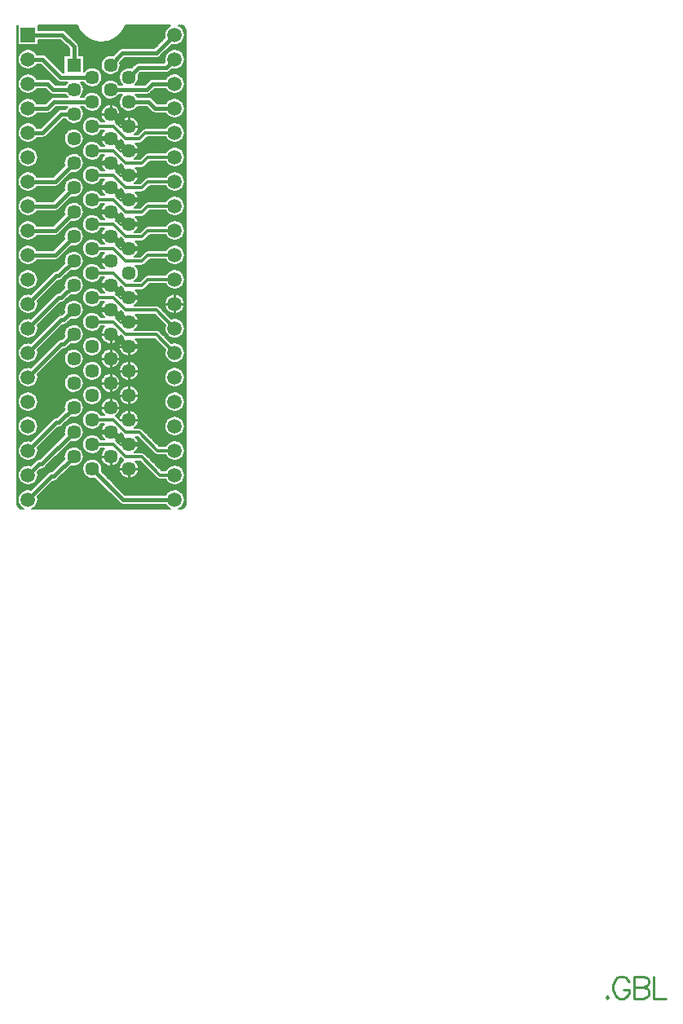
<source format=gbl>
%FSLAX44Y44*%
%MOMM*%
G71*
G01*
G75*
%ADD10C,0.2000*%
%ADD11R,0.6000X0.5000*%
%ADD12C,1.0000*%
%ADD13C,0.6000*%
%ADD14C,0.3300*%
%ADD15C,0.4000*%
%ADD16C,0.3000*%
%ADD17C,0.7000*%
%ADD18C,0.5000*%
%ADD19C,0.2540*%
%ADD20C,0.2286*%
%ADD21C,1.5000*%
%ADD22R,1.5000X1.5000*%
%ADD23C,1.4500*%
%ADD24R,1.4500X1.4500*%
D10*
X2259694Y1901077D02*
X2260356Y1898411D01*
X2262189Y1896364D01*
X2264767Y1895413D01*
X2273870Y1915227D02*
X2271463Y1915643D01*
X2269026Y1915493D01*
X2266689Y1914787D01*
X2264577Y1913560D01*
X2262804Y1911881D01*
X2261466Y1909838D01*
X2260634Y1907542D01*
X2260354Y1905116D01*
X2260639Y1902691D01*
X2261476Y1900397D01*
X2262818Y1898357D01*
X2264594Y1896681D01*
X2266708Y1895459D01*
X2273870Y1940627D02*
X2271404Y1941046D01*
X2268908Y1940872D01*
X2266524Y1940114D01*
X2264386Y1938815D01*
X2262615Y1937048D01*
X2261311Y1934914D01*
X2260546Y1932532D01*
X2260365Y1930037D01*
X2260777Y1927569D01*
X2261760Y1925269D01*
X2263258Y1923265D01*
X2265185Y1921671D01*
X2267435Y1920576D01*
X2269879Y1920043D01*
X2272380Y1920101D01*
X2274796Y1920748D01*
X2276992Y1921946D01*
X2278844Y1923628D01*
X2280246Y1925699D01*
X2281121Y1928043D01*
X2281418Y1930527D01*
X2273870Y1966027D02*
X2271404Y1966446D01*
X2268908Y1966272D01*
X2266524Y1965513D01*
X2264386Y1964214D01*
X2262615Y1962448D01*
X2261311Y1960314D01*
X2260546Y1957932D01*
X2260365Y1955437D01*
X2260777Y1952969D01*
X2261760Y1950669D01*
X2263258Y1948665D01*
X2265185Y1947071D01*
X2267435Y1945976D01*
X2269879Y1945443D01*
X2272380Y1945502D01*
X2274796Y1946148D01*
X2276992Y1947346D01*
X2278844Y1949028D01*
X2280246Y1951100D01*
X2281121Y1953443D01*
X2281418Y1955927D01*
Y1981327D02*
X2281112Y1983848D01*
X2280211Y1986221D01*
X2278769Y1988311D01*
X2276869Y1989995D01*
X2274620Y1991175D01*
X2272155Y1991782D01*
X2269616D01*
X2267151Y1991175D01*
X2264903Y1989995D01*
X2263002Y1988311D01*
X2261560Y1986221D01*
X2260660Y1983848D01*
X2260354Y1981327D01*
X2260660Y1978806D01*
X2261560Y1976432D01*
X2263002Y1974343D01*
X2264903Y1972659D01*
X2267151Y1971479D01*
X2269616Y1970872D01*
X2272155D01*
X2274620Y1971479D01*
X2276869Y1972659D01*
X2278769Y1974343D01*
X2280211Y1976432D01*
X2281112Y1978807D01*
X2281418Y1981327D01*
Y2006727D02*
X2281112Y2009247D01*
X2280211Y2011622D01*
X2278769Y2013711D01*
X2276869Y2015395D01*
X2274620Y2016575D01*
X2272155Y2017182D01*
X2269616D01*
X2267151Y2016575D01*
X2264903Y2015395D01*
X2263002Y2013711D01*
X2261560Y2011622D01*
X2260660Y2009247D01*
X2260354Y2006727D01*
X2260660Y2004207D01*
X2261560Y2001832D01*
X2263002Y1999743D01*
X2264903Y1998059D01*
X2267151Y1996879D01*
X2269616Y1996272D01*
X2272155D01*
X2274620Y1996879D01*
X2276869Y1998059D01*
X2278769Y1999743D01*
X2280211Y2001832D01*
X2281112Y2004207D01*
X2281418Y2006727D01*
X2275063Y1895459D02*
X2277179Y1896682D01*
X2278956Y1898360D01*
X2280299Y1900403D01*
X2281134Y1902699D01*
X2281418Y1905127D01*
X2280986Y1908111D01*
X2282316Y1946989D02*
X2280390Y1946606D01*
X2278758Y1945515D01*
X2281418Y1930527D02*
X2280986Y1933511D01*
X2282316Y1946989D02*
X2280390Y1946606D01*
X2278758Y1945515D01*
X2297851Y1924225D02*
X2299776Y1924608D01*
X2301409Y1925699D01*
X2297851Y1924225D02*
X2299776Y1924608D01*
X2301409Y1925699D01*
X2295016Y1934289D02*
X2293090Y1933906D01*
X2291458Y1932815D01*
X2295016Y1934289D02*
X2293090Y1933906D01*
X2291458Y1932815D01*
X2285151Y1936925D02*
X2287076Y1937308D01*
X2288709Y1938399D01*
X2285151Y1936925D02*
X2287076Y1937308D01*
X2288709Y1938399D01*
X2281418Y1955927D02*
X2280986Y1958911D01*
X2300096Y1990169D02*
X2298170Y1989786D01*
X2296538Y1988695D01*
X2302931Y1980105D02*
X2304856Y1980488D01*
X2306489Y1981579D01*
X2302931Y1980105D02*
X2304856Y1980488D01*
X2306489Y1981579D01*
X2300096Y1990169D02*
X2298170Y1989786D01*
X2296538Y1988695D01*
X2273870Y2042227D02*
X2271404Y2042646D01*
X2268908Y2042472D01*
X2266524Y2041714D01*
X2264386Y2040414D01*
X2262615Y2038648D01*
X2261311Y2036514D01*
X2260546Y2034132D01*
X2260365Y2031637D01*
X2260777Y2029169D01*
X2261760Y2026869D01*
X2263258Y2024865D01*
X2265185Y2023271D01*
X2267435Y2022176D01*
X2269879Y2021643D01*
X2272380Y2021702D01*
X2274796Y2022348D01*
X2276992Y2023546D01*
X2278844Y2025228D01*
X2280246Y2027299D01*
X2281121Y2029643D01*
X2281418Y2032127D01*
X2273870Y2067627D02*
X2271404Y2068046D01*
X2268908Y2067872D01*
X2266524Y2067113D01*
X2264386Y2065815D01*
X2262615Y2064048D01*
X2261311Y2061914D01*
X2260546Y2059532D01*
X2260365Y2057037D01*
X2260777Y2054569D01*
X2261760Y2052269D01*
X2263258Y2050265D01*
X2265185Y2048671D01*
X2267435Y2047576D01*
X2269879Y2047043D01*
X2272380Y2047101D01*
X2274796Y2047748D01*
X2276992Y2048946D01*
X2278844Y2050628D01*
X2280246Y2052699D01*
X2281121Y2055043D01*
X2281418Y2057527D01*
X2273870Y2093027D02*
X2271404Y2093446D01*
X2268908Y2093272D01*
X2266524Y2092513D01*
X2264386Y2091214D01*
X2262615Y2089448D01*
X2261311Y2087314D01*
X2260546Y2084932D01*
X2260365Y2082437D01*
X2260777Y2079969D01*
X2261760Y2077669D01*
X2263258Y2075665D01*
X2265185Y2074071D01*
X2267435Y2072976D01*
X2269879Y2072443D01*
X2272380Y2072502D01*
X2274796Y2073148D01*
X2276992Y2074346D01*
X2278844Y2076028D01*
X2280246Y2078100D01*
X2281121Y2080443D01*
X2281418Y2082927D01*
X2273870Y2118427D02*
X2271404Y2118846D01*
X2268908Y2118672D01*
X2266524Y2117914D01*
X2264386Y2116615D01*
X2262615Y2114848D01*
X2261311Y2112714D01*
X2260546Y2110332D01*
X2260365Y2107837D01*
X2260777Y2105369D01*
X2261760Y2103069D01*
X2263258Y2101065D01*
X2265185Y2099471D01*
X2267435Y2098376D01*
X2269879Y2097843D01*
X2272380Y2097901D01*
X2274796Y2098548D01*
X2276992Y2099746D01*
X2278844Y2101428D01*
X2280246Y2103499D01*
X2281121Y2105843D01*
X2281418Y2108327D01*
Y2133727D02*
X2281112Y2136248D01*
X2280211Y2138622D01*
X2278769Y2140711D01*
X2276869Y2142395D01*
X2274620Y2143575D01*
X2272155Y2144182D01*
X2269616D01*
X2267151Y2143575D01*
X2264903Y2142395D01*
X2263002Y2140711D01*
X2261560Y2138622D01*
X2260660Y2136248D01*
X2260354Y2133727D01*
X2260660Y2131207D01*
X2261560Y2128833D01*
X2263002Y2126743D01*
X2264903Y2125059D01*
X2267151Y2123879D01*
X2269616Y2123272D01*
X2272155D01*
X2274620Y2123879D01*
X2276869Y2125059D01*
X2278769Y2126743D01*
X2280211Y2128833D01*
X2281112Y2131207D01*
X2281418Y2133727D01*
Y2032127D02*
X2280986Y2035111D01*
X2281418Y2057527D02*
X2280986Y2060511D01*
X2281418Y2082927D02*
X2280986Y2085911D01*
X2305176Y2071449D02*
X2303250Y2071066D01*
X2301618Y2069975D01*
X2305176Y2071449D02*
X2303250Y2071066D01*
X2301618Y2069975D01*
X2305176Y2096849D02*
X2303250Y2096466D01*
X2301618Y2095375D01*
X2305176Y2096849D02*
X2303250Y2096466D01*
X2301618Y2095375D01*
X2281418Y2108327D02*
X2280986Y2111311D01*
X2302636Y2119709D02*
X2300710Y2119326D01*
X2299078Y2118235D01*
X2302636Y2119709D02*
X2300710Y2119326D01*
X2299078Y2118235D01*
X2300096Y2142569D02*
X2298170Y2142186D01*
X2296538Y2141095D01*
X2302931Y2132505D02*
X2304856Y2132888D01*
X2306489Y2133979D01*
X2300096Y2142569D02*
X2298170Y2142186D01*
X2296538Y2141095D01*
X2302931Y2132505D02*
X2304856Y2132888D01*
X2306489Y2133979D01*
X2328793Y1949917D02*
X2328488Y1952401D01*
X2327593Y1954737D01*
X2326160Y1956788D01*
X2324273Y1958432D01*
X2322045Y1959572D01*
X2319608Y1960140D01*
X2317106Y1960103D01*
X2314688Y1959462D01*
X2312495Y1958256D01*
X2310659Y1956556D01*
X2309288Y1954462D01*
X2308463Y1952100D01*
X2308233Y1949608D01*
X2308612Y1947135D01*
X2315729Y1940018D02*
X2318403Y1939636D01*
X2321085Y1939962D01*
X2323589Y1940977D01*
X2325743Y1942609D01*
X2327397Y1944745D01*
X2328438Y1947238D01*
X2328793Y1949917D01*
Y1975317D02*
X2328488Y1977801D01*
X2327593Y1980137D01*
X2326160Y1982188D01*
X2324273Y1983833D01*
X2322045Y1984972D01*
X2319608Y1985540D01*
X2317106Y1985503D01*
X2314688Y1984862D01*
X2312495Y1983656D01*
X2310659Y1981956D01*
X2309288Y1979863D01*
X2308463Y1977500D01*
X2308233Y1975008D01*
X2308612Y1972535D01*
X2315729Y1965419D02*
X2318403Y1965036D01*
X2321085Y1965363D01*
X2323589Y1966377D01*
X2325743Y1968009D01*
X2327397Y1970145D01*
X2328438Y1972639D01*
X2328793Y1975317D01*
X2315729Y1990818D02*
X2318403Y1990436D01*
X2321085Y1990762D01*
X2323589Y1991777D01*
X2325743Y1993409D01*
X2327397Y1995545D01*
X2328438Y1998038D01*
X2328793Y2000717D01*
X2328488Y2003201D01*
X2327593Y2005537D01*
X2326160Y2007588D01*
X2324273Y2009232D01*
X2322045Y2010372D01*
X2319608Y2010940D01*
X2317106Y2010903D01*
X2314688Y2010262D01*
X2312495Y2009056D01*
X2310659Y2007356D01*
X2309288Y2005262D01*
X2308463Y2002900D01*
X2308233Y2000408D01*
X2308612Y1997935D01*
X2328793Y2026117D02*
X2328470Y2028674D01*
X2327521Y2031070D01*
X2326006Y2033156D01*
X2324020Y2034798D01*
X2321688Y2035896D01*
X2319156Y2036379D01*
X2316584Y2036217D01*
X2314133Y2035420D01*
X2311957Y2034039D01*
X2310192Y2032161D01*
X2308951Y2029902D01*
X2308310Y2027406D01*
Y2024828D01*
X2308951Y2022332D01*
X2310192Y2020073D01*
X2311957Y2018195D01*
X2314133Y2016814D01*
X2316584Y2016017D01*
X2319156Y2015855D01*
X2321688Y2016338D01*
X2324020Y2017436D01*
X2326006Y2019079D01*
X2327521Y2021164D01*
X2328470Y2023560D01*
X2328793Y2026117D01*
X2347843Y1937217D02*
X2347525Y1939754D01*
X2346591Y1942134D01*
X2345098Y1944210D01*
X2343140Y1945854D01*
X2340836Y1946963D01*
X2338330Y1947470D01*
X2335776Y1947343D01*
X2333333Y1946590D01*
X2331151Y1945257D01*
X2329365Y1943426D01*
X2328087Y1941212D01*
X2327394Y1938751D01*
X2327330Y1936195D01*
X2327898Y1933702D01*
X2329064Y1931427D01*
X2330756Y1929509D01*
X2332868Y1928068D01*
X2335270Y1927193D01*
X2337814Y1926938D01*
X2340343Y1927319D01*
X2346790Y1967149D02*
X2345421Y1969245D01*
X2343586Y1970948D01*
X2341394Y1972158D01*
X2338974Y1972801D01*
X2336471Y1972841D01*
X2334032Y1972275D01*
X2331803Y1971136D01*
X2329915Y1969491D01*
X2328480Y1967440D01*
X2327584Y1965102D01*
X2327279Y1962617D01*
X2327584Y1960132D01*
X2328480Y1957794D01*
X2329915Y1955743D01*
X2331803Y1954098D01*
X2334032Y1952959D01*
X2336471Y1952393D01*
X2338974Y1952433D01*
X2341394Y1953076D01*
X2343586Y1954285D01*
X2345421Y1955989D01*
X2346790Y1958085D01*
Y1992549D02*
X2345421Y1994645D01*
X2343586Y1996349D01*
X2341394Y1997558D01*
X2338974Y1998201D01*
X2336471Y1998241D01*
X2334032Y1997675D01*
X2331803Y1996536D01*
X2329915Y1994891D01*
X2328480Y1992840D01*
X2327584Y1990502D01*
X2327279Y1988017D01*
X2327584Y1985532D01*
X2328480Y1983194D01*
X2329915Y1981143D01*
X2331803Y1979498D01*
X2334032Y1978359D01*
X2336471Y1977793D01*
X2338974Y1977833D01*
X2341394Y1978476D01*
X2343586Y1979686D01*
X2345421Y1981389D01*
X2346790Y1983485D01*
X2347843Y2013417D02*
X2347520Y2015974D01*
X2346571Y2018370D01*
X2345056Y2020455D01*
X2343070Y2022098D01*
X2340738Y2023196D01*
X2338206Y2023679D01*
X2335634Y2023517D01*
X2333183Y2022720D01*
X2331007Y2021339D01*
X2329242Y2019461D01*
X2328001Y2017202D01*
X2327360Y2014706D01*
Y2012128D01*
X2328001Y2009632D01*
X2329242Y2007373D01*
X2331007Y2005495D01*
X2333183Y2004114D01*
X2335634Y2003317D01*
X2338206Y2003155D01*
X2340738Y2003638D01*
X2343070Y2004736D01*
X2345056Y2006378D01*
X2346571Y2008464D01*
X2347520Y2010860D01*
X2347843Y2013417D01*
X2328793Y2051517D02*
X2328470Y2054074D01*
X2327521Y2056470D01*
X2326006Y2058555D01*
X2324020Y2060198D01*
X2321688Y2061296D01*
X2319156Y2061779D01*
X2316584Y2061617D01*
X2314133Y2060820D01*
X2311957Y2059439D01*
X2310192Y2057561D01*
X2308951Y2055302D01*
X2308310Y2052806D01*
Y2050228D01*
X2308951Y2047732D01*
X2310192Y2045473D01*
X2311957Y2043595D01*
X2314133Y2042214D01*
X2316584Y2041417D01*
X2319156Y2041255D01*
X2321688Y2041738D01*
X2324020Y2042836D01*
X2326006Y2044478D01*
X2327521Y2046564D01*
X2328470Y2048960D01*
X2328793Y2051517D01*
X2308011Y2061385D02*
X2309936Y2061768D01*
X2311569Y2062859D01*
X2308011Y2061385D02*
X2309936Y2061768D01*
X2311569Y2062859D01*
X2328793Y2076917D02*
X2328488Y2079401D01*
X2327593Y2081737D01*
X2326160Y2083788D01*
X2324273Y2085432D01*
X2322045Y2086572D01*
X2319608Y2087140D01*
X2317106Y2087103D01*
X2314688Y2086462D01*
X2312495Y2085256D01*
X2310659Y2083556D01*
X2309288Y2081463D01*
X2308463Y2079100D01*
X2308233Y2076608D01*
X2308612Y2074135D01*
X2315729Y2067018D02*
X2318403Y2066636D01*
X2321085Y2066962D01*
X2323589Y2067977D01*
X2325743Y2069609D01*
X2327397Y2071745D01*
X2328438Y2074238D01*
X2328793Y2076917D01*
X2305471Y2109645D02*
X2307396Y2110028D01*
X2309029Y2111119D01*
X2305471Y2109645D02*
X2307396Y2110028D01*
X2309029Y2111119D01*
X2308011Y2086785D02*
X2309936Y2087168D01*
X2311569Y2088259D01*
X2308011Y2086785D02*
X2309936Y2087168D01*
X2311569Y2088259D01*
X2328793Y2102317D02*
X2328488Y2104801D01*
X2327593Y2107137D01*
X2326160Y2109188D01*
X2324273Y2110833D01*
X2322045Y2111972D01*
X2319608Y2112540D01*
X2317106Y2112503D01*
X2314688Y2111862D01*
X2312495Y2110656D01*
X2310659Y2108956D01*
X2309288Y2106862D01*
X2308463Y2104500D01*
X2308233Y2102008D01*
X2308612Y2099535D01*
X2315729Y2092419D02*
X2318403Y2092036D01*
X2321085Y2092363D01*
X2323589Y2093377D01*
X2325743Y2095009D01*
X2327397Y2097145D01*
X2328438Y2099639D01*
X2328793Y2102317D01*
Y2127717D02*
X2328488Y2130201D01*
X2327593Y2132537D01*
X2326160Y2134588D01*
X2324273Y2136232D01*
X2322045Y2137372D01*
X2319608Y2137940D01*
X2317106Y2137903D01*
X2314688Y2137262D01*
X2312495Y2136056D01*
X2310659Y2134356D01*
X2309288Y2132263D01*
X2308463Y2129900D01*
X2308233Y2127408D01*
X2308612Y2124935D01*
X2315729Y2117818D02*
X2318403Y2117436D01*
X2321085Y2117762D01*
X2323589Y2118777D01*
X2325743Y2120409D01*
X2327397Y2122545D01*
X2328438Y2125038D01*
X2328793Y2127717D01*
X2315729Y2143219D02*
X2318403Y2142836D01*
X2321085Y2143163D01*
X2323589Y2144177D01*
X2325743Y2145809D01*
X2327397Y2147945D01*
X2328438Y2150439D01*
X2328793Y2153117D01*
X2347843Y2038817D02*
X2347520Y2041374D01*
X2346571Y2043770D01*
X2345056Y2045856D01*
X2343070Y2047498D01*
X2340738Y2048596D01*
X2338206Y2049079D01*
X2335634Y2048917D01*
X2333183Y2048120D01*
X2331007Y2046739D01*
X2329242Y2044861D01*
X2328001Y2042602D01*
X2327360Y2040106D01*
Y2037528D01*
X2328001Y2035032D01*
X2329242Y2032773D01*
X2331007Y2030895D01*
X2333183Y2029514D01*
X2335634Y2028717D01*
X2338206Y2028555D01*
X2340738Y2029038D01*
X2343070Y2030136D01*
X2345056Y2031779D01*
X2346571Y2033864D01*
X2347520Y2036260D01*
X2347843Y2038817D01*
Y2064217D02*
X2347520Y2066774D01*
X2346571Y2069170D01*
X2345056Y2071255D01*
X2343070Y2072898D01*
X2340738Y2073996D01*
X2338206Y2074479D01*
X2335634Y2074317D01*
X2333183Y2073520D01*
X2331007Y2072139D01*
X2329242Y2070261D01*
X2328001Y2068002D01*
X2327360Y2065506D01*
Y2062928D01*
X2328001Y2060432D01*
X2329242Y2058173D01*
X2331007Y2056295D01*
X2333183Y2054914D01*
X2335634Y2054117D01*
X2338206Y2053955D01*
X2340738Y2054438D01*
X2343070Y2055536D01*
X2345056Y2057178D01*
X2346571Y2059264D01*
X2347520Y2061660D01*
X2347843Y2064217D01*
X2346790Y2094149D02*
X2345421Y2096245D01*
X2343586Y2097948D01*
X2341394Y2099158D01*
X2338974Y2099801D01*
X2336471Y2099841D01*
X2334032Y2099275D01*
X2331803Y2098136D01*
X2329915Y2096491D01*
X2328480Y2094440D01*
X2327584Y2092102D01*
X2327279Y2089617D01*
X2327584Y2087132D01*
X2328480Y2084794D01*
X2329915Y2082743D01*
X2331803Y2081098D01*
X2334032Y2079959D01*
X2336471Y2079393D01*
X2338974Y2079433D01*
X2341394Y2080076D01*
X2343586Y2081286D01*
X2345421Y2082989D01*
X2346790Y2085085D01*
Y2119549D02*
X2345421Y2121645D01*
X2343586Y2123349D01*
X2341394Y2124558D01*
X2338974Y2125201D01*
X2336471Y2125241D01*
X2334032Y2124675D01*
X2331803Y2123536D01*
X2329915Y2121891D01*
X2328480Y2119840D01*
X2327584Y2117502D01*
X2327279Y2115017D01*
X2327584Y2112532D01*
X2328480Y2110194D01*
X2329915Y2108143D01*
X2331803Y2106498D01*
X2334032Y2105359D01*
X2336471Y2104793D01*
X2338974Y2104833D01*
X2341394Y2105476D01*
X2343586Y2106685D01*
X2345421Y2108389D01*
X2346790Y2110485D01*
Y2144949D02*
X2345421Y2147045D01*
X2343586Y2148748D01*
X2341394Y2149958D01*
X2338974Y2150601D01*
X2336471Y2150641D01*
X2334032Y2150075D01*
X2331803Y2148936D01*
X2329915Y2147291D01*
X2328480Y2145240D01*
X2327584Y2142902D01*
X2327279Y2140417D01*
X2327584Y2137932D01*
X2328480Y2135594D01*
X2329915Y2133543D01*
X2331803Y2131898D01*
X2334032Y2130759D01*
X2336471Y2130193D01*
X2338974Y2130233D01*
X2341394Y2130876D01*
X2343586Y2132086D01*
X2345421Y2133789D01*
X2346790Y2135885D01*
X2280138Y2164159D02*
X2278674Y2166216D01*
X2276763Y2167867D01*
X2274514Y2169014D01*
X2272057Y2169594D01*
X2269532Y2169572D01*
X2267085Y2168949D01*
X2264856Y2167762D01*
X2262974Y2166079D01*
X2261547Y2163996D01*
X2260656Y2161634D01*
X2260354Y2159127D01*
X2260656Y2156620D01*
X2261547Y2154258D01*
X2262974Y2152175D01*
X2264856Y2150492D01*
X2267085Y2149305D01*
X2269532Y2148682D01*
X2272057Y2148660D01*
X2274514Y2149240D01*
X2276763Y2150388D01*
X2278674Y2152038D01*
X2280138Y2154095D01*
Y2189559D02*
X2278674Y2191617D01*
X2276763Y2193266D01*
X2274514Y2194414D01*
X2272057Y2194994D01*
X2269532Y2194972D01*
X2267085Y2194349D01*
X2264856Y2193162D01*
X2262974Y2191479D01*
X2261547Y2189396D01*
X2260656Y2187034D01*
X2260354Y2184527D01*
X2260656Y2182020D01*
X2261547Y2179658D01*
X2262974Y2177575D01*
X2264856Y2175892D01*
X2267085Y2174705D01*
X2269532Y2174082D01*
X2272057Y2174060D01*
X2274514Y2174640D01*
X2276763Y2175788D01*
X2278674Y2177437D01*
X2280138Y2179495D01*
Y2214959D02*
X2278674Y2217016D01*
X2276763Y2218667D01*
X2274514Y2219814D01*
X2272057Y2220394D01*
X2269532Y2220372D01*
X2267085Y2219749D01*
X2264856Y2218562D01*
X2262974Y2216879D01*
X2261547Y2214796D01*
X2260656Y2212434D01*
X2260354Y2209927D01*
X2260656Y2207420D01*
X2261547Y2205058D01*
X2262974Y2202975D01*
X2264856Y2201292D01*
X2267085Y2200105D01*
X2269532Y2199482D01*
X2272057Y2199460D01*
X2274514Y2200040D01*
X2276763Y2201187D01*
X2278674Y2202838D01*
X2280138Y2204895D01*
Y2240359D02*
X2278674Y2242417D01*
X2276763Y2244066D01*
X2274514Y2245214D01*
X2272057Y2245794D01*
X2269532Y2245772D01*
X2267085Y2245149D01*
X2264856Y2243962D01*
X2262974Y2242279D01*
X2261547Y2240196D01*
X2260656Y2237834D01*
X2260354Y2235327D01*
X2260656Y2232820D01*
X2261547Y2230458D01*
X2262974Y2228375D01*
X2264856Y2226692D01*
X2267085Y2225505D01*
X2269532Y2224882D01*
X2272057Y2224860D01*
X2274514Y2225440D01*
X2276763Y2226588D01*
X2278674Y2228237D01*
X2280138Y2230295D01*
X2281418Y2260727D02*
X2281112Y2263248D01*
X2280211Y2265621D01*
X2278769Y2267711D01*
X2276869Y2269395D01*
X2274620Y2270575D01*
X2272155Y2271182D01*
X2269616D01*
X2267151Y2270575D01*
X2264903Y2269395D01*
X2263002Y2267711D01*
X2261560Y2265621D01*
X2260660Y2263248D01*
X2260354Y2260727D01*
X2260660Y2258206D01*
X2261560Y2255833D01*
X2263002Y2253743D01*
X2264903Y2252059D01*
X2267151Y2250879D01*
X2269616Y2250272D01*
X2272155D01*
X2274620Y2250879D01*
X2276869Y2252059D01*
X2278769Y2253743D01*
X2280211Y2255833D01*
X2281112Y2258207D01*
X2281418Y2260727D01*
X2299121Y2154095D02*
X2301046Y2154478D01*
X2302679Y2155569D01*
X2299121Y2154095D02*
X2301046Y2154478D01*
X2302679Y2155569D01*
X2299121Y2179495D02*
X2301046Y2179878D01*
X2302679Y2180969D01*
X2299121Y2179495D02*
X2301046Y2179878D01*
X2302679Y2180969D01*
X2286126Y2281095D02*
X2288051Y2281478D01*
X2289684Y2282569D01*
X2286126Y2281095D02*
X2288051Y2281478D01*
X2289684Y2282569D01*
X2299121Y2204895D02*
X2301046Y2205278D01*
X2302679Y2206369D01*
X2299121Y2204895D02*
X2301046Y2205278D01*
X2302679Y2206369D01*
X2299121Y2230295D02*
X2301046Y2230678D01*
X2302679Y2231769D01*
X2299121Y2230295D02*
X2301046Y2230678D01*
X2302679Y2231769D01*
X2280138Y2291159D02*
X2278674Y2293217D01*
X2276763Y2294866D01*
X2274514Y2296014D01*
X2272057Y2296594D01*
X2269532Y2296572D01*
X2267085Y2295949D01*
X2264856Y2294762D01*
X2262974Y2293079D01*
X2261547Y2290996D01*
X2260656Y2288634D01*
X2260354Y2286127D01*
X2260656Y2283620D01*
X2261547Y2281258D01*
X2262974Y2279175D01*
X2264856Y2277492D01*
X2267085Y2276305D01*
X2269532Y2275682D01*
X2272057Y2275660D01*
X2274514Y2276240D01*
X2276763Y2277388D01*
X2278674Y2279037D01*
X2280138Y2281095D01*
Y2316559D02*
X2278674Y2318616D01*
X2276763Y2320267D01*
X2274514Y2321414D01*
X2272057Y2321994D01*
X2269532Y2321972D01*
X2267085Y2321349D01*
X2264856Y2320162D01*
X2262974Y2318479D01*
X2261547Y2316396D01*
X2260656Y2314034D01*
X2260354Y2311527D01*
X2260656Y2309020D01*
X2261547Y2306658D01*
X2262974Y2304575D01*
X2264856Y2302892D01*
X2267085Y2301705D01*
X2269532Y2301082D01*
X2272057Y2301060D01*
X2274514Y2301640D01*
X2276763Y2302787D01*
X2278674Y2304438D01*
X2280138Y2306495D01*
Y2341959D02*
X2278674Y2344017D01*
X2276763Y2345667D01*
X2274514Y2346814D01*
X2272057Y2347394D01*
X2269532Y2347372D01*
X2267085Y2346749D01*
X2264856Y2345562D01*
X2262974Y2343879D01*
X2261547Y2341796D01*
X2260656Y2339434D01*
X2260354Y2336927D01*
X2260656Y2334420D01*
X2261547Y2332058D01*
X2262974Y2329975D01*
X2264856Y2328292D01*
X2267085Y2327105D01*
X2269532Y2326482D01*
X2272057Y2326460D01*
X2274514Y2327040D01*
X2276763Y2328188D01*
X2278674Y2329837D01*
X2280138Y2331895D01*
Y2367359D02*
X2278674Y2369417D01*
X2276763Y2371066D01*
X2274514Y2372214D01*
X2272057Y2372794D01*
X2269532Y2372772D01*
X2267085Y2372149D01*
X2264856Y2370962D01*
X2262974Y2369279D01*
X2261547Y2367196D01*
X2260656Y2364834D01*
X2260354Y2362327D01*
X2260656Y2359820D01*
X2261547Y2357458D01*
X2262974Y2355375D01*
X2264856Y2353692D01*
X2267085Y2352505D01*
X2269532Y2351882D01*
X2272057Y2351860D01*
X2274514Y2352440D01*
X2276763Y2353587D01*
X2278674Y2355237D01*
X2280138Y2357295D01*
X2291206Y2306495D02*
X2293131Y2306878D01*
X2294764Y2307969D01*
X2291206Y2306495D02*
X2293131Y2306878D01*
X2294764Y2307969D01*
X2297896Y2323249D02*
X2295970Y2322866D01*
X2294338Y2321775D01*
X2297896Y2323249D02*
X2295970Y2322866D01*
X2294338Y2321775D01*
X2305516Y2310549D02*
X2303590Y2310166D01*
X2301958Y2309075D01*
X2305516Y2310549D02*
X2303590Y2310166D01*
X2301958Y2309075D01*
X2293658Y2327359D02*
X2295290Y2326268D01*
X2297216Y2325885D01*
X2293658Y2327359D02*
X2295290Y2326268D01*
X2297216Y2325885D01*
X2289684Y2365885D02*
X2288051Y2366976D01*
X2286126Y2367359D01*
X2289684Y2365885D02*
X2288051Y2366976D01*
X2286126Y2367359D01*
X2294764Y2340485D02*
X2293131Y2341576D01*
X2291206Y2341959D01*
X2294764Y2340485D02*
X2293131Y2341576D01*
X2291206Y2341959D01*
X2301278Y2340059D02*
X2302910Y2338968D01*
X2304836Y2338585D01*
X2301278Y2340059D02*
X2302910Y2338968D01*
X2304836Y2338585D01*
X2328793Y2153117D02*
X2328488Y2155601D01*
X2327593Y2157937D01*
X2326160Y2159988D01*
X2324273Y2161633D01*
X2322045Y2162772D01*
X2319608Y2163340D01*
X2317106Y2163303D01*
X2314688Y2162662D01*
X2312495Y2161456D01*
X2310659Y2159756D01*
X2309288Y2157663D01*
X2308463Y2155300D01*
X2308233Y2152808D01*
X2308612Y2150335D01*
X2328793Y2178517D02*
X2328488Y2181001D01*
X2327593Y2183337D01*
X2326160Y2185388D01*
X2324273Y2187032D01*
X2322045Y2188172D01*
X2319608Y2188740D01*
X2317106Y2188703D01*
X2314688Y2188062D01*
X2312495Y2186856D01*
X2310659Y2185156D01*
X2309288Y2183062D01*
X2308463Y2180700D01*
X2308233Y2178208D01*
X2308612Y2175735D01*
X2315729Y2168618D02*
X2318403Y2168236D01*
X2321085Y2168562D01*
X2323589Y2169577D01*
X2325743Y2171209D01*
X2327397Y2173345D01*
X2328438Y2175838D01*
X2328793Y2178517D01*
X2315729Y2194019D02*
X2318403Y2193636D01*
X2321085Y2193963D01*
X2323589Y2194977D01*
X2325743Y2196609D01*
X2327397Y2198745D01*
X2328438Y2201239D01*
X2328793Y2203917D01*
X2328488Y2206401D01*
X2327593Y2208737D01*
X2326160Y2210788D01*
X2324273Y2212433D01*
X2322045Y2213572D01*
X2319608Y2214140D01*
X2317106Y2214103D01*
X2314688Y2213462D01*
X2312495Y2212256D01*
X2310659Y2210556D01*
X2309288Y2208463D01*
X2308463Y2206100D01*
X2308233Y2203608D01*
X2308612Y2201135D01*
X2315729Y2219418D02*
X2318403Y2219036D01*
X2321085Y2219362D01*
X2323589Y2220377D01*
X2325743Y2222009D01*
X2327397Y2224145D01*
X2328438Y2226638D01*
X2328793Y2229317D01*
X2328488Y2231801D01*
X2327593Y2234137D01*
X2326160Y2236188D01*
X2324273Y2237832D01*
X2322045Y2238972D01*
X2319608Y2239540D01*
X2317106Y2239503D01*
X2314688Y2238862D01*
X2312495Y2237656D01*
X2310659Y2235956D01*
X2309288Y2233862D01*
X2308463Y2231500D01*
X2308233Y2229008D01*
X2308612Y2226535D01*
X2315729Y2244819D02*
X2318403Y2244436D01*
X2321085Y2244763D01*
X2323589Y2245777D01*
X2325743Y2247409D01*
X2327397Y2249545D01*
X2328438Y2252039D01*
X2328793Y2254717D01*
X2328488Y2257201D01*
X2327593Y2259537D01*
X2326160Y2261588D01*
X2324273Y2263233D01*
X2322045Y2264372D01*
X2319608Y2264940D01*
X2317106Y2264903D01*
X2314688Y2264262D01*
X2312495Y2263056D01*
X2310659Y2261356D01*
X2309288Y2259263D01*
X2308463Y2256900D01*
X2308233Y2254408D01*
X2308612Y2251935D01*
X2346790Y2170349D02*
X2345421Y2172445D01*
X2343586Y2174149D01*
X2341394Y2175358D01*
X2338974Y2176001D01*
X2336471Y2176041D01*
X2334032Y2175475D01*
X2331803Y2174336D01*
X2329915Y2172691D01*
X2328480Y2170640D01*
X2327584Y2168302D01*
X2327279Y2165817D01*
X2327584Y2163332D01*
X2328480Y2160994D01*
X2329915Y2158943D01*
X2331803Y2157298D01*
X2334032Y2156159D01*
X2336471Y2155593D01*
X2338974Y2155633D01*
X2341394Y2156276D01*
X2343586Y2157486D01*
X2345421Y2159189D01*
X2346790Y2161285D01*
Y2195749D02*
X2345421Y2197845D01*
X2343586Y2199548D01*
X2341394Y2200758D01*
X2338974Y2201401D01*
X2336471Y2201441D01*
X2334032Y2200875D01*
X2331803Y2199736D01*
X2329915Y2198091D01*
X2328480Y2196040D01*
X2327584Y2193702D01*
X2327279Y2191217D01*
X2327584Y2188732D01*
X2328480Y2186394D01*
X2329915Y2184343D01*
X2331803Y2182698D01*
X2334032Y2181559D01*
X2336471Y2180993D01*
X2338974Y2181033D01*
X2341394Y2181676D01*
X2343586Y2182885D01*
X2345421Y2184589D01*
X2346790Y2186685D01*
Y2221149D02*
X2345421Y2223245D01*
X2343586Y2224948D01*
X2341394Y2226158D01*
X2338974Y2226801D01*
X2336471Y2226841D01*
X2334032Y2226275D01*
X2331803Y2225136D01*
X2329915Y2223491D01*
X2328480Y2221440D01*
X2327584Y2219102D01*
X2327279Y2216617D01*
X2327584Y2214132D01*
X2328480Y2211794D01*
X2329915Y2209743D01*
X2331803Y2208098D01*
X2334032Y2206959D01*
X2336471Y2206393D01*
X2338974Y2206433D01*
X2341394Y2207076D01*
X2343586Y2208286D01*
X2345421Y2209989D01*
X2346790Y2212085D01*
Y2246549D02*
X2345421Y2248645D01*
X2343586Y2250349D01*
X2341394Y2251558D01*
X2338974Y2252201D01*
X2336471Y2252241D01*
X2334032Y2251675D01*
X2331803Y2250536D01*
X2329915Y2248891D01*
X2328480Y2246840D01*
X2327584Y2244502D01*
X2327279Y2242017D01*
X2327584Y2239532D01*
X2328480Y2237194D01*
X2329915Y2235143D01*
X2331803Y2233498D01*
X2334032Y2232359D01*
X2336471Y2231793D01*
X2338974Y2231833D01*
X2341394Y2232476D01*
X2343586Y2233685D01*
X2345421Y2235389D01*
X2346790Y2237485D01*
X2328793Y2280117D02*
X2328470Y2282674D01*
X2327521Y2285070D01*
X2326006Y2287155D01*
X2324020Y2288798D01*
X2321688Y2289896D01*
X2319156Y2290379D01*
X2316584Y2290217D01*
X2314133Y2289420D01*
X2311957Y2288039D01*
X2310192Y2286161D01*
X2308951Y2283902D01*
X2308310Y2281406D01*
Y2278828D01*
X2308951Y2276332D01*
X2310192Y2274073D01*
X2311957Y2272195D01*
X2314133Y2270814D01*
X2316584Y2270017D01*
X2319156Y2269855D01*
X2321688Y2270338D01*
X2324020Y2271436D01*
X2326006Y2273078D01*
X2327521Y2275164D01*
X2328470Y2277560D01*
X2328793Y2280117D01*
X2311661Y2313185D02*
X2309544Y2310549D01*
Y2300485D02*
X2310991Y2298505D01*
X2312866Y2296923D01*
X2315062Y2295831D01*
X2317454Y2295289D01*
X2319906Y2295330D01*
X2322279Y2295950D01*
X2324438Y2297115D01*
X2326259Y2298758D01*
X2327639Y2300785D01*
X2328500Y2303082D01*
X2328793Y2305517D01*
X2309544Y2325885D02*
X2311661Y2323249D01*
Y2338585D02*
X2309544Y2335949D01*
X2310004Y2391285D02*
X2308371Y2392376D01*
X2306446Y2392759D01*
X2310004Y2391285D02*
X2308371Y2392376D01*
X2306446Y2392759D01*
X2328793Y2305517D02*
X2328391Y2308364D01*
X2327216Y2310988D01*
X2325361Y2313185D01*
Y2323249D02*
X2327216Y2325446D01*
X2328391Y2328070D01*
X2328793Y2330917D01*
X2346790Y2271949D02*
X2345421Y2274045D01*
X2343586Y2275748D01*
X2341394Y2276958D01*
X2338974Y2277601D01*
X2336471Y2277641D01*
X2334032Y2277075D01*
X2331803Y2275936D01*
X2329915Y2274291D01*
X2328480Y2272240D01*
X2327584Y2269902D01*
X2327279Y2267417D01*
X2327584Y2264932D01*
X2328480Y2262594D01*
X2329915Y2260543D01*
X2331803Y2258898D01*
X2334032Y2257759D01*
X2336471Y2257193D01*
X2338974Y2257233D01*
X2341394Y2257876D01*
X2343586Y2259086D01*
X2345421Y2260789D01*
X2346790Y2262885D01*
Y2297349D02*
X2345421Y2299445D01*
X2343586Y2301149D01*
X2341394Y2302358D01*
X2338974Y2303001D01*
X2336471Y2303041D01*
X2334032Y2302475D01*
X2331803Y2301336D01*
X2329915Y2299691D01*
X2328480Y2297640D01*
X2327584Y2295302D01*
X2327279Y2292817D01*
X2327584Y2290332D01*
X2328480Y2287994D01*
X2329915Y2285943D01*
X2331803Y2284298D01*
X2334032Y2283159D01*
X2336471Y2282593D01*
X2338974Y2282633D01*
X2341394Y2283276D01*
X2343586Y2284485D01*
X2345421Y2286189D01*
X2346790Y2288285D01*
X2328594Y2313185D02*
X2330041Y2311205D01*
X2331916Y2309623D01*
X2334112Y2308531D01*
X2336504Y2307990D01*
X2338956Y2308030D01*
X2341329Y2308651D01*
X2343488Y2309815D01*
X2345309Y2311458D01*
X2346689Y2313485D01*
X2347550Y2315782D01*
X2347843Y2318217D01*
Y2318217D02*
X2347550Y2320652D01*
X2346689Y2322949D01*
X2345309Y2324976D01*
X2343488Y2326619D01*
X2341329Y2327784D01*
X2338956Y2328404D01*
X2336504Y2328445D01*
X2334112Y2327903D01*
X2331916Y2326811D01*
X2330041Y2325229D01*
X2328594Y2323249D01*
X2328793Y2330917D02*
X2328391Y2333764D01*
X2327216Y2336389D01*
X2325361Y2338585D01*
X2323543Y2375662D02*
X2323160Y2377588D01*
X2322069Y2379220D01*
X2323543Y2375662D02*
X2323160Y2377588D01*
X2322069Y2379220D01*
X2328594Y2338585D02*
X2330041Y2336605D01*
X2331916Y2335023D01*
X2334112Y2333931D01*
X2336504Y2333389D01*
X2338956Y2333430D01*
X2341329Y2334050D01*
X2343488Y2335215D01*
X2345309Y2336858D01*
X2346689Y2338885D01*
X2347550Y2341182D01*
X2347843Y2343617D01*
Y2343617D02*
X2347499Y2346252D01*
X2346492Y2348712D01*
X2344888Y2350831D01*
X2342794Y2352468D01*
X2340351Y2353513D01*
X2337721Y2353898D01*
X2335081Y2353595D01*
X2332606Y2352626D01*
X2330462Y2351055D01*
X2328793Y2348987D01*
X2322002Y2397395D02*
X2322985Y2395099D01*
X2324178Y2392904D01*
X2325570Y2390831D01*
X2327149Y2388895D01*
X2328902Y2387116D01*
X2330813Y2385507D01*
X2332865Y2384084D01*
X2335041Y2382858D01*
X2337322Y2381839D01*
X2339687Y2381038D01*
X2342117Y2380461D01*
X2344591Y2380112D01*
X2347086Y2379996D01*
X2349581Y2380112D01*
X2352054Y2380461D01*
X2354484Y2381038D01*
X2356850Y2381839D01*
X2359131Y2382858D01*
X2361307Y2384084D01*
X2363359Y2385507D01*
X2365270Y2387116D01*
X2367022Y2388895D01*
X2368602Y2390831D01*
X2369994Y2392904D01*
X2371186Y2395099D01*
X2372170Y2397395D01*
X2347459Y1934435D02*
X2347843Y1937217D01*
X2362700Y1965822D02*
X2361866Y1966480D01*
X2362700Y1965822D02*
X2361866Y1966480D01*
X2366093Y1901569D02*
X2367725Y1900478D01*
X2369651Y1900095D01*
X2350365Y1958085D02*
X2348556Y1956308D01*
X2347237Y1954141D01*
X2346488Y1951718D01*
X2346355Y1949185D01*
X2346846Y1946697D01*
X2347932Y1944404D01*
X2349545Y1942447D01*
X2351589Y1940945D01*
X2353938Y1939988D01*
X2356450Y1939636D01*
X2358972Y1939910D01*
X2361350Y1940792D01*
X2363439Y1942230D01*
X2365113Y1944135D01*
X2366270Y1946393D01*
X2366839Y1948865D01*
X2361866Y1966480D02*
X2363764Y1967932D01*
X2365276Y1969782D01*
X2366320Y1971932D01*
X2366839Y1974265D01*
X2370015Y1945811D02*
X2368113Y1944200D01*
X2366655Y1942178D01*
X2365726Y1939866D01*
X2365380Y1937397D01*
X2365639Y1934918D01*
X2366487Y1932574D01*
X2367873Y1930503D01*
X2369718Y1928826D01*
X2371911Y1927643D01*
X2374325Y1927022D01*
X2376817Y1927000D01*
X2379242Y1927579D01*
X2381456Y1928724D01*
X2383329Y1930368D01*
X2384752Y1932414D01*
X2385641Y1934743D01*
X2385943Y1937217D01*
X2370015Y1971210D02*
X2368170Y1969661D01*
X2366737Y1967724D01*
X2365793Y1965506D01*
X2365392Y1963130D01*
X2350365Y1983485D02*
X2348461Y1981586D01*
X2347114Y1979259D01*
X2346417Y1976662D01*
Y1973972D01*
X2347114Y1971375D01*
X2348461Y1969048D01*
X2350365Y1967149D01*
X2362700Y1991222D02*
X2361866Y1991880D01*
X2362700Y1991222D02*
X2361866Y1991880D01*
X2363951Y1993517D01*
X2365548Y1995634D01*
X2366551Y1998088D01*
X2366893Y2000717D01*
X2385943Y1988017D02*
X2385653Y1990439D01*
X2384801Y1992725D01*
X2383435Y1994746D01*
X2381631Y1996388D01*
X2379491Y1997559D01*
X2377135Y1998193D01*
X2374696Y1998254D01*
X2372312Y1997738D01*
X2370116Y1996676D01*
X2368232Y1995126D01*
X2366767Y1993176D01*
X2365802Y1990935D01*
X2365392Y1988530D01*
X2366893Y2000717D02*
X2366564Y2003298D01*
X2365597Y2005714D01*
X2364055Y2007809D01*
X2362037Y2009451D01*
X2359671Y2010533D01*
X2357109Y2010987D01*
X2354515Y2010783D01*
X2352055Y2009935D01*
X2349887Y2008496D01*
X2348150Y2006559D01*
X2346954Y2004249D01*
X2346377Y2001712D01*
X2346455Y1999111D01*
X2347183Y1996613D01*
X2348515Y1994378D01*
X2350365Y1992549D01*
X2385943Y2013417D02*
X2385620Y2015974D01*
X2384671Y2018370D01*
X2383156Y2020455D01*
X2381170Y2022098D01*
X2378838Y2023196D01*
X2376306Y2023679D01*
X2373734Y2023517D01*
X2371283Y2022720D01*
X2369107Y2021339D01*
X2367342Y2019461D01*
X2366101Y2017202D01*
X2365460Y2014706D01*
Y2012128D01*
X2366101Y2009632D01*
X2367342Y2007373D01*
X2369107Y2005495D01*
X2371283Y2004114D01*
X2373734Y2003317D01*
X2376306Y2003155D01*
X2378838Y2003638D01*
X2381170Y2004736D01*
X2383156Y2006378D01*
X2384671Y2008464D01*
X2385620Y2010860D01*
X2385943Y2013417D01*
X2366093Y1901569D02*
X2367725Y1900478D01*
X2369651Y1900095D01*
X2385943Y1937217D02*
X2385703Y1939424D01*
X2384995Y1941528D01*
X2383852Y1943432D01*
X2382327Y1945045D01*
X2369331Y1946372D02*
X2370015Y1945811D01*
X2369331Y1946372D02*
X2370015Y1945811D01*
X2369331Y1971772D02*
X2370015Y1971210D01*
X2369331Y1971772D02*
X2370015Y1971210D01*
X2381434Y1954109D02*
X2383316Y1955753D01*
X2384746Y1957803D01*
X2385639Y1960137D01*
X2385943Y1962617D01*
X2392200Y1952782D02*
X2388996Y1954109D01*
X2392200Y1952782D02*
X2388996Y1954109D01*
X2385943Y1962617D02*
X2385703Y1964824D01*
X2384995Y1966928D01*
X2383852Y1968831D01*
X2382327Y1970445D01*
X2381434Y1979509D02*
X2383316Y1981153D01*
X2384746Y1983203D01*
X2385639Y1985536D01*
X2385943Y1988017D01*
X2389660Y1978182D02*
X2386456Y1979509D01*
X2389660Y1978182D02*
X2386456Y1979509D01*
X2366893Y2026117D02*
X2366570Y2028674D01*
X2365621Y2031070D01*
X2364106Y2033156D01*
X2362120Y2034798D01*
X2359788Y2035896D01*
X2357256Y2036379D01*
X2354684Y2036217D01*
X2352233Y2035420D01*
X2350057Y2034039D01*
X2348292Y2032161D01*
X2347051Y2029902D01*
X2346410Y2027406D01*
Y2024828D01*
X2347051Y2022332D01*
X2348292Y2020073D01*
X2350057Y2018195D01*
X2352233Y2016814D01*
X2354684Y2016017D01*
X2357256Y2015855D01*
X2359788Y2016338D01*
X2362120Y2017436D01*
X2364106Y2019079D01*
X2365621Y2021164D01*
X2366570Y2023560D01*
X2366893Y2026117D01*
Y2051517D02*
X2366570Y2054074D01*
X2365621Y2056470D01*
X2364106Y2058555D01*
X2362120Y2060198D01*
X2359788Y2061296D01*
X2357256Y2061779D01*
X2354684Y2061617D01*
X2352233Y2060820D01*
X2350057Y2059439D01*
X2348292Y2057561D01*
X2347051Y2055302D01*
X2346410Y2052806D01*
Y2050228D01*
X2347051Y2047732D01*
X2348292Y2045473D01*
X2350057Y2043595D01*
X2352233Y2042214D01*
X2354684Y2041417D01*
X2357256Y2041255D01*
X2359788Y2041738D01*
X2362120Y2042836D01*
X2364106Y2044478D01*
X2365621Y2046564D01*
X2366570Y2048960D01*
X2366893Y2051517D01*
X2385943Y2038817D02*
X2385620Y2041374D01*
X2384671Y2043770D01*
X2383156Y2045856D01*
X2381170Y2047498D01*
X2378838Y2048596D01*
X2376306Y2049079D01*
X2373734Y2048917D01*
X2371283Y2048120D01*
X2369107Y2046739D01*
X2367342Y2044861D01*
X2366101Y2042602D01*
X2365460Y2040106D01*
Y2037528D01*
X2366101Y2035032D01*
X2367342Y2032773D01*
X2369107Y2030895D01*
X2371283Y2029514D01*
X2373734Y2028717D01*
X2376306Y2028555D01*
X2378838Y2029038D01*
X2381170Y2030136D01*
X2383156Y2031779D01*
X2384671Y2033864D01*
X2385620Y2036260D01*
X2385943Y2038817D01*
X2370015Y2072811D02*
X2368113Y2071200D01*
X2366655Y2069178D01*
X2365726Y2066866D01*
X2365380Y2064397D01*
X2365639Y2061918D01*
X2366487Y2059574D01*
X2367873Y2057503D01*
X2369718Y2055827D01*
X2371911Y2054643D01*
X2374325Y2054022D01*
X2376817Y2054000D01*
X2379242Y2054579D01*
X2381456Y2055724D01*
X2383329Y2057368D01*
X2384752Y2059414D01*
X2385641Y2061743D01*
X2385943Y2064217D01*
X2350365Y2110485D02*
X2348461Y2108586D01*
X2347114Y2106259D01*
X2346417Y2103662D01*
Y2100972D01*
X2347114Y2098375D01*
X2348461Y2096048D01*
X2350365Y2094149D01*
Y2085085D02*
X2348556Y2083308D01*
X2347237Y2081141D01*
X2346488Y2078718D01*
X2346355Y2076185D01*
X2346846Y2073697D01*
X2347932Y2071404D01*
X2349545Y2069447D01*
X2351589Y2067945D01*
X2353938Y2066988D01*
X2356450Y2066636D01*
X2358972Y2066910D01*
X2361350Y2067792D01*
X2363439Y2069230D01*
X2365113Y2071136D01*
X2366270Y2073393D01*
X2366839Y2075865D01*
X2362700Y2092822D02*
X2361866Y2093480D01*
X2362700Y2092822D02*
X2361866Y2093480D01*
X2363764Y2094931D01*
X2365276Y2096782D01*
X2366320Y2098932D01*
X2366839Y2101265D01*
X2370015Y2098210D02*
X2368170Y2096661D01*
X2366737Y2094724D01*
X2365793Y2092506D01*
X2365392Y2090130D01*
X2350365Y2135885D02*
X2348461Y2133986D01*
X2347114Y2131659D01*
X2346417Y2129062D01*
Y2126372D01*
X2347114Y2123775D01*
X2348461Y2121448D01*
X2350365Y2119549D01*
Y2161285D02*
X2348461Y2159386D01*
X2347114Y2157059D01*
X2346417Y2154462D01*
Y2151772D01*
X2347114Y2149175D01*
X2348461Y2146848D01*
X2350365Y2144949D01*
X2362700Y2118222D02*
X2361866Y2118880D01*
X2362700Y2118222D02*
X2361866Y2118880D01*
X2363764Y2120332D01*
X2365276Y2122182D01*
X2366320Y2124332D01*
X2366839Y2126665D01*
X2369331Y2073372D02*
X2370015Y2072811D01*
X2369331Y2073372D02*
X2370015Y2072811D01*
X2385943Y2064217D02*
X2385703Y2066424D01*
X2384995Y2068528D01*
X2383852Y2070432D01*
X2382327Y2072045D01*
X2381434Y2081109D02*
X2383316Y2082753D01*
X2384746Y2084803D01*
X2385639Y2087137D01*
X2385943Y2089617D01*
X2385703Y2091824D01*
X2384995Y2093928D01*
X2383852Y2095831D01*
X2382327Y2097445D01*
X2369331Y2098772D02*
X2370015Y2098210D01*
X2369331Y2098772D02*
X2370015Y2098210D01*
X2381434Y2106509D02*
X2383316Y2108153D01*
X2384746Y2110203D01*
X2385639Y2112536D01*
X2385943Y2115017D01*
X2385703Y2117224D01*
X2384995Y2119328D01*
X2383852Y2121232D01*
X2382327Y2122845D01*
X2370015Y2123611D02*
X2368170Y2122061D01*
X2366737Y2120124D01*
X2365793Y2117906D01*
X2365392Y2115530D01*
X2369331Y2124172D02*
X2370015Y2123611D01*
X2369331Y2124172D02*
X2370015Y2123611D01*
X2381434Y2131909D02*
X2383316Y2133553D01*
X2384746Y2135603D01*
X2385639Y2137937D01*
X2385943Y2140417D01*
X2385703Y2142624D01*
X2384995Y2144728D01*
X2383852Y2146631D01*
X2382327Y2148245D01*
X2388996Y2122845D02*
X2392200Y2124172D01*
X2388996Y2122845D02*
X2392200Y2124172D01*
X2395346Y2138259D02*
X2392141Y2136932D01*
X2395346Y2138259D02*
X2392141Y2136932D01*
X2404841Y1927322D02*
X2408046Y1925995D01*
X2404841Y1927322D02*
X2408046Y1925995D01*
X2402301Y1952722D02*
X2405506Y1951395D01*
X2414034Y1900095D02*
X2415366Y1898185D01*
X2417085Y1896614D01*
X2419108Y1895459D01*
X2433818Y1905127D02*
X2433515Y1907634D01*
X2432625Y1909996D01*
X2431197Y1912079D01*
X2429315Y1913762D01*
X2427087Y1914949D01*
X2424640Y1915572D01*
X2422115Y1915594D01*
X2419657Y1915014D01*
X2417408Y1913866D01*
X2415497Y1912216D01*
X2414034Y1910159D01*
X2413779Y1925995D02*
X2415163Y1923823D01*
X2417033Y1922052D01*
X2419277Y1920788D01*
X2421761Y1920106D01*
X2424335Y1920047D01*
X2426848Y1920616D01*
X2429147Y1921776D01*
X2431095Y1923461D01*
X2432577Y1925567D01*
X2433503Y1927971D01*
X2433818Y1930527D01*
X2433503Y1933083D01*
X2432577Y1935487D01*
X2431095Y1937593D01*
X2429147Y1939278D01*
X2426848Y1940438D01*
X2424335Y1941007D01*
X2421761Y1940948D01*
X2419277Y1940266D01*
X2417033Y1939002D01*
X2415163Y1937231D01*
X2413779Y1935059D01*
Y1951395D02*
X2415163Y1949223D01*
X2417033Y1947452D01*
X2419277Y1946188D01*
X2421761Y1945506D01*
X2424335Y1945447D01*
X2426848Y1946016D01*
X2429147Y1947176D01*
X2431095Y1948861D01*
X2432577Y1950967D01*
X2433503Y1953371D01*
X2433818Y1955927D01*
X2402301Y1952722D02*
X2405506Y1951395D01*
X2433818Y1955927D02*
X2433503Y1958483D01*
X2432577Y1960887D01*
X2431095Y1962993D01*
X2429147Y1964678D01*
X2426848Y1965838D01*
X2424335Y1966407D01*
X2421761Y1966348D01*
X2419277Y1965666D01*
X2417033Y1964402D01*
X2415163Y1962631D01*
X2413779Y1960459D01*
X2433818Y1981327D02*
X2433512Y1983848D01*
X2432611Y1986221D01*
X2431169Y1988311D01*
X2429269Y1989995D01*
X2427020Y1991175D01*
X2424555Y1991782D01*
X2422016D01*
X2419551Y1991175D01*
X2417303Y1989995D01*
X2415402Y1988311D01*
X2413960Y1986221D01*
X2413060Y1983848D01*
X2412754Y1981327D01*
X2413060Y1978806D01*
X2413960Y1976432D01*
X2415402Y1974343D01*
X2417303Y1972659D01*
X2419551Y1971479D01*
X2422016Y1970872D01*
X2424555D01*
X2427020Y1971479D01*
X2429269Y1972659D01*
X2431169Y1974343D01*
X2432611Y1976432D01*
X2433512Y1978807D01*
X2433818Y1981327D01*
Y2006727D02*
X2433512Y2009247D01*
X2432611Y2011622D01*
X2431169Y2013711D01*
X2429269Y2015395D01*
X2427020Y2016575D01*
X2424555Y2017182D01*
X2422016D01*
X2419551Y2016575D01*
X2417303Y2015395D01*
X2415402Y2013711D01*
X2413960Y2011622D01*
X2413060Y2009247D01*
X2412754Y2006727D01*
X2413060Y2004207D01*
X2413960Y2001832D01*
X2415402Y1999743D01*
X2417303Y1998059D01*
X2419551Y1996879D01*
X2422016Y1996272D01*
X2424555D01*
X2427020Y1996879D01*
X2429269Y1998059D01*
X2431169Y1999743D01*
X2432611Y2001832D01*
X2433512Y2004207D01*
X2433818Y2006727D01*
X2429405Y1895413D02*
X2431982Y1896364D01*
X2433815Y1898411D01*
X2434478Y1901077D01*
X2427463Y1895459D02*
X2429579Y1896682D01*
X2431356Y1898360D01*
X2432699Y1900403D01*
X2433534Y1902699D01*
X2433818Y1905127D01*
X2407440Y2079782D02*
X2404236Y2081109D01*
X2407440Y2079782D02*
X2404236Y2081109D01*
X2433818Y2032127D02*
X2433512Y2034648D01*
X2432611Y2037021D01*
X2431169Y2039111D01*
X2429269Y2040795D01*
X2427020Y2041975D01*
X2424555Y2042582D01*
X2422016D01*
X2419551Y2041975D01*
X2417303Y2040795D01*
X2415402Y2039111D01*
X2413960Y2037021D01*
X2413060Y2034648D01*
X2412754Y2032127D01*
X2413060Y2029606D01*
X2413960Y2027233D01*
X2415402Y2025143D01*
X2417303Y2023459D01*
X2419551Y2022279D01*
X2422016Y2021672D01*
X2424555D01*
X2427020Y2022279D01*
X2429269Y2023459D01*
X2431169Y2025143D01*
X2432611Y2027233D01*
X2433512Y2029607D01*
X2433818Y2032127D01*
X2413359Y2061045D02*
X2412798Y2058493D01*
X2412883Y2055881D01*
X2413608Y2053371D01*
X2414929Y2051117D01*
X2416764Y2049257D01*
X2419001Y2047906D01*
X2421501Y2047147D01*
X2424111Y2047027D01*
X2426670Y2047554D01*
X2429021Y2048694D01*
X2431019Y2050378D01*
X2432541Y2052501D01*
X2433494Y2054934D01*
X2433818Y2057527D01*
X2413359Y2086445D02*
X2412798Y2083893D01*
X2412883Y2081281D01*
X2413608Y2078771D01*
X2414929Y2076517D01*
X2416764Y2074657D01*
X2419001Y2073306D01*
X2421501Y2072547D01*
X2424111Y2072427D01*
X2426670Y2072954D01*
X2429021Y2074094D01*
X2431019Y2075777D01*
X2432541Y2077901D01*
X2433494Y2080334D01*
X2433818Y2082927D01*
X2407440Y2105182D02*
X2404236Y2106509D01*
X2407440Y2105182D02*
X2404236Y2106509D01*
X2433818Y2108327D02*
X2433512Y2110847D01*
X2432611Y2113221D01*
X2431169Y2115311D01*
X2429269Y2116995D01*
X2427020Y2118175D01*
X2424555Y2118782D01*
X2422016D01*
X2419551Y2118175D01*
X2417303Y2116995D01*
X2415402Y2115311D01*
X2413960Y2113221D01*
X2413060Y2110847D01*
X2412754Y2108327D01*
X2413060Y2105806D01*
X2413960Y2103432D01*
X2415402Y2101343D01*
X2417303Y2099659D01*
X2419551Y2098479D01*
X2422016Y2097872D01*
X2424555D01*
X2427020Y2098479D01*
X2429269Y2099659D01*
X2431169Y2101343D01*
X2432611Y2103432D01*
X2433512Y2105807D01*
X2433818Y2108327D01*
X2413779Y2129195D02*
X2415163Y2127023D01*
X2417033Y2125252D01*
X2419277Y2123988D01*
X2421761Y2123306D01*
X2424335Y2123247D01*
X2426848Y2123816D01*
X2429147Y2124976D01*
X2431095Y2126661D01*
X2432577Y2128767D01*
X2433503Y2131171D01*
X2433818Y2133727D01*
X2433503Y2136283D01*
X2432577Y2138687D01*
X2431095Y2140793D01*
X2429147Y2142478D01*
X2426848Y2143638D01*
X2424335Y2144207D01*
X2421761Y2144148D01*
X2419277Y2143466D01*
X2417033Y2142202D01*
X2415163Y2140431D01*
X2413779Y2138259D01*
X2433818Y2057527D02*
X2433519Y2060019D01*
X2432638Y2062370D01*
X2431226Y2064446D01*
X2429363Y2066129D01*
X2427155Y2067323D01*
X2424727Y2067960D01*
X2422217Y2068005D01*
X2419768Y2067454D01*
X2433818Y2082927D02*
X2433519Y2085419D01*
X2432638Y2087770D01*
X2431226Y2089846D01*
X2429363Y2091529D01*
X2427155Y2092722D01*
X2424727Y2093360D01*
X2422217Y2093405D01*
X2419768Y2092854D01*
X2362700Y2169022D02*
X2361866Y2169680D01*
X2362700Y2169022D02*
X2361866Y2169680D01*
X2350365Y2186685D02*
X2348461Y2184786D01*
X2347114Y2182459D01*
X2346417Y2179862D01*
Y2177172D01*
X2347114Y2174575D01*
X2348461Y2172248D01*
X2350365Y2170349D01*
X2362700Y2194422D02*
X2361866Y2195080D01*
X2350365Y2212085D02*
X2348461Y2210186D01*
X2347114Y2207859D01*
X2346417Y2205262D01*
Y2202572D01*
X2347114Y2199975D01*
X2348461Y2197648D01*
X2350365Y2195749D01*
X2362700Y2194422D02*
X2361866Y2195080D01*
Y2169680D02*
X2363764Y2171131D01*
X2365276Y2172982D01*
X2366320Y2175132D01*
X2366839Y2177465D01*
X2370015Y2174411D02*
X2368170Y2172861D01*
X2366737Y2170924D01*
X2365793Y2168706D01*
X2365392Y2166330D01*
X2369331Y2174972D02*
X2370015Y2174411D01*
X2369331Y2174972D02*
X2370015Y2174411D01*
X2361866Y2195080D02*
X2363764Y2196532D01*
X2365276Y2198382D01*
X2366320Y2200532D01*
X2366839Y2202865D01*
X2370015Y2199810D02*
X2368170Y2198261D01*
X2366737Y2196324D01*
X2365793Y2194106D01*
X2365392Y2191730D01*
X2369331Y2200372D02*
X2370015Y2199810D01*
X2369331Y2200372D02*
X2370015Y2199810D01*
Y2225211D02*
X2368170Y2223661D01*
X2366737Y2221724D01*
X2365793Y2219506D01*
X2365392Y2217130D01*
X2350365Y2237485D02*
X2348461Y2235586D01*
X2347114Y2233259D01*
X2346417Y2230662D01*
Y2227972D01*
X2347114Y2225375D01*
X2348461Y2223048D01*
X2350365Y2221149D01*
X2362700Y2219822D02*
X2361866Y2220480D01*
X2362700Y2219822D02*
X2361866Y2220480D01*
X2362700Y2245222D02*
X2361866Y2245880D01*
X2350365Y2262885D02*
X2348461Y2260986D01*
X2347114Y2258659D01*
X2346417Y2256062D01*
Y2253372D01*
X2347114Y2250775D01*
X2348461Y2248448D01*
X2350365Y2246549D01*
X2362700Y2245222D02*
X2361866Y2245880D01*
X2362700Y2270622D02*
X2361866Y2271280D01*
X2362700Y2270622D02*
X2361866Y2271280D01*
Y2220480D02*
X2363764Y2221931D01*
X2365276Y2223782D01*
X2366320Y2225932D01*
X2366839Y2228265D01*
X2369331Y2225772D02*
X2370015Y2225211D01*
X2369331Y2225772D02*
X2370015Y2225211D01*
X2361866Y2245880D02*
X2363764Y2247332D01*
X2365276Y2249182D01*
X2366320Y2251332D01*
X2366839Y2253665D01*
X2370015Y2250611D02*
X2368170Y2249061D01*
X2366737Y2247124D01*
X2365793Y2244906D01*
X2365392Y2242530D01*
X2370015Y2276010D02*
X2368170Y2274461D01*
X2366737Y2272524D01*
X2365793Y2270306D01*
X2365392Y2267930D01*
X2381434Y2157309D02*
X2383316Y2158953D01*
X2384746Y2161003D01*
X2385639Y2163336D01*
X2385943Y2165817D01*
X2385703Y2168024D01*
X2384995Y2170128D01*
X2383852Y2172032D01*
X2382327Y2173645D01*
X2381434Y2182709D02*
X2383316Y2184353D01*
X2384746Y2186403D01*
X2385639Y2188737D01*
X2385943Y2191217D01*
X2385703Y2193424D01*
X2384995Y2195528D01*
X2383852Y2197431D01*
X2382327Y2199045D01*
X2381434Y2208109D02*
X2383316Y2209753D01*
X2384746Y2211803D01*
X2385639Y2214137D01*
X2385943Y2216617D01*
X2388996Y2148245D02*
X2392200Y2149572D01*
X2388996Y2148245D02*
X2392200Y2149572D01*
X2395346Y2163659D02*
X2392141Y2162332D01*
X2395346Y2163659D02*
X2392141Y2162332D01*
X2388996Y2173645D02*
X2392200Y2174972D01*
X2388996Y2173645D02*
X2392200Y2174972D01*
X2395346Y2189059D02*
X2392141Y2187732D01*
X2395346Y2189059D02*
X2392141Y2187732D01*
X2388996Y2199045D02*
X2392200Y2200372D01*
X2388996Y2199045D02*
X2392200Y2200372D01*
X2395346Y2214459D02*
X2392141Y2213132D01*
X2385943Y2216617D02*
X2385703Y2218824D01*
X2384995Y2220928D01*
X2383852Y2222832D01*
X2382327Y2224445D01*
X2381434Y2233509D02*
X2383316Y2235153D01*
X2384746Y2237203D01*
X2385639Y2239536D01*
X2385943Y2242017D01*
X2385703Y2244224D01*
X2384995Y2246328D01*
X2383852Y2248232D01*
X2382327Y2249845D01*
X2369331Y2251172D02*
X2370015Y2250611D01*
X2369331Y2251172D02*
X2370015Y2250611D01*
X2369331Y2276572D02*
X2370015Y2276010D01*
X2381434Y2258909D02*
X2383316Y2260553D01*
X2384746Y2262603D01*
X2385639Y2264937D01*
X2385943Y2267417D01*
X2385703Y2269624D01*
X2384995Y2271728D01*
X2383852Y2273631D01*
X2382327Y2275245D01*
X2395346Y2214459D02*
X2392141Y2213132D01*
X2388996Y2224445D02*
X2392200Y2225772D01*
X2388996Y2224445D02*
X2392200Y2225772D01*
X2395346Y2239859D02*
X2392141Y2238532D01*
X2395346Y2239859D02*
X2392141Y2238532D01*
X2388996Y2249845D02*
X2392200Y2251172D01*
X2388996Y2249845D02*
X2392200Y2251172D01*
X2395346Y2265259D02*
X2392141Y2263932D01*
X2395346Y2265259D02*
X2392141Y2263932D01*
X2350365Y2288285D02*
X2348461Y2286386D01*
X2347114Y2284059D01*
X2346417Y2281462D01*
Y2278772D01*
X2347114Y2276175D01*
X2348461Y2273848D01*
X2350365Y2271949D01*
X2362700Y2296022D02*
X2361866Y2296680D01*
X2362700Y2296022D02*
X2361866Y2296680D01*
Y2271280D02*
X2363764Y2272731D01*
X2365276Y2274582D01*
X2366320Y2276732D01*
X2366839Y2279065D01*
X2361866Y2296680D02*
X2363951Y2298317D01*
X2365548Y2300434D01*
X2366551Y2302888D01*
X2366893Y2305517D01*
X2385943Y2292817D02*
X2385653Y2295239D01*
X2384801Y2297525D01*
X2383435Y2299546D01*
X2381631Y2301188D01*
X2379491Y2302359D01*
X2377135Y2302993D01*
X2374696Y2303054D01*
X2372312Y2302538D01*
X2370116Y2301476D01*
X2368232Y2299926D01*
X2366767Y2297976D01*
X2365802Y2295735D01*
X2365392Y2293330D01*
X2366893Y2305517D02*
X2366564Y2308098D01*
X2365597Y2310514D01*
X2364055Y2312609D01*
X2362037Y2314251D01*
X2359671Y2315333D01*
X2357109Y2315787D01*
X2354515Y2315583D01*
X2352055Y2314735D01*
X2349887Y2313296D01*
X2348150Y2311359D01*
X2346954Y2309049D01*
X2346377Y2306512D01*
X2346455Y2303911D01*
X2347183Y2301413D01*
X2348515Y2299178D01*
X2350365Y2297349D01*
X2368811Y2325885D02*
X2367138Y2323969D01*
X2365987Y2321701D01*
X2365428Y2319220D01*
X2365495Y2316678D01*
X2366183Y2314229D01*
X2367452Y2312025D01*
X2369223Y2310200D01*
X2371388Y2308865D01*
X2373814Y2308102D01*
X2376353Y2307958D01*
X2378850Y2308442D01*
X2381152Y2309524D01*
X2383118Y2311138D01*
X2384627Y2313185D01*
X2365577Y2335949D02*
X2364050Y2338015D01*
X2362059Y2339637D01*
X2359727Y2340715D01*
X2357201Y2341182D01*
X2354638Y2341008D01*
X2352198Y2340204D01*
X2350034Y2338820D01*
X2348280Y2336943D01*
X2347046Y2334690D01*
X2346409Y2332201D01*
Y2329633D01*
X2347046Y2327144D01*
X2348280Y2324891D01*
X2350034Y2323014D01*
X2352198Y2321630D01*
X2354638Y2320826D01*
X2357201Y2320652D01*
X2359727Y2321119D01*
X2362059Y2322197D01*
X2364050Y2323819D01*
X2365577Y2325885D01*
X2378443Y2353515D02*
X2375967Y2353895D01*
X2373473Y2353663D01*
X2371108Y2352836D01*
X2369014Y2351462D01*
X2367314Y2349622D01*
X2366110Y2347426D01*
X2365473Y2345003D01*
X2365440Y2342498D01*
X2366014Y2340060D01*
X2367160Y2337833D01*
X2368811Y2335949D01*
X2359393Y2366216D02*
X2356864Y2366596D01*
X2354320Y2366341D01*
X2351918Y2365466D01*
X2349806Y2364025D01*
X2348114Y2362107D01*
X2346948Y2359832D01*
X2346380Y2357339D01*
X2346444Y2354783D01*
X2347137Y2352322D01*
X2348415Y2350108D01*
X2350201Y2348277D01*
X2352383Y2346944D01*
X2354826Y2346191D01*
X2357380Y2346064D01*
X2359886Y2346571D01*
X2362190Y2347680D01*
X2364148Y2349324D01*
X2365641Y2351400D01*
X2366575Y2353780D01*
X2366893Y2356317D01*
X2366509Y2359099D01*
X2368971Y2373709D02*
X2367045Y2373326D01*
X2365413Y2372235D01*
X2368971Y2373709D02*
X2367045Y2373326D01*
X2365413Y2372235D01*
X2369331Y2276572D02*
X2370015Y2276010D01*
X2381434Y2284309D02*
X2383316Y2285953D01*
X2384746Y2288003D01*
X2385639Y2290336D01*
X2385943Y2292817D01*
X2386456Y2275245D02*
X2389660Y2276572D01*
X2386456Y2275245D02*
X2389660Y2276572D01*
X2384627Y2323249D02*
X2382511Y2325885D01*
Y2335949D02*
X2384366Y2338145D01*
X2385541Y2340770D01*
X2385943Y2343617D01*
X2392806Y2290659D02*
X2389601Y2289332D01*
X2392806Y2290659D02*
X2389601Y2289332D01*
X2399834Y2321775D02*
X2398201Y2322866D01*
X2396276Y2323249D01*
X2399834Y2321775D02*
X2398201Y2322866D01*
X2396276Y2323249D01*
X2394416Y2325885D02*
X2396341Y2326268D01*
X2397974Y2327359D01*
X2394416Y2325885D02*
X2396341Y2326268D01*
X2397974Y2327359D01*
X2385943Y2343617D02*
X2385559Y2346399D01*
X2385481Y2358469D02*
X2383555Y2358086D01*
X2381923Y2356995D01*
X2385481Y2358469D02*
X2383555Y2358086D01*
X2381923Y2356995D01*
X2400426Y2341959D02*
X2398500Y2341576D01*
X2396868Y2340485D01*
X2400426Y2341959D02*
X2398500Y2341576D01*
X2396868Y2340485D01*
X2413779Y2154595D02*
X2415163Y2152423D01*
X2417033Y2150652D01*
X2419277Y2149388D01*
X2421761Y2148706D01*
X2424335Y2148647D01*
X2426848Y2149216D01*
X2429147Y2150376D01*
X2431095Y2152061D01*
X2432577Y2154167D01*
X2433503Y2156571D01*
X2433818Y2159127D01*
X2433503Y2161683D01*
X2432577Y2164087D01*
X2431095Y2166193D01*
X2429147Y2167878D01*
X2426848Y2169038D01*
X2424335Y2169607D01*
X2421761Y2169548D01*
X2419277Y2168866D01*
X2417033Y2167602D01*
X2415163Y2165831D01*
X2413779Y2163659D01*
Y2179995D02*
X2415163Y2177823D01*
X2417033Y2176052D01*
X2419277Y2174788D01*
X2421761Y2174106D01*
X2424335Y2174047D01*
X2426848Y2174616D01*
X2429147Y2175776D01*
X2431095Y2177461D01*
X2432577Y2179567D01*
X2433503Y2181971D01*
X2433818Y2184527D01*
X2433503Y2187083D01*
X2432577Y2189487D01*
X2431095Y2191593D01*
X2429147Y2193278D01*
X2426848Y2194438D01*
X2424335Y2195007D01*
X2421761Y2194948D01*
X2419277Y2194266D01*
X2417033Y2193002D01*
X2415163Y2191231D01*
X2413779Y2189059D01*
Y2205395D02*
X2415163Y2203223D01*
X2417033Y2201452D01*
X2419277Y2200188D01*
X2421761Y2199506D01*
X2424335Y2199447D01*
X2426848Y2200016D01*
X2429147Y2201176D01*
X2431095Y2202861D01*
X2432577Y2204967D01*
X2433503Y2207371D01*
X2433818Y2209927D01*
X2433503Y2212483D01*
X2432577Y2214887D01*
X2431095Y2216993D01*
X2429147Y2218678D01*
X2426848Y2219838D01*
X2424335Y2220407D01*
X2421761Y2220348D01*
X2419277Y2219666D01*
X2417033Y2218402D01*
X2415163Y2216631D01*
X2413779Y2214459D01*
Y2230795D02*
X2415163Y2228623D01*
X2417033Y2226852D01*
X2419277Y2225588D01*
X2421761Y2224906D01*
X2424335Y2224847D01*
X2426848Y2225416D01*
X2429147Y2226576D01*
X2431095Y2228261D01*
X2432577Y2230367D01*
X2433503Y2232771D01*
X2433818Y2235327D01*
X2433503Y2237883D01*
X2432577Y2240287D01*
X2431095Y2242393D01*
X2429147Y2244078D01*
X2426848Y2245238D01*
X2424335Y2245807D01*
X2421761Y2245748D01*
X2419277Y2245066D01*
X2417033Y2243802D01*
X2415163Y2242031D01*
X2413779Y2239859D01*
Y2256195D02*
X2415163Y2254023D01*
X2417033Y2252252D01*
X2419277Y2250988D01*
X2421761Y2250306D01*
X2424335Y2250247D01*
X2426848Y2250816D01*
X2429147Y2251976D01*
X2431095Y2253661D01*
X2432577Y2255767D01*
X2433503Y2258171D01*
X2433818Y2260727D01*
X2433503Y2263283D01*
X2432577Y2265687D01*
X2431095Y2267793D01*
X2429147Y2269478D01*
X2426848Y2270638D01*
X2424335Y2271207D01*
X2421761Y2271148D01*
X2419277Y2270466D01*
X2417033Y2269202D01*
X2415163Y2267431D01*
X2413779Y2265259D01*
X2399408Y2307969D02*
X2401040Y2306878D01*
X2402966Y2306495D01*
X2399408Y2307969D02*
X2401040Y2306878D01*
X2402966Y2306495D01*
X2413779Y2281595D02*
X2415163Y2279423D01*
X2417033Y2277652D01*
X2419277Y2276388D01*
X2421761Y2275706D01*
X2424335Y2275647D01*
X2426848Y2276216D01*
X2429147Y2277376D01*
X2431095Y2279061D01*
X2432577Y2281167D01*
X2433503Y2283571D01*
X2433818Y2286127D01*
X2433503Y2288683D01*
X2432577Y2291087D01*
X2431095Y2293193D01*
X2429147Y2294878D01*
X2426848Y2296038D01*
X2424335Y2296607D01*
X2421761Y2296548D01*
X2419277Y2295866D01*
X2417033Y2294602D01*
X2415163Y2292831D01*
X2413779Y2290659D01*
X2414034Y2306495D02*
X2415497Y2304438D01*
X2417408Y2302787D01*
X2419657Y2301640D01*
X2422115Y2301060D01*
X2424640Y2301082D01*
X2427087Y2301705D01*
X2429315Y2302892D01*
X2431197Y2304575D01*
X2432625Y2306658D01*
X2433515Y2309020D01*
X2433818Y2311527D01*
X2433515Y2314034D01*
X2432625Y2316396D01*
X2431197Y2318479D01*
X2429315Y2320162D01*
X2427087Y2321349D01*
X2424640Y2321972D01*
X2422115Y2321994D01*
X2419657Y2321414D01*
X2417408Y2320267D01*
X2415497Y2318616D01*
X2414034Y2316559D01*
Y2331895D02*
X2415497Y2329837D01*
X2417408Y2328188D01*
X2419657Y2327040D01*
X2422115Y2326460D01*
X2424640Y2326482D01*
X2427087Y2327105D01*
X2429315Y2328292D01*
X2431197Y2329975D01*
X2432625Y2332058D01*
X2433515Y2334420D01*
X2433818Y2336927D01*
X2433515Y2339434D01*
X2432625Y2341796D01*
X2431197Y2343879D01*
X2429315Y2345562D01*
X2427087Y2346749D01*
X2424640Y2347372D01*
X2422115Y2347394D01*
X2419657Y2346814D01*
X2417408Y2345667D01*
X2415497Y2344017D01*
X2414034Y2341959D01*
X2404236Y2363645D02*
X2406161Y2364028D01*
X2407794Y2365119D01*
X2404236Y2363645D02*
X2406161Y2364028D01*
X2407794Y2365119D01*
X2414396Y2348405D02*
X2416321Y2348788D01*
X2417954Y2349879D01*
X2414396Y2348405D02*
X2416321Y2348788D01*
X2417954Y2349879D01*
X2433818Y2362327D02*
X2433503Y2364881D01*
X2432579Y2367282D01*
X2431100Y2369388D01*
X2429155Y2371072D01*
X2426859Y2372234D01*
X2424351Y2372805D01*
X2421778Y2372751D01*
X2419296Y2372074D01*
X2417051Y2370816D01*
X2415179Y2369050D01*
X2413791Y2366884D01*
X2412969Y2364446D01*
X2412763Y2361881D01*
X2413185Y2359343D01*
X2419108Y2397395D02*
X2416915Y2396114D01*
X2415093Y2394346D01*
X2413747Y2392192D01*
X2412956Y2389779D01*
X2412765Y2387247D01*
X2413185Y2384743D01*
X2420302Y2352227D02*
X2422707Y2351811D01*
X2425143Y2351960D01*
X2427479Y2352666D01*
X2429590Y2353890D01*
X2431363Y2355568D01*
X2432702Y2357609D01*
X2433535Y2359903D01*
X2433818Y2362327D01*
X2420302Y2377627D02*
X2422707Y2377211D01*
X2425143Y2377360D01*
X2427479Y2378066D01*
X2429590Y2379290D01*
X2431363Y2380968D01*
X2432702Y2383009D01*
X2433535Y2385303D01*
X2433818Y2387727D01*
X2433534Y2390155D01*
X2432699Y2392451D01*
X2431356Y2394494D01*
X2429579Y2396172D01*
X2427463Y2397395D01*
X2434478Y2391777D02*
X2433815Y2394443D01*
X2431982Y2396490D01*
X2429405Y2397441D01*
X2259767Y1900168D02*
X2261025Y1901427D01*
X2259694Y1904536D02*
X2260439Y1903791D01*
X2259694Y1902536D02*
X2261171Y1901058D01*
X2259694Y1902095D02*
X2260576Y1902977D01*
X2259694Y1904095D02*
X2260360Y1904761D01*
X2259694Y1906095D02*
X2260505Y1906906D01*
X2259694Y1906536D02*
X2260379Y1905851D01*
X2259694Y1908536D02*
X2260645Y1907585D01*
X2259694Y1908095D02*
X2261496Y1909897D01*
X2260240Y1898642D02*
X2261655Y1900056D01*
X2259694Y1910536D02*
X2261131Y1909098D01*
X2261021Y1897422D02*
X2262437Y1898839D01*
X2259694Y1912536D02*
X2261791Y1910439D01*
X2259694Y1914536D02*
X2262601Y1911629D01*
X2259694Y1926095D02*
X2260870Y1927271D01*
X2259694Y1928095D02*
X2260483Y1928884D01*
X2259694Y1922095D02*
X2262188Y1924589D01*
X2259694Y1924095D02*
X2261449Y1925850D01*
X2259694Y1928536D02*
X2260828Y1927401D01*
X2259694Y1930095D02*
X2260356Y1930757D01*
X2259694Y1930536D02*
X2260375Y1929854D01*
X2259694Y1932536D02*
X2260431Y1931799D01*
X2259694Y1932095D02*
X2260664Y1933065D01*
X2259694Y1934536D02*
X2260770Y1933459D01*
X2259694Y1936536D02*
X2261312Y1934917D01*
X2259694Y1934095D02*
X2262507Y1936908D01*
X2259694Y1938536D02*
X2262019Y1936211D01*
X2259694Y1948095D02*
X2261951Y1950352D01*
X2259694Y1950095D02*
X2261257Y1951659D01*
X2259694Y1954095D02*
X2260413Y1954814D01*
X2259694Y1952536D02*
X2262079Y1950150D01*
X2259694Y1952095D02*
X2260731Y1953132D01*
X2259694Y1954536D02*
X2260609Y1953620D01*
X2259694Y1956095D02*
X2260389Y1956790D01*
X2259694Y1956536D02*
X2260354Y1955876D01*
X2259694Y1958536D02*
X2260508Y1957722D01*
X2259694Y1958095D02*
X2260913Y1959315D01*
X2259694Y1960536D02*
X2260914Y1959316D01*
X2259694Y1916536D02*
X2263548Y1912682D01*
X2259694Y1912095D02*
X2267997Y1920399D01*
X2259694Y1910095D02*
X2269665Y1920066D01*
X2259694Y1918536D02*
X2264630Y1913600D01*
X2259694Y1918095D02*
X2264084Y1922486D01*
X2259694Y1920536D02*
X2265852Y1914378D01*
X2259694Y1914095D02*
X2266535Y1920936D01*
X2259694Y1916095D02*
X2265237Y1921638D01*
X2262056Y1896457D02*
X2263359Y1897760D01*
X2262056Y1896457D02*
X2263359Y1897760D01*
X2265392Y1895459D02*
X2266708D01*
X2263354Y1895756D02*
X2264415Y1896817D01*
X2259694Y1922536D02*
X2267227Y1915003D01*
X2259694Y1920095D02*
X2263068Y1923469D01*
X2266116Y1914517D02*
X2271619Y1920021D01*
X2259694Y1924536D02*
X2268783Y1915447D01*
X2267760Y1920470D02*
X2272734Y1915496D01*
X2259694Y1940536D02*
X2262870Y1937359D01*
X2259694Y1942536D02*
X2263858Y1938371D01*
X2259694Y1926536D02*
X2270575Y1915654D01*
X2259694Y1936095D02*
X2269140Y1945541D01*
X2259694Y1944536D02*
X2264981Y1939248D01*
X2259694Y1942095D02*
X2264876Y1947278D01*
X2259694Y1938095D02*
X2267540Y1945941D01*
X2259694Y1940095D02*
X2266129Y1946530D01*
X2259694Y1946536D02*
X2266247Y1939982D01*
X2259694Y1948536D02*
X2267673Y1940557D01*
X2259694Y1950536D02*
X2269292Y1940938D01*
X2264505Y1938906D02*
X2270994Y1945396D01*
X2268347Y1940748D02*
X2273266Y1945668D01*
X2259694Y1944095D02*
X2263765Y1948167D01*
X2259694Y1946095D02*
X2262790Y1949191D01*
X2268579Y1945651D02*
X2273500Y1940729D01*
X2265109Y1947121D02*
X2271174Y1941055D01*
X2259694Y1962536D02*
X2261508Y1960721D01*
X2259694Y1964536D02*
X2262260Y1961970D01*
X2259694Y1966536D02*
X2263153Y1963077D01*
X2259694Y1968536D02*
X2264181Y1964049D01*
X2259694Y1974095D02*
X2261727Y1976128D01*
X2259694Y1976095D02*
X2261081Y1977482D01*
X2259694Y1970095D02*
X2263459Y1973860D01*
X2259694Y1972095D02*
X2262523Y1974924D01*
X2259694Y1978536D02*
X2261329Y1976900D01*
X2259694Y1980536D02*
X2260471Y1979758D01*
X2259694Y1980095D02*
X2260368Y1980770D01*
X2259694Y1978095D02*
X2260611Y1979012D01*
X2259694Y1982095D02*
X2260467Y1982868D01*
X2259694Y1982536D02*
X2260367Y1981862D01*
X2259694Y1984536D02*
X2260607Y1983623D01*
X2259694Y1984095D02*
X2261309Y1985710D01*
X2259694Y1986536D02*
X2261074Y1985155D01*
X2259694Y1988536D02*
X2261718Y1986511D01*
X2259694Y1990536D02*
X2262513Y1987716D01*
X2259694Y1998095D02*
X2262269Y2000670D01*
X2259694Y2000095D02*
X2261516Y2001917D01*
X2259694Y1992536D02*
X2263447Y1988783D01*
X2259694Y1996095D02*
X2263164Y1999565D01*
X2259694Y2004095D02*
X2260511Y2004912D01*
X2259694Y2006095D02*
X2260354Y2006755D01*
X2259694Y2002095D02*
X2260920Y2003321D01*
X2259694Y2004536D02*
X2260925Y2003304D01*
X2259694Y2006536D02*
X2260391Y2005838D01*
X2259694Y2008536D02*
X2260410Y2007819D01*
X2259694Y2008095D02*
X2260603Y2009004D01*
X2259694Y2010536D02*
X2260726Y2009503D01*
X2259694Y2012536D02*
X2261250Y2010979D01*
X2259694Y2010095D02*
X2262036Y2012437D01*
X2259694Y2014536D02*
X2261942Y2012288D01*
X2259694Y2026095D02*
X2261320Y2027721D01*
X2259694Y2016536D02*
X2262779Y2013450D01*
X2259694Y2022095D02*
X2262881Y2025282D01*
X2259694Y2024095D02*
X2262028Y2026429D01*
X2259694Y1970536D02*
X2265345Y1964884D01*
X2259694Y1964095D02*
X2267098Y1971499D01*
X2259694Y1960095D02*
X2270405Y1970806D01*
X2259694Y1962095D02*
X2268637Y1971038D01*
X2259694Y1966095D02*
X2265738Y1972139D01*
X2259694Y1968095D02*
X2264529Y1972930D01*
X2259694Y1972536D02*
X2266657Y1965573D01*
X2259694Y1974536D02*
X2268136Y1966094D01*
X2259694Y1976536D02*
X2269824Y1966405D01*
X2259694Y1986095D02*
X2269845Y1996246D01*
X2259694Y1988095D02*
X2268154Y1996555D01*
X2267498Y1965899D02*
X2272522Y1970923D01*
X2266459Y1971770D02*
X2271811Y1966418D01*
X2259694Y1994536D02*
X2264515Y1989714D01*
X2259694Y1996536D02*
X2265723Y1990507D01*
X2266502Y1990903D02*
X2271837Y1996238D01*
X2259694Y1990095D02*
X2266673Y1997074D01*
X2267463Y1996767D02*
X2272494Y1991736D01*
X2259694Y1992095D02*
X2265360Y1997761D01*
X2259694Y1998536D02*
X2267081Y1991148D01*
X2259694Y2000536D02*
X2268618Y1991612D01*
X2259694Y2002536D02*
X2270383Y1991847D01*
X2259694Y1994095D02*
X2264194Y1998595D01*
X2259694Y2018536D02*
X2263753Y2014476D01*
X2259694Y2020536D02*
X2264863Y2015367D01*
X2259694Y2012095D02*
X2269312Y2021713D01*
X2259694Y2016095D02*
X2266263Y2022664D01*
X2259694Y2022536D02*
X2266114Y2016116D01*
X2259694Y2024536D02*
X2267522Y2016707D01*
X2259694Y2014095D02*
X2267690Y2022091D01*
X2265176Y2015577D02*
X2271199Y2021600D01*
X2259694Y2018095D02*
X2264995Y2023396D01*
X2259694Y2020095D02*
X2263871Y2024272D01*
X2268609Y2017010D02*
X2273532Y2021933D01*
X2259694Y2026536D02*
X2269120Y2017110D01*
X2264402Y2023827D02*
X2270971Y2017259D01*
X2276197Y1896032D02*
X2276771Y1895459D01*
X2269106Y1915508D02*
X2274094Y1920496D01*
X2277388Y1896842D02*
X2278771Y1895459D01*
X2270213Y1920016D02*
X2274436Y1915794D01*
X2272158Y1920072D02*
X2275436Y1916794D01*
X2273818Y1920412D02*
X2276436Y1917794D01*
X2275276Y1920954D02*
X2277436Y1918794D01*
X2276569Y1921660D02*
X2278436Y1919794D01*
X2278441Y1897789D02*
X2280771Y1895459D01*
X2279359Y1898871D02*
X2282771Y1895459D01*
X2280137Y1900093D02*
X2284771Y1895459D01*
X2280762Y1901468D02*
X2286771Y1895459D01*
X2281206Y1903024D02*
X2288771Y1895459D01*
X2277718Y1922512D02*
X2279436Y1920794D01*
X2278730Y1923499D02*
X2280436Y1921794D01*
X2279607Y1924623D02*
X2281436Y1922794D01*
X2280341Y1925888D02*
X2282436Y1923794D01*
X2270834Y1945395D02*
X2274736Y1941494D01*
X2272681Y1945549D02*
X2275736Y1942494D01*
X2273870Y1940627D02*
X2278758Y1945515D01*
X2270655Y1941057D02*
X2276835Y1947236D01*
X2274274Y1945955D02*
X2276736Y1943494D01*
X2275680Y1946550D02*
X2277736Y1944494D01*
X2276929Y1947301D02*
X2278736Y1945494D01*
X2278036Y1948194D02*
X2279873Y1946356D01*
X2280916Y1927314D02*
X2283436Y1924794D01*
X2281296Y1928933D02*
X2284436Y1925794D01*
X2281414Y1930816D02*
X2285436Y1926794D01*
X2281088Y1933141D02*
X2286436Y1927794D01*
X2281852Y1934377D02*
X2287436Y1928794D01*
X2282852Y1935377D02*
X2288436Y1929794D01*
X2280986Y1933511D02*
X2284400Y1936925D01*
X2281347Y1931748D02*
X2286803Y1937204D01*
X2281413Y1904816D02*
X2290771Y1895459D01*
X2281254Y1906975D02*
X2292771Y1895459D01*
X2281552Y1908677D02*
X2294771Y1895459D01*
X2282552Y1909677D02*
X2296771Y1895459D01*
X2273870Y1915227D02*
X2291458Y1932815D01*
X2283852Y1936377D02*
X2289436Y1930794D01*
X2283552Y1910677D02*
X2298771Y1895459D01*
X2280986Y1908111D02*
X2297100Y1924225D01*
X2281396Y1905798D02*
X2300726Y1925128D01*
X2284552Y1911677D02*
X2300771Y1895459D01*
X2285552Y1912677D02*
X2302771Y1895459D01*
X2286552Y1913677D02*
X2304771Y1895459D01*
X2287552Y1914677D02*
X2306771Y1895459D01*
X2285302Y1936927D02*
X2290436Y1931794D01*
X2286966Y1937264D02*
X2291436Y1932794D01*
X2288243Y1937987D02*
X2292573Y1933656D01*
X2289270Y1938960D02*
X2294037Y1934193D01*
X2290270Y1939960D02*
X2295853Y1934376D01*
X2273036Y1915437D02*
X2308255Y1950657D01*
X2291270Y1940960D02*
X2296853Y1935376D01*
X2272529Y1940930D02*
X2308326Y1976727D01*
X2292270Y1941960D02*
X2297854Y1936376D01*
X2293270Y1942960D02*
X2298853Y1937376D01*
X2294270Y1943960D02*
X2299854Y1938376D01*
X2295270Y1944960D02*
X2300853Y1939376D01*
X2293717Y1934119D02*
X2308301Y1948702D01*
X2296270Y1945960D02*
X2301853Y1940376D01*
X2297270Y1946960D02*
X2302854Y1941376D01*
X2298270Y1947960D02*
X2303853Y1942376D01*
X2299270Y1948960D02*
X2304854Y1943376D01*
X2300270Y1949960D02*
X2305853Y1944376D01*
X2301270Y1950960D02*
X2306853Y1945376D01*
X2269317Y1970912D02*
X2274036Y1966194D01*
X2270022Y1966424D02*
X2275420Y1971821D01*
X2279008Y1949222D02*
X2281337Y1946893D01*
X2279843Y1950387D02*
X2283154Y1947076D01*
X2271421Y1970809D02*
X2275036Y1967194D01*
X2273181Y1971048D02*
X2276036Y1968194D01*
X2274714Y1971515D02*
X2277036Y1969194D01*
X2276070Y1972159D02*
X2278036Y1970193D01*
X2277275Y1972954D02*
X2279036Y1971194D01*
X2280531Y1951698D02*
X2284153Y1948076D01*
X2281052Y1953177D02*
X2285154Y1949076D01*
X2281364Y1954865D02*
X2286154Y1950076D01*
X2281377Y1956853D02*
X2287153Y1951076D01*
X2281152Y1959077D02*
X2288154Y1952076D01*
X2282152Y1960077D02*
X2289153Y1953076D01*
X2283152Y1961077D02*
X2290154Y1954076D01*
X2284152Y1962077D02*
X2291154Y1955076D01*
X2285152Y1963077D02*
X2292153Y1956076D01*
X2271978Y1996252D02*
X2288036Y1980193D01*
X2273662Y1996568D02*
X2289036Y1981194D01*
X2275138Y1997092D02*
X2290036Y1982193D01*
X2276447Y1997783D02*
X2291036Y1983194D01*
X2269344Y1991746D02*
X2274396Y1996797D01*
X2268316Y2021913D02*
X2273236Y2016993D01*
X2269997Y1996233D02*
X2275375Y1990854D01*
X2270631Y2021598D02*
X2276762Y2015467D01*
X2270858Y2017259D02*
X2277670Y2024072D01*
X2278341Y1973888D02*
X2280036Y1972193D01*
X2279273Y1974957D02*
X2281036Y1973194D01*
X2280065Y1976164D02*
X2282036Y1974194D01*
X2280707Y1977523D02*
X2283036Y1975193D01*
X2281171Y1979059D02*
X2284036Y1976194D01*
X2281406Y1980824D02*
X2285036Y1977193D01*
X2281294Y1982935D02*
X2286036Y1978194D01*
X2280413Y1985817D02*
X2287036Y1979194D01*
X2277609Y1998620D02*
X2292036Y1984194D01*
X2278635Y1999595D02*
X2293036Y1985193D01*
X2286152Y1964077D02*
X2293154Y1957076D01*
X2287152Y1965077D02*
X2294153Y1958076D01*
X2280048Y1946449D02*
X2308250Y1974651D01*
X2280986Y1958911D02*
X2302180Y1980105D01*
X2288152Y1966077D02*
X2295153Y1959076D01*
X2289152Y1967077D02*
X2296153Y1960076D01*
X2290152Y1968077D02*
X2297153Y1961076D01*
X2291152Y1969077D02*
X2298153Y1962076D01*
X2292152Y1970077D02*
X2299153Y1963076D01*
X2293152Y1971077D02*
X2300153Y1964076D01*
X2294152Y1972077D02*
X2301153Y1965076D01*
X2302270Y1951960D02*
X2307853Y1946376D01*
X2295152Y1973077D02*
X2302153Y1966076D01*
X2303270Y1952960D02*
X2308454Y1947775D01*
X2296152Y1974077D02*
X2303153Y1967076D01*
X2297152Y1975077D02*
X2304153Y1968076D01*
X2298152Y1976077D02*
X2305153Y1969076D01*
X2299152Y1977077D02*
X2306153Y1970076D01*
X2300152Y1978077D02*
X2307153Y1971076D01*
X2279525Y2000704D02*
X2294036Y1986194D01*
X2280275Y2001955D02*
X2295036Y1987193D01*
X2273870Y1966027D02*
X2296538Y1988695D01*
X2272509Y2021721D02*
X2302453Y1991776D01*
X2274124Y2022105D02*
X2303453Y1992776D01*
X2275547Y2022683D02*
X2304453Y1993776D01*
X2276810Y2023419D02*
X2305453Y1994776D01*
X2277931Y2024298D02*
X2306453Y1995776D01*
X2278916Y2025313D02*
X2307453Y1996776D01*
X2280866Y2003363D02*
X2296036Y1988194D01*
X2281272Y1957673D02*
X2303775Y1980176D01*
X2281269Y2004961D02*
X2297071Y1989158D01*
X2281417Y2006812D02*
X2298367Y1989863D01*
X2279626Y2012604D02*
X2301453Y1990776D01*
X2281152Y2009077D02*
X2300061Y1990169D01*
X2259694Y2028095D02*
X2260775Y2029176D01*
X2259694Y2030095D02*
X2260433Y2030834D01*
X2259694Y2028536D02*
X2262586Y2025644D01*
X2259694Y2030536D02*
X2260672Y2029557D01*
X2259694Y2032095D02*
X2260374Y2032775D01*
X2259694Y2032536D02*
X2260357Y2031873D01*
X2259694Y2034536D02*
X2260479Y2033750D01*
X2259694Y2034095D02*
X2260818Y2035219D01*
X2259694Y2036536D02*
X2260864Y2035365D01*
X2259694Y2038536D02*
X2261441Y2036788D01*
X2259694Y2052095D02*
X2261138Y2053539D01*
X2259694Y2040536D02*
X2262178Y2038051D01*
X2259694Y2048095D02*
X2262611Y2051012D01*
X2259694Y2050095D02*
X2261800Y2052201D01*
X2259694Y2056536D02*
X2260510Y2055719D01*
X2259694Y2056095D02*
X2260380Y2056781D01*
X2259694Y2054536D02*
X2261520Y2052709D01*
X2259694Y2054095D02*
X2260649Y2055050D01*
X2259694Y2058095D02*
X2260435Y2058836D01*
X2259694Y2058536D02*
X2260359Y2057870D01*
X2259694Y2060536D02*
X2260571Y2059658D01*
X2259694Y2060095D02*
X2261155Y2061556D01*
X2259694Y2062536D02*
X2261019Y2061210D01*
X2259694Y2064536D02*
X2261647Y2062583D01*
X2259694Y2078095D02*
X2260972Y2079373D01*
X2259694Y2066536D02*
X2262427Y2063802D01*
X2259694Y2074095D02*
X2262353Y2076754D01*
X2259694Y2076095D02*
X2261585Y2077986D01*
X2259694Y2080095D02*
X2260542Y2080943D01*
X2259694Y1901157D02*
Y2397395D01*
Y2080536D02*
X2261039Y2079191D01*
X2259694Y2082095D02*
X2260355Y2082756D01*
X2259694Y2082536D02*
X2260412Y2081817D01*
X2259694Y2084536D02*
X2260393Y2083836D01*
X2259694Y2084095D02*
X2260550Y2084951D01*
X2259694Y2086536D02*
X2260684Y2085545D01*
X2259694Y2088536D02*
X2261190Y2087039D01*
X2259694Y2086095D02*
X2261728Y2088129D01*
X2259694Y2042536D02*
X2263057Y2039172D01*
X2259694Y2044536D02*
X2264072Y2040158D01*
X2259694Y2038095D02*
X2268802Y2047203D01*
X2259694Y2036095D02*
X2270598Y2046999D01*
X2259694Y2046536D02*
X2265222Y2041007D01*
X2259694Y2044095D02*
X2264643Y2049044D01*
X2259694Y2042095D02*
X2265867Y2048268D01*
X2259694Y2040095D02*
X2267244Y2047645D01*
X2259694Y2048536D02*
X2266519Y2041711D01*
X2259694Y2050536D02*
X2267979Y2042250D01*
X2259694Y2052536D02*
X2269644Y2042585D01*
X2267794Y2042195D02*
X2272763Y2047164D01*
X2269078Y2047151D02*
X2273936Y2042294D01*
X2266068Y2048162D02*
X2271594Y2042635D01*
X2259694Y2046095D02*
X2263560Y2049961D01*
X2271229Y2047001D02*
X2274936Y2043293D01*
X2270238Y2042639D02*
X2275823Y2048224D01*
X2259694Y2068536D02*
X2263347Y2064882D01*
X2259694Y2070536D02*
X2264402Y2065827D01*
X2259694Y2064095D02*
X2268313Y2072714D01*
X2259694Y2062095D02*
X2270029Y2072430D01*
X2259694Y2072536D02*
X2265595Y2066634D01*
X2259694Y2070095D02*
X2264304Y2074705D01*
X2259694Y2068095D02*
X2265484Y2073885D01*
X2259694Y2066095D02*
X2266813Y2073214D01*
X2259694Y2074536D02*
X2266938Y2067291D01*
X2259694Y2076536D02*
X2268455Y2067775D01*
X2259694Y2078536D02*
X2270193Y2068036D01*
X2266857Y2067258D02*
X2272060Y2072461D01*
X2267149Y2073080D02*
X2272260Y2067969D01*
X2269776Y2072454D02*
X2274236Y2067993D01*
X2259694Y2072095D02*
X2263261Y2075662D01*
X2259694Y2088095D02*
X2269487Y2097888D01*
X2269576Y2067977D02*
X2274715Y2073116D01*
X2271795Y2072434D02*
X2275236Y2068993D01*
X2259694Y2090536D02*
X2261866Y2088364D01*
X2259694Y2092536D02*
X2262689Y2089540D01*
X2259694Y2094536D02*
X2263650Y2090580D01*
X2259694Y2096536D02*
X2264745Y2091484D01*
X2259694Y2100095D02*
X2262107Y2102508D01*
X2259694Y2102095D02*
X2261384Y2103784D01*
X2259694Y2094095D02*
X2265116Y2099516D01*
X2259694Y2096095D02*
X2263977Y2100378D01*
X2259694Y2098095D02*
X2262974Y2101375D01*
X2259694Y2106095D02*
X2260457Y2106858D01*
X2259694Y2108095D02*
X2260363Y2108764D01*
X2259694Y2104095D02*
X2260822Y2105222D01*
X2259694Y2106535D02*
X2260744Y2105485D01*
X2259694Y2108535D02*
X2260364Y2107865D01*
X2259694Y2110535D02*
X2260454Y2109776D01*
X2259694Y2110095D02*
X2260735Y2111136D01*
X2259694Y2112536D02*
X2260816Y2111413D01*
X2259694Y2114536D02*
X2261376Y2112853D01*
X2259694Y2116535D02*
X2262098Y2114132D01*
X2259694Y2118535D02*
X2262963Y2115266D01*
X2259694Y2124095D02*
X2262700Y2127101D01*
X2259694Y2120535D02*
X2263964Y2116265D01*
X2259694Y2122095D02*
X2263662Y2126063D01*
X2259694Y2128094D02*
X2261197Y2129598D01*
X2259694Y2132095D02*
X2260395Y2132796D01*
X2259694Y2126095D02*
X2261875Y2128275D01*
X2259694Y2130094D02*
X2260689Y2131090D01*
X2259694Y2130535D02*
X2261760Y2128469D01*
X2259694Y2134536D02*
X2260355Y2133874D01*
X2259694Y2134095D02*
X2260410Y2134810D01*
X2259694Y2132536D02*
X2260556Y2131673D01*
X2259694Y2136535D02*
X2260538Y2135691D01*
X2259694Y2136095D02*
X2261024Y2137425D01*
X2259694Y2138535D02*
X2260965Y2137264D01*
X2259694Y2140535D02*
X2261577Y2138653D01*
X2259694Y2142536D02*
X2262343Y2139886D01*
X2259694Y2144536D02*
X2263249Y2140980D01*
X2259694Y2146535D02*
X2264291Y2141938D01*
X2259694Y2098536D02*
X2265982Y2092248D01*
X2259694Y2092095D02*
X2266398Y2098799D01*
X2259694Y2090095D02*
X2267843Y2098244D01*
X2259694Y2100535D02*
X2267373Y2092856D01*
X2259694Y2102536D02*
X2268950Y2093280D01*
X2259694Y2122536D02*
X2265101Y2117128D01*
X2259694Y2104536D02*
X2270771Y2093458D01*
X2259694Y2114095D02*
X2268970Y2123371D01*
X2259694Y2112095D02*
X2270795Y2123195D01*
X2265684Y2092085D02*
X2271407Y2097808D01*
X2268044Y2098186D02*
X2272981Y2093248D01*
X2270424Y2097805D02*
X2274536Y2093693D01*
X2268862Y2093263D02*
X2273808Y2098208D01*
X2259694Y2116095D02*
X2267391Y2123792D01*
X2259694Y2118095D02*
X2265997Y2124398D01*
X2268077Y2118477D02*
X2273011Y2123412D01*
X2268832Y2123397D02*
X2273774Y2118455D01*
X2271033Y2123196D02*
X2274836Y2119393D01*
X2259694Y2124536D02*
X2266382Y2117847D01*
X2259694Y2120095D02*
X2264759Y2125160D01*
X2259694Y2126535D02*
X2267825Y2118404D01*
X2259694Y2128535D02*
X2269466Y2118763D01*
X2259694Y2148535D02*
X2265470Y2142760D01*
X2259694Y2144095D02*
X2265611Y2150011D01*
X2259694Y2140094D02*
X2268474Y2148875D01*
X2259694Y2138094D02*
X2270215Y2148616D01*
X2259694Y2142095D02*
X2266955Y2149356D01*
X2259694Y2150535D02*
X2266797Y2143433D01*
X2259694Y2152535D02*
X2268294Y2143935D01*
X2265628Y2124601D02*
X2271382Y2118847D01*
X2270449Y2118850D02*
X2276281Y2124682D01*
X2266816Y2149413D02*
X2272033Y2144196D01*
X2259694Y2154535D02*
X2270007Y2144222D01*
X2267188Y2143588D02*
X2272288Y2148689D01*
X2269549Y2148680D02*
X2274676Y2143553D01*
X2269802Y2144203D02*
X2275054Y2149455D01*
X2273017Y2047213D02*
X2275936Y2044294D01*
X2274569Y2047660D02*
X2276936Y2045293D01*
X2275941Y2048288D02*
X2277936Y2046293D01*
X2277161Y2049068D02*
X2278936Y2047294D01*
X2273504Y2072726D02*
X2276236Y2069993D01*
X2278241Y2049989D02*
X2279936Y2048293D01*
X2279186Y2051044D02*
X2280936Y2049294D01*
X2279993Y2052237D02*
X2281936Y2050293D01*
X2280650Y2053579D02*
X2282936Y2051293D01*
X2281133Y2055096D02*
X2283936Y2052294D01*
X2281395Y2056834D02*
X2284936Y2053293D01*
X2281328Y2058902D02*
X2285936Y2054294D01*
X2281352Y2060877D02*
X2286936Y2055293D01*
X2282352Y2061877D02*
X2287936Y2056293D01*
X2283352Y2062877D02*
X2288936Y2057293D01*
X2284352Y2063877D02*
X2289936Y2058293D01*
X2285352Y2064877D02*
X2290936Y2059293D01*
X2274998Y2073231D02*
X2277236Y2070993D01*
X2276322Y2073907D02*
X2278236Y2071993D01*
X2277499Y2074730D02*
X2279236Y2072993D01*
X2278538Y2075691D02*
X2280236Y2073993D01*
X2272334Y2097895D02*
X2275536Y2094693D01*
X2273972Y2098257D02*
X2276536Y2095693D01*
X2279443Y2076787D02*
X2281236Y2074993D01*
X2275412Y2098817D02*
X2277536Y2096693D01*
X2280206Y2078023D02*
X2282236Y2075993D01*
X2280815Y2079415D02*
X2283236Y2076993D01*
X2281238Y2080991D02*
X2284236Y2077993D01*
X2281417Y2082812D02*
X2285236Y2078993D01*
X2281207Y2085022D02*
X2286236Y2079993D01*
X2281652Y2086577D02*
X2287236Y2080993D01*
X2282652Y2087577D02*
X2288236Y2081993D01*
X2283652Y2088577D02*
X2289236Y2082993D01*
X2284652Y2089577D02*
X2290236Y2083993D01*
X2285652Y2090577D02*
X2291236Y2084993D01*
X2286352Y2065877D02*
X2291936Y2060293D01*
X2287352Y2066877D02*
X2292936Y2061293D01*
X2280986Y2035111D02*
X2307260Y2061385D01*
X2273870Y2042227D02*
X2301618Y2069975D01*
X2288352Y2067877D02*
X2293936Y2062293D01*
X2289352Y2068877D02*
X2294936Y2063293D01*
X2290352Y2069877D02*
X2295936Y2064293D01*
X2291352Y2070877D02*
X2296936Y2065293D01*
X2292352Y2071877D02*
X2297936Y2066293D01*
X2293352Y2072877D02*
X2298936Y2067293D01*
X2294352Y2073877D02*
X2299936Y2068293D01*
X2295352Y2074877D02*
X2300936Y2069293D01*
X2296352Y2075877D02*
X2301950Y2070279D01*
X2297352Y2076877D02*
X2303189Y2071040D01*
X2298352Y2077877D02*
X2304795Y2071434D01*
X2299352Y2078877D02*
X2306353Y2071876D01*
X2300352Y2079877D02*
X2307353Y2072876D01*
X2286652Y2091577D02*
X2292236Y2085993D01*
X2273870Y2067627D02*
X2301618Y2095375D01*
X2280986Y2060511D02*
X2307260Y2086785D01*
X2280986Y2085911D02*
X2304720Y2109645D01*
X2287652Y2092577D02*
X2293236Y2086993D01*
X2288652Y2093577D02*
X2294236Y2087993D01*
X2289652Y2094577D02*
X2295236Y2088993D01*
X2273870Y2093027D02*
X2299078Y2118235D01*
X2290652Y2095577D02*
X2296236Y2089993D01*
X2291652Y2096577D02*
X2297236Y2090993D01*
X2292652Y2097577D02*
X2298236Y2091993D01*
X2293652Y2098577D02*
X2299236Y2092993D01*
X2294652Y2099577D02*
X2300236Y2093993D01*
X2295652Y2100577D02*
X2301236Y2094993D01*
X2296652Y2101577D02*
X2302290Y2095939D01*
X2297652Y2102577D02*
X2303625Y2096604D01*
X2299652Y2104577D02*
X2306653Y2097576D01*
X2276690Y2099539D02*
X2278536Y2097693D01*
X2277825Y2100404D02*
X2279536Y2098693D01*
X2278824Y2101405D02*
X2280536Y2099693D01*
X2279687Y2102542D02*
X2281536Y2100693D01*
X2272849Y2123380D02*
X2275836Y2120393D01*
X2274423Y2123807D02*
X2276836Y2121393D01*
X2280406Y2103823D02*
X2282536Y2101693D01*
X2275811Y2124418D02*
X2277836Y2122393D01*
X2277045Y2125184D02*
X2278836Y2123393D01*
X2280963Y2105266D02*
X2283536Y2102693D01*
X2281322Y2106908D02*
X2284536Y2103693D01*
X2281406Y2108823D02*
X2285536Y2104693D01*
X2281014Y2111215D02*
X2286536Y2105693D01*
X2281952Y2112277D02*
X2287536Y2106693D01*
X2282952Y2113277D02*
X2288536Y2107693D01*
X2283952Y2114277D02*
X2289536Y2108693D01*
X2284952Y2115277D02*
X2290536Y2109693D01*
X2285952Y2116277D02*
X2291536Y2110693D01*
X2271609Y2148620D02*
X2287836Y2132393D01*
X2273343Y2148886D02*
X2288836Y2133393D01*
X2274857Y2149372D02*
X2289836Y2134393D01*
X2276197Y2150032D02*
X2290836Y2135393D01*
X2271817Y2144218D02*
X2281694Y2154095D01*
X2273523Y2143924D02*
X2283694Y2154095D01*
X2277388Y2150842D02*
X2291836Y2136393D01*
X2275015Y2143416D02*
X2285694Y2154095D01*
X2276337Y2142738D02*
X2287694Y2154095D01*
X2278139Y2126090D02*
X2279836Y2124393D01*
X2279097Y2127132D02*
X2280836Y2125393D01*
X2279918Y2128311D02*
X2281836Y2126393D01*
X2280591Y2129638D02*
X2282836Y2127393D01*
X2281094Y2131135D02*
X2283836Y2128393D01*
X2281381Y2132848D02*
X2284836Y2129393D01*
X2281355Y2134874D02*
X2285836Y2130393D01*
X2280712Y2137517D02*
X2286836Y2131393D01*
X2277512Y2141913D02*
X2289694Y2154095D01*
X2278550Y2140951D02*
X2291694Y2154095D01*
X2286952Y2117277D02*
X2292536Y2111693D01*
X2287952Y2118277D02*
X2293536Y2112693D01*
X2280986Y2111311D02*
X2302180Y2132505D01*
X2281324Y2109725D02*
X2304292Y2132693D01*
X2288952Y2119277D02*
X2294536Y2113693D01*
X2289952Y2120277D02*
X2295536Y2114693D01*
X2290952Y2121277D02*
X2296536Y2115693D01*
X2291952Y2122277D02*
X2297536Y2116693D01*
X2292952Y2123277D02*
X2298536Y2117693D01*
X2293952Y2124277D02*
X2299565Y2118664D01*
X2294952Y2125277D02*
X2300848Y2119381D01*
X2300652Y2105577D02*
X2307653Y2098576D01*
X2295952Y2126277D02*
X2302522Y2119708D01*
X2296952Y2127277D02*
X2303953Y2120276D01*
X2297952Y2128277D02*
X2304953Y2121276D01*
X2298952Y2129277D02*
X2305953Y2122276D01*
X2299952Y2130277D02*
X2306953Y2123276D01*
X2273870Y2118427D02*
X2296538Y2141095D01*
X2278440Y2151789D02*
X2292836Y2137393D01*
X2280821Y2137222D02*
X2297694Y2154095D01*
X2281242Y2135643D02*
X2299731Y2154132D01*
X2279358Y2152871D02*
X2293836Y2138393D01*
X2279453Y2139853D02*
X2293694Y2154095D01*
X2280137Y2154093D02*
X2294836Y2139393D01*
X2280215Y2138615D02*
X2295694Y2154095D01*
X2282134D02*
X2295836Y2140393D01*
X2284134Y2154095D02*
X2296848Y2141381D01*
X2286134Y2154095D02*
X2298081Y2142148D01*
X2288134Y2154095D02*
X2299677Y2142552D01*
X2290134Y2154095D02*
X2301253Y2142976D01*
X2292134Y2154095D02*
X2302253Y2143976D01*
X2294134Y2154095D02*
X2303253Y2144976D01*
X2288552Y1915677D02*
X2308771Y1895459D01*
X2289552Y1916677D02*
X2310771Y1895459D01*
X2287058D02*
X2327379Y1935781D01*
X2285058Y1895459D02*
X2327290Y1937691D01*
X2290552Y1917677D02*
X2312771Y1895459D01*
X2281324Y1903725D02*
X2317305Y1939706D01*
X2291058Y1895459D02*
X2328316Y1932717D01*
X2280558Y1900959D02*
X2319261Y1939662D01*
X2289058Y1895459D02*
X2327747Y1934149D01*
X2291552Y1918677D02*
X2314771Y1895459D01*
X2292552Y1919677D02*
X2316771Y1895459D01*
X2293552Y1920677D02*
X2318771Y1895459D01*
X2293058D02*
X2329048Y1931450D01*
X2294552Y1921677D02*
X2320771Y1895459D01*
X2295552Y1922677D02*
X2322771Y1895459D01*
X2301409Y1925699D02*
X2315729Y1940018D01*
X2296552Y1923677D02*
X2324771Y1895459D01*
X2298002Y1924227D02*
X2326771Y1895459D01*
X2299666Y1924564D02*
X2328771Y1895459D01*
X2271251Y1915653D02*
X2308751Y1953152D01*
X2280917Y1927318D02*
X2318634Y1965036D01*
X2277058Y1895459D02*
X2321761Y1940162D01*
X2283058Y1895459D02*
X2327688Y1940089D01*
X2283066Y1946989D02*
X2308612Y1972535D01*
X2279577Y1949978D02*
X2309134Y1979535D01*
X2281392Y1929793D02*
X2316780Y1965182D01*
X2281145Y1953546D02*
X2318044Y1990446D01*
X2281417Y1955818D02*
X2316279Y1990680D01*
X2304270Y1953960D02*
X2308229Y1950000D01*
X2305270Y1954960D02*
X2308407Y1951823D01*
X2295766Y1934289D02*
X2308612Y1947135D01*
X2288709Y1938399D02*
X2315729Y1965419D01*
X2306270Y1955960D02*
X2308835Y1953395D01*
X2307270Y1956960D02*
X2309451Y1954779D01*
X2308270Y1957960D02*
X2310225Y1956005D01*
X2309270Y1958960D02*
X2311142Y1957088D01*
X2310270Y1959960D02*
X2312197Y1958032D01*
X2320910Y1965319D02*
X2328532Y1957697D01*
X2300943Y1925287D02*
X2330771Y1895459D01*
X2297058D02*
X2330945Y1929346D01*
X2275063Y1895459D02*
X2419108D01*
X2299058D02*
X2332102Y1928504D01*
X2301970Y1926260D02*
X2332771Y1895459D01*
X2301058D02*
X2333409Y1927810D01*
X2302970Y1927260D02*
X2334771Y1895459D01*
X2303058D02*
X2334887Y1927289D01*
X2303970Y1928260D02*
X2336770Y1895459D01*
X2305058D02*
X2336581Y1926982D01*
X2304970Y1929260D02*
X2338770Y1895459D01*
X2311058D02*
X2341630Y1926031D01*
X2307058Y1895459D02*
X2338585Y1926986D01*
X2309058Y1895459D02*
X2340630Y1927031D01*
X2315058Y1895459D02*
X2343630Y1924031D01*
X2313058Y1895459D02*
X2342630Y1925031D01*
X2321058Y1895459D02*
X2346630Y1921031D01*
X2317058Y1895459D02*
X2344630Y1923031D01*
X2319058Y1895459D02*
X2345630Y1922031D01*
X2295058Y1895459D02*
X2329927Y1930329D01*
X2279058Y1895459D02*
X2336046Y1952447D01*
X2305970Y1930260D02*
X2340771Y1895459D01*
X2281058D02*
X2337941Y1952342D01*
X2306970Y1931260D02*
X2342771Y1895459D01*
X2307970Y1932260D02*
X2344771Y1895459D01*
X2308970Y1933260D02*
X2346770Y1895459D01*
X2309970Y1934260D02*
X2348770Y1895459D01*
X2310970Y1935260D02*
X2350771Y1895459D01*
X2311970Y1936260D02*
X2352771Y1895459D01*
X2312970Y1937260D02*
X2354771Y1895459D01*
X2313970Y1938260D02*
X2356770Y1895459D01*
X2314970Y1939260D02*
X2358770Y1895459D01*
X2319173Y1965056D02*
X2336761Y1947468D01*
X2318594Y1939635D02*
X2362771Y1895459D01*
X2316369Y1939861D02*
X2360771Y1895459D01*
X2320416Y1939813D02*
X2364771Y1895459D01*
X2273680Y1966082D02*
X2308229Y2000630D01*
X2271999Y1966400D02*
X2308453Y2002854D01*
X2301152Y1979077D02*
X2308153Y1972076D01*
X2302152Y1980077D02*
X2308326Y1973903D01*
X2304008Y1980222D02*
X2308250Y1975979D01*
X2299756Y1990157D02*
X2308407Y1998809D01*
X2300846Y1990169D02*
X2308612Y1997935D01*
X2280392Y1976793D02*
X2309837Y2006238D01*
X2281175Y1983576D02*
X2314325Y2016726D01*
X2305449Y1980780D02*
X2308513Y1977717D01*
X2306570Y1981660D02*
X2309002Y1979228D01*
X2311270Y1960960D02*
X2313394Y1958835D01*
X2307570Y1982660D02*
X2309667Y1980562D01*
X2312270Y1961960D02*
X2314745Y1959485D01*
X2308570Y1983660D02*
X2310485Y1981744D01*
X2309570Y1984660D02*
X2311444Y1982785D01*
X2310570Y1985660D02*
X2312541Y1983689D01*
X2311570Y1986660D02*
X2313782Y1984447D01*
X2312570Y1987660D02*
X2315184Y1985046D01*
X2278353Y1988754D02*
X2309978Y2020379D01*
X2277288Y1989689D02*
X2309250Y2021651D01*
X2280074Y1986475D02*
X2311868Y2018269D01*
X2279283Y1987684D02*
X2310854Y2019255D01*
X2274731Y1991132D02*
X2308324Y2024725D01*
X2273200Y1991602D02*
X2308242Y2026643D01*
X2276085Y1990486D02*
X2308685Y2023087D01*
X2271443Y1991844D02*
X2308659Y2029060D01*
X2279766Y2026464D02*
X2308453Y1997776D01*
X2280470Y2027760D02*
X2308256Y1999974D01*
X2281009Y2029221D02*
X2308300Y2001929D01*
X2280713Y1985114D02*
X2313022Y2017423D01*
X2281344Y2030885D02*
X2308638Y2003591D01*
X2281394Y2032836D02*
X2309184Y2005045D01*
X2281052Y2035177D02*
X2309897Y2006332D01*
X2282052Y2036177D02*
X2310758Y2007471D01*
X2283052Y2037177D02*
X2311758Y2008471D01*
X2284052Y2038177D02*
X2312898Y2009332D01*
X2285052Y2039177D02*
X2314185Y2010045D01*
X2313270Y1962960D02*
X2316276Y1959953D01*
X2314270Y1963960D02*
X2318041Y1960188D01*
X2315270Y1964960D02*
X2320164Y1960065D01*
X2315276Y1959677D02*
X2320920Y1965321D01*
X2313570Y1988660D02*
X2316777Y1985452D01*
X2306489Y1981579D02*
X2315729Y1990818D01*
X2314293Y1984694D02*
X2320168Y1990569D01*
X2314570Y1989660D02*
X2318631Y1985598D01*
X2317097Y1965133D02*
X2323123Y1959106D01*
X2317771Y1960172D02*
X2324721Y1967123D01*
X2321387Y1959789D02*
X2328001Y1966402D01*
X2319726Y1960127D02*
X2337336Y1977737D01*
X2315570Y1990660D02*
X2320916Y1985314D01*
X2317101Y1985502D02*
X2323130Y1991531D01*
X2317767Y1990462D02*
X2324708Y1983522D01*
X2319723Y1990507D02*
X2337333Y1972897D01*
X2281407Y1981808D02*
X2315798Y2016199D01*
X2281290Y1979691D02*
X2317485Y2015886D01*
X2280815Y2003217D02*
X2318839Y2041240D01*
X2286052Y2040177D02*
X2315639Y2010590D01*
X2281375Y2005776D02*
X2316953Y2041354D01*
X2312327Y2017902D02*
X2319258Y2010972D01*
X2287052Y2041177D02*
X2317302Y2010928D01*
X2312990Y2009391D02*
X2319480Y2015881D01*
X2316110Y2016119D02*
X2321756Y2010473D01*
X2319176Y1985577D02*
X2336765Y2003166D01*
X2318394Y2015836D02*
X2336043Y1998186D01*
X2320247Y2015983D02*
X2337937Y1998292D01*
X2316373Y2010774D02*
X2322069Y2016470D01*
X2316861Y2041368D02*
X2322741Y2035489D01*
X2318598Y2010999D02*
X2336221Y2028623D01*
X2318983Y2041246D02*
X2336577Y2023652D01*
X2320419Y2010820D02*
X2338151Y2028552D01*
X2321989Y1940241D02*
X2327613Y1934616D01*
X2323372Y1940857D02*
X2327282Y1936947D01*
X2324599Y1941631D02*
X2327405Y1938824D01*
X2325681Y1942548D02*
X2327795Y1940434D01*
X2326626Y1943603D02*
X2328381Y1941848D01*
X2326266Y1956668D02*
X2328127Y1958528D01*
X2327429Y1944800D02*
X2329129Y1943101D01*
X2327127Y1955528D02*
X2328813Y1957214D01*
X2328078Y1946151D02*
X2330021Y1944208D01*
X2328547Y1947682D02*
X2331052Y1945177D01*
X2328782Y1949447D02*
X2332224Y1946006D01*
X2328659Y1951570D02*
X2333546Y1946683D01*
X2328266Y1946667D02*
X2334424Y1952825D01*
X2327700Y1954529D02*
X2335043Y1947186D01*
X2328384Y1952786D02*
X2330625Y1955026D01*
X2327839Y1954241D02*
X2329649Y1956050D01*
X2328765Y1949167D02*
X2333000Y1953402D01*
X2328722Y1951123D02*
X2331740Y1954141D01*
X2332641Y1953588D02*
X2338806Y1947423D01*
X2325267Y1957668D02*
X2327614Y1960015D01*
X2324128Y1958529D02*
X2327318Y1961719D01*
X2324128Y1958529D02*
X2327318Y1961719D01*
X2322841Y1959243D02*
X2327340Y1963742D01*
X2322422Y1965808D02*
X2327443Y1960786D01*
X2323756Y1966474D02*
X2327284Y1962945D01*
X2324938Y1967291D02*
X2327498Y1964731D01*
X2325979Y1968250D02*
X2327952Y1966277D01*
X2326882Y1969347D02*
X2328589Y1967640D01*
X2327641Y1970589D02*
X2329382Y1968848D01*
X2328239Y1971990D02*
X2330316Y1969913D01*
X2328646Y1973584D02*
X2331389Y1970841D01*
X2326705Y1969106D02*
X2335535Y1977937D01*
X2328792Y1975437D02*
X2332604Y1971625D01*
X2328508Y1977722D02*
X2333976Y1972254D01*
X2328792Y1975193D02*
X2332606Y1979007D01*
X2328506Y1972908D02*
X2333978Y1978379D01*
X2326716Y1981514D02*
X2335532Y1972697D01*
X2333776Y1972177D02*
X2339523Y1977924D01*
X2325058Y1895459D02*
X2348630Y1919031D01*
X2323058Y1895459D02*
X2347630Y1920031D01*
X2329058Y1895459D02*
X2350630Y1917031D01*
X2327058Y1895459D02*
X2349630Y1918031D01*
X2331058Y1895459D02*
X2351630Y1916031D01*
X2335058Y1895459D02*
X2353630Y1914031D01*
X2333058Y1895459D02*
X2352630Y1915031D01*
X2334960Y1927269D02*
X2366770Y1895459D01*
X2339058D02*
X2355630Y1912031D01*
X2337058Y1895459D02*
X2354630Y1913031D01*
X2341057Y1895459D02*
X2356630Y1911031D01*
X2337291Y1926938D02*
X2368770Y1895459D01*
X2339168Y1927061D02*
X2370771Y1895459D01*
X2334688Y1947090D02*
X2340307Y1952709D01*
X2335730Y1952499D02*
X2341526Y1946704D01*
X2343058Y1895459D02*
X2357630Y1910031D01*
X2340343Y1927319D02*
X2366093Y1901569D01*
X2342061Y1946462D02*
X2346364Y1950765D01*
X2337087Y1947488D02*
X2347684Y1958085D01*
X2337889Y1952340D02*
X2380070Y1910159D01*
X2338455Y1977774D02*
X2349080Y1967149D01*
X2336432Y1977797D02*
X2342716Y1971513D01*
X2333770Y1978459D02*
X2339518Y1972711D01*
X2336436Y1972837D02*
X2342724Y1979126D01*
X2338458Y1972860D02*
X2349084Y1983485D01*
X2338458Y1972860D02*
X2349084Y1983485D01*
X2341221Y1953009D02*
X2346582Y1947647D01*
X2342584Y1953645D02*
X2346329Y1949901D01*
X2339675Y1952555D02*
X2348139Y1944090D01*
X2338997Y1947398D02*
X2349684Y1958085D01*
X2340629Y1947030D02*
X2346903Y1953304D01*
X2342964Y1971365D02*
X2346345Y1974746D01*
X2341650Y1972051D02*
X2346443Y1976844D01*
X2341647Y1978582D02*
X2346443Y1973786D01*
X2340160Y1978069D02*
X2347323Y1970907D01*
X2340163Y1972564D02*
X2347320Y1979721D01*
X2325981Y1982382D02*
X2327953Y1984354D01*
X2324940Y1983341D02*
X2327499Y1985900D01*
X2323758Y1984159D02*
X2327284Y1987685D01*
X2321385Y1990845D02*
X2328003Y1984226D01*
X2322424Y1984825D02*
X2327442Y1989843D01*
X2322839Y1991390D02*
X2327341Y1986888D01*
X2324126Y1992104D02*
X2327318Y1988912D01*
X2320913Y1985314D02*
X2328528Y1992929D01*
X2325265Y1992964D02*
X2327613Y1990617D01*
X2326884Y1981285D02*
X2328591Y1982992D01*
X2326265Y1993965D02*
X2328126Y1992104D01*
X2328240Y1978642D02*
X2330318Y1980719D01*
X2327642Y1980043D02*
X2329383Y1981784D01*
X2327125Y1995104D02*
X2328811Y1993418D01*
X2327838Y1996391D02*
X2329647Y1994582D01*
X2327430Y2005832D02*
X2329130Y2007531D01*
X2328384Y1997846D02*
X2330623Y1995606D01*
X2328079Y2004480D02*
X2330023Y2006424D01*
X2328548Y2002949D02*
X2331054Y2005455D01*
X2325683Y2008084D02*
X2327796Y2010197D01*
X2324600Y2009002D02*
X2327406Y2011807D01*
X2323375Y2009776D02*
X2327282Y2013683D01*
X2321991Y2010392D02*
X2327612Y2016013D01*
X2321840Y2016389D02*
X2327690Y2010540D01*
X2323241Y2016988D02*
X2327290Y2012939D01*
X2324482Y2017747D02*
X2327379Y2014850D01*
X2322977Y2035378D02*
X2327318Y2039720D01*
X2324248Y2034649D02*
X2327336Y2037737D01*
X2326628Y2007029D02*
X2328382Y2008783D01*
X2325579Y2018650D02*
X2327746Y2016483D01*
X2326538Y2019692D02*
X2328315Y2017915D01*
X2327355Y2020874D02*
X2329047Y2019182D01*
X2328021Y2022208D02*
X2329926Y2020304D01*
X2326359Y2032760D02*
X2328188Y2034589D01*
X2325373Y2033774D02*
X2327656Y2036057D01*
X2328509Y2023720D02*
X2330943Y2021286D01*
X2327205Y2031606D02*
X2328890Y2033291D01*
X2327902Y2030303D02*
X2329740Y2032142D01*
X2328646Y1977047D02*
X2331391Y1979792D01*
X2328721Y1999508D02*
X2331738Y1996491D01*
X2327697Y1996098D02*
X2335046Y2003447D01*
X2328766Y2001464D02*
X2332998Y1997231D01*
X2328782Y2001183D02*
X2332226Y2004627D01*
X2332648Y1997050D02*
X2338810Y2003211D01*
X2328267Y2003962D02*
X2334421Y1997808D01*
X2328658Y1999059D02*
X2333549Y2003950D01*
X2342962Y1979268D02*
X2346344Y1975885D01*
X2341223Y1997625D02*
X2346582Y2002983D01*
X2337083Y2003146D02*
X2347680Y1992549D01*
X2338994Y2003235D02*
X2349680Y1992549D01*
X2340627Y2003603D02*
X2346904Y1997325D01*
X2334684Y2003546D02*
X2340303Y1997927D01*
X2335734Y1998136D02*
X2341531Y2003933D01*
X2342586Y1996987D02*
X2346329Y2000730D01*
X2339677Y1998079D02*
X2348132Y2006533D01*
X2342058Y2004171D02*
X2346364Y1999865D01*
X2328772Y2025458D02*
X2332100Y2022129D01*
X2328694Y2027535D02*
X2333407Y2022823D01*
X2328157Y2022558D02*
X2334577Y2028978D01*
X2328741Y2027143D02*
X2331859Y2030260D01*
X2328428Y2028830D02*
X2330730Y2031131D01*
X2328747Y2025148D02*
X2333135Y2029536D01*
X2327882Y2030347D02*
X2334885Y2023345D01*
X2332164Y2030065D02*
X2338581Y2023648D01*
X2335482Y2028747D02*
X2341193Y2023036D01*
X2340781Y2023182D02*
X2346803Y2029204D01*
X2337892Y1998294D02*
X2355495Y2015896D01*
X2337693Y2028536D02*
X2355312Y2010917D01*
X2339508Y2028721D02*
X2348806Y2019423D01*
X2342195Y2022596D02*
X2346348Y2026749D01*
X2334965Y2023366D02*
X2340590Y2028992D01*
X2341075Y2029154D02*
X2346646Y2023584D01*
X2337294Y2023696D02*
X2354966Y2041367D01*
X2342455Y2029774D02*
X2346331Y2025898D01*
X2278048Y2014449D02*
X2309744Y2046145D01*
X2276942Y2015343D02*
X2309062Y2047463D01*
X2279852Y2012253D02*
X2311549Y2043950D01*
X2279018Y2013419D02*
X2310576Y2044978D01*
X2275695Y2016097D02*
X2308553Y2048954D01*
X2274292Y2016693D02*
X2308264Y2050665D01*
X2288052Y2042177D02*
X2310296Y2019933D01*
X2272700Y2017101D02*
X2308297Y2052698D01*
X2278941Y2025342D02*
X2308984Y2055385D01*
X2289052Y2043177D02*
X2308513Y2023716D01*
X2290052Y2044177D02*
X2308229Y2026000D01*
X2291052Y2045177D02*
X2308376Y2027853D01*
X2292052Y2046177D02*
X2308783Y2029447D01*
X2293052Y2047177D02*
X2309382Y2030848D01*
X2302052Y2056177D02*
X2308362Y2049867D01*
X2303052Y2057177D02*
X2308240Y2051990D01*
X2294052Y2048177D02*
X2310141Y2032089D01*
X2295052Y2049177D02*
X2311044Y2033185D01*
X2301052Y2055177D02*
X2309318Y2046911D01*
X2273836Y2042237D02*
X2308233Y2076634D01*
X2272178Y2042579D02*
X2308403Y2078804D01*
X2281299Y2033701D02*
X2309104Y2061505D01*
X2280189Y2052590D02*
X2309539Y2081940D01*
X2281210Y2059611D02*
X2308399Y2086800D01*
X2271632Y2068033D02*
X2308580Y2104981D01*
X2301352Y2080877D02*
X2308353Y2073876D01*
X2273363Y2067764D02*
X2308234Y2102635D01*
X2302352Y2081877D02*
X2308274Y2075955D01*
X2304052Y2058177D02*
X2308475Y2053754D01*
X2305046Y2071447D02*
X2308440Y2074841D01*
X2305052Y2059177D02*
X2308944Y2055285D01*
X2306052Y2060177D02*
X2309594Y2056636D01*
X2307052Y2061177D02*
X2310397Y2057832D01*
X2303352Y2082877D02*
X2308281Y2077949D01*
X2304352Y2083877D02*
X2308594Y2079635D01*
X2305926Y2071449D02*
X2308612Y2074135D01*
X2305352Y2084877D02*
X2309122Y2081108D01*
X2306352Y2085877D02*
X2309819Y2082410D01*
X2280538Y2010940D02*
X2312661Y2043062D01*
X2296052Y2050177D02*
X2312085Y2034144D01*
X2281366Y2007767D02*
X2315336Y2041737D01*
X2281057Y2009458D02*
X2313917Y2042318D01*
X2297052Y2051177D02*
X2313268Y2034962D01*
X2298052Y2052177D02*
X2314602Y2035627D01*
X2299052Y2053177D02*
X2316114Y2036116D01*
X2300052Y2054177D02*
X2317851Y2036378D01*
X2313905Y2042324D02*
X2319928Y2036301D01*
X2308784Y2061445D02*
X2311342Y2058887D01*
X2315568Y2035969D02*
X2321189Y2041590D01*
X2317984Y2036385D02*
X2335703Y2054104D01*
X2319903Y2036304D02*
X2337534Y2053935D01*
X2310296Y2061934D02*
X2312425Y2059804D01*
X2311468Y2062761D02*
X2313651Y2060578D01*
X2312470Y2063760D02*
X2315035Y2061194D01*
X2281413Y2031814D02*
X2316444Y2066845D01*
X2281414Y2057815D02*
X2315956Y2092357D01*
X2281080Y2029481D02*
X2318238Y2066639D01*
X2281249Y2055650D02*
X2317668Y2092070D01*
X2313470Y2064760D02*
X2316608Y2061621D01*
X2311569Y2062859D02*
X2315729Y2067018D01*
X2280697Y2079098D02*
X2319048Y2117449D01*
X2281352Y2081753D02*
X2317128Y2117529D01*
X2314470Y2065760D02*
X2318430Y2061799D01*
X2314643Y2061044D02*
X2320411Y2066812D01*
X2315470Y2066760D02*
X2320657Y2061573D01*
X2317549Y2066680D02*
X2324050Y2060179D01*
X2319542Y2066687D02*
X2337139Y2049090D01*
X2317330Y2061731D02*
X2323558Y2067959D01*
X2319363Y2061764D02*
X2336952Y2079353D01*
X2318189Y2092040D02*
X2335870Y2074359D01*
X2320075Y2092155D02*
X2337732Y2074498D01*
X2304386Y2096787D02*
X2308349Y2100750D01*
X2281383Y2083784D02*
X2307833Y2110234D01*
X2305926Y2096849D02*
X2308612Y2099535D01*
X2301652Y2106577D02*
X2308581Y2099648D01*
X2302652Y2107577D02*
X2308234Y2101995D01*
X2303652Y2108577D02*
X2308348Y2103881D01*
X2304652Y2109577D02*
X2308733Y2105497D01*
X2309281Y2086948D02*
X2311652Y2084577D01*
X2310679Y2087551D02*
X2312777Y2085452D01*
X2311770Y2088460D02*
X2314049Y2086180D01*
X2306482Y2109748D02*
X2309314Y2106915D01*
X2307938Y2110291D02*
X2310058Y2108171D01*
X2309070Y2111160D02*
X2310947Y2109282D01*
X2310070Y2112160D02*
X2311975Y2110254D01*
X2311070Y2113160D02*
X2313143Y2111086D01*
X2272870Y2093271D02*
X2308273Y2128674D01*
X2272355Y2118756D02*
X2308361Y2154762D01*
X2301053Y2119453D02*
X2308281Y2126682D01*
X2271057Y2093458D02*
X2308858Y2131259D01*
X2300952Y2131277D02*
X2307953Y2124276D01*
X2301952Y2132277D02*
X2308404Y2125825D01*
X2300846Y2142569D02*
X2308612Y2150335D01*
X2279931Y2128332D02*
X2309314Y2157715D01*
X2297359Y2141759D02*
X2308240Y2152641D01*
X2303670Y2132560D02*
X2308233Y2127997D01*
X2305189Y2133040D02*
X2308440Y2129789D01*
X2312070Y2114160D02*
X2314461Y2111768D01*
X2303386Y2119709D02*
X2308612Y2124935D01*
X2306368Y2133862D02*
X2308888Y2131341D01*
X2307370Y2134859D02*
X2309521Y2132708D01*
X2308370Y2135860D02*
X2310310Y2133919D01*
X2309370Y2136859D02*
X2311241Y2134988D01*
X2310370Y2137859D02*
X2312310Y2135919D01*
X2311370Y2138860D02*
X2313522Y2136707D01*
X2312770Y2089460D02*
X2315485Y2086744D01*
X2313770Y2090460D02*
X2317124Y2087105D01*
X2314770Y2091460D02*
X2319044Y2087185D01*
X2313487Y2085888D02*
X2319703Y2092104D01*
X2311569Y2088259D02*
X2315729Y2092419D01*
X2309029Y2111119D02*
X2315729Y2117818D01*
X2313070Y2115159D02*
X2315953Y2112276D01*
X2314070Y2116160D02*
X2317665Y2112564D01*
X2315842Y2092388D02*
X2321463Y2086766D01*
X2316623Y2087024D02*
X2322397Y2092798D01*
X2320586Y2086987D02*
X2329198Y2095599D01*
X2318794Y2087195D02*
X2336400Y2104801D01*
X2315070Y2117159D02*
X2319699Y2112530D01*
X2315847Y2112248D02*
X2321469Y2117870D01*
X2316618Y2117611D02*
X2322390Y2111839D01*
X2318790Y2117439D02*
X2336396Y2099833D01*
X2320583Y2117646D02*
X2329208Y2109021D01*
X2281405Y2107806D02*
X2316611Y2143012D01*
X2281201Y2131602D02*
X2317855Y2168256D01*
X2281004Y2105405D02*
X2318434Y2142835D01*
X2312370Y2139859D02*
X2314889Y2137340D01*
X2281417Y2133818D02*
X2316117Y2168518D01*
X2313370Y2140860D02*
X2316441Y2137789D01*
X2306489Y2133979D02*
X2315729Y2143219D01*
X2314370Y2141859D02*
X2318234Y2137995D01*
X2317325Y2142903D02*
X2323549Y2136680D01*
X2318193Y2112594D02*
X2335873Y2130274D01*
X2319359Y2142870D02*
X2336948Y2125281D01*
X2320078Y2112479D02*
X2337735Y2130137D01*
X2315370Y2142859D02*
X2320406Y2137823D01*
X2314969Y2137370D02*
X2320662Y2143062D01*
X2317553Y2137954D02*
X2324061Y2144461D01*
X2319546Y2137947D02*
X2337143Y2155544D01*
X2322279Y2041950D02*
X2327491Y2036738D01*
X2321541Y2035942D02*
X2327880Y2042281D01*
X2320748Y2041481D02*
X2328809Y2033421D01*
X2323629Y2042600D02*
X2327280Y2038950D01*
X2324826Y2043403D02*
X2327465Y2040764D01*
X2325050Y2059451D02*
X2327535Y2061936D01*
X2323883Y2060284D02*
X2327292Y2063693D01*
X2322565Y2060966D02*
X2327402Y2065803D01*
X2322701Y2067528D02*
X2327369Y2062861D01*
X2325881Y2044348D02*
X2327898Y2042331D01*
X2326798Y2045431D02*
X2328518Y2043711D01*
X2327572Y2046657D02*
X2329296Y2044933D01*
X2328188Y2048042D02*
X2330216Y2046013D01*
X2328615Y2049614D02*
X2331275Y2046954D01*
X2326966Y2057367D02*
X2328663Y2059064D01*
X2326078Y2058479D02*
X2328009Y2060410D01*
X2328674Y2053075D02*
X2331506Y2055907D01*
X2328290Y2054691D02*
X2330419Y2056820D01*
X2327710Y2056111D02*
X2329470Y2057872D01*
X2324004Y2068225D02*
X2327303Y2064926D01*
X2325157Y2069072D02*
X2327572Y2066657D01*
X2321228Y2067001D02*
X2328147Y2060083D01*
X2321073Y2061474D02*
X2328316Y2068717D01*
X2323504Y2085905D02*
X2327279Y2089680D01*
X2322137Y2086538D02*
X2327546Y2091947D01*
X2321690Y2092539D02*
X2327778Y2086451D01*
X2323109Y2093120D02*
X2327302Y2088927D01*
X2324365Y2093864D02*
X2327356Y2090873D01*
X2326171Y2070058D02*
X2328066Y2068163D01*
X2327046Y2071183D02*
X2328736Y2069493D01*
X2327774Y2072455D02*
X2329557Y2070672D01*
X2328338Y2073892D02*
X2330520Y2071710D01*
X2328699Y2075530D02*
X2331620Y2072609D01*
X2325784Y2084185D02*
X2327847Y2086248D01*
X2324715Y2085116D02*
X2327434Y2087835D01*
X2328135Y2080536D02*
X2330120Y2082521D01*
X2326714Y2083115D02*
X2328450Y2084851D01*
X2327503Y2081904D02*
X2329213Y2083614D01*
X2328792Y2051437D02*
X2332476Y2047753D01*
X2328566Y2053663D02*
X2333831Y2048398D01*
X2336204Y2054025D02*
X2342274Y2047955D01*
X2328438Y2048839D02*
X2334125Y2054526D01*
X2328788Y2051189D02*
X2332736Y2055137D01*
X2334097Y2048498D02*
X2339775Y2054176D01*
X2327173Y2057056D02*
X2335367Y2048862D01*
X2333426Y2054803D02*
X2339274Y2048955D01*
X2343087Y2047488D02*
X2346357Y2050758D01*
X2340320Y2048722D02*
X2347156Y2055557D01*
X2339171Y2023572D02*
X2356836Y2041237D01*
X2338270Y2053960D02*
X2355858Y2036371D01*
X2340000Y2054229D02*
X2347524Y2046705D01*
X2341788Y2048190D02*
X2346411Y2052812D01*
X2336658Y2049059D02*
X2343254Y2055655D01*
X2341507Y2054722D02*
X2346482Y2049747D01*
X2338641Y2049042D02*
X2356241Y2066642D01*
X2342837Y2055392D02*
X2346336Y2051894D01*
X2328779Y2077450D02*
X2332865Y2073364D01*
X2327469Y2071870D02*
X2335207Y2079608D01*
X2333061Y2073462D02*
X2339041Y2079442D01*
X2328789Y2077190D02*
X2332351Y2080752D01*
X2328583Y2078984D02*
X2331165Y2081566D01*
X2328616Y2075017D02*
X2333690Y2080091D01*
X2328360Y2079870D02*
X2334271Y2073958D01*
X2334395Y2079835D02*
X2340031Y2074198D01*
X2336871Y2079358D02*
X2343981Y2072248D01*
X2342714Y2073115D02*
X2346330Y2076732D01*
X2338817Y2079412D02*
X2356432Y2061797D01*
X2340473Y2079756D02*
X2347021Y2073208D01*
X2341367Y2073768D02*
X2346527Y2078929D01*
X2335975Y2074376D02*
X2341890Y2080291D01*
X2341923Y2080306D02*
X2346385Y2075844D01*
X2338085Y2074486D02*
X2348684Y2085085D01*
X2339842Y2074243D02*
X2347776Y2082177D01*
X2325476Y2094753D02*
X2327700Y2092529D01*
X2325478Y2109879D02*
X2327701Y2112102D01*
X2324367Y2110768D02*
X2327356Y2113757D01*
X2323111Y2111512D02*
X2327302Y2115703D01*
X2322134Y2118095D02*
X2327547Y2112682D01*
X2321693Y2112094D02*
X2327776Y2118177D01*
X2323502Y2118728D02*
X2327279Y2114950D01*
X2324713Y2119516D02*
X2327434Y2116795D01*
X2325782Y2120447D02*
X2327845Y2118384D01*
X2326448Y2095781D02*
X2328250Y2093979D01*
X2327280Y2096949D02*
X2328967Y2095262D01*
X2327962Y2098268D02*
X2329832Y2096398D01*
X2328470Y2099760D02*
X2330835Y2097394D01*
X2328758Y2101471D02*
X2331978Y2098251D01*
X2327282Y2107683D02*
X2328969Y2109370D01*
X2326450Y2108851D02*
X2328251Y2110652D01*
X2328758Y2103159D02*
X2331980Y2106381D01*
X2327963Y2106364D02*
X2329833Y2108234D01*
X2328470Y2104871D02*
X2330837Y2107238D01*
X2325159Y2135560D02*
X2327573Y2137974D01*
X2322704Y2137105D02*
X2327368Y2141769D01*
X2324006Y2136407D02*
X2327303Y2139704D01*
X2321070Y2143159D02*
X2328319Y2135910D01*
X2322562Y2143667D02*
X2327402Y2138827D01*
X2323880Y2144349D02*
X2327292Y2140937D01*
X2325048Y2145181D02*
X2327534Y2142695D01*
X2321232Y2137632D02*
X2328143Y2144545D01*
X2326076Y2146153D02*
X2328008Y2144221D01*
X2326713Y2121516D02*
X2328449Y2119780D01*
X2327501Y2122728D02*
X2329211Y2121018D01*
X2328134Y2124095D02*
X2330118Y2122111D01*
X2328582Y2125647D02*
X2331163Y2123066D01*
X2328699Y2129100D02*
X2331622Y2132023D01*
X2327047Y2133448D02*
X2328737Y2135138D01*
X2326173Y2134574D02*
X2328067Y2136468D01*
X2328338Y2130739D02*
X2330522Y2132922D01*
X2326965Y2147265D02*
X2328662Y2145567D01*
X2327775Y2132176D02*
X2329559Y2133960D01*
X2328724Y2103505D02*
X2333269Y2098960D01*
X2328030Y2098431D02*
X2334731Y2105132D01*
X2331579Y2097980D02*
X2338365Y2104767D01*
X2328033Y2106196D02*
X2334728Y2099501D01*
X2328723Y2101124D02*
X2333271Y2105672D01*
X2331565Y2106664D02*
X2338361Y2099868D01*
X2335230Y2099631D02*
X2340887Y2105288D01*
X2335225Y2105004D02*
X2340881Y2099348D01*
X2342327Y2098728D02*
X2346337Y2102738D01*
X2337494Y2104735D02*
X2348080Y2094149D01*
X2339339Y2104890D02*
X2350080Y2094149D01*
X2337498Y2099899D02*
X2348084Y2110485D01*
X2339342Y2099743D02*
X2350084Y2110485D01*
X2342324Y2105905D02*
X2346337Y2101892D01*
X2343561Y2106668D02*
X2346435Y2103794D01*
X2340930Y2099331D02*
X2346718Y2105119D01*
X2340927Y2105302D02*
X2346719Y2099510D01*
X2343208Y2123609D02*
X2346372Y2126773D01*
X2328789Y2127440D02*
X2332349Y2123880D01*
X2328616Y2129613D02*
X2333687Y2124542D01*
X2335970Y2130259D02*
X2341882Y2124347D01*
X2328358Y2124759D02*
X2334274Y2130675D01*
X2328779Y2127180D02*
X2332868Y2131269D01*
X2327474Y2132755D02*
X2335204Y2125025D01*
X2334400Y2124801D02*
X2340037Y2130437D01*
X2333053Y2131176D02*
X2339037Y2125193D01*
X2341926Y2124327D02*
X2346384Y2128785D01*
X2336875Y2125276D02*
X2344000Y2132401D01*
X2339839Y2130390D02*
X2347782Y2122447D01*
X2338081Y2130148D02*
X2348680Y2119549D01*
X2338820Y2125222D02*
X2349484Y2135885D01*
X2341365Y2130865D02*
X2346528Y2125701D01*
X2342711Y2131518D02*
X2346330Y2127899D01*
X2340476Y2124877D02*
X2347018Y2131420D01*
X2338638Y2155591D02*
X2349280Y2144949D01*
X2343904Y2132325D02*
X2346523Y2129706D01*
X2259694Y2154095D02*
X2261025Y2155426D01*
X2259694Y2156535D02*
X2261172Y2155057D01*
X2259694Y2150094D02*
X2262437Y2152838D01*
X2259694Y2152095D02*
X2261655Y2154056D01*
X2259694Y2158094D02*
X2260360Y2158761D01*
X2259694Y2158535D02*
X2260439Y2157790D01*
X2259694Y2156095D02*
X2260576Y2156976D01*
X2259694Y2160535D02*
X2260379Y2159850D01*
X2259694Y2160094D02*
X2260505Y2160906D01*
X2259694Y2162535D02*
X2260645Y2161585D01*
X2259694Y2164535D02*
X2261131Y2163098D01*
X2259694Y2162095D02*
X2261495Y2163896D01*
X2259694Y2166535D02*
X2261791Y2164438D01*
X2259694Y2168535D02*
X2262600Y2165629D01*
X2259694Y2180094D02*
X2260870Y2181270D01*
X2259694Y2182094D02*
X2260483Y2182883D01*
X2259694Y2176095D02*
X2262188Y2178588D01*
X2259694Y2178094D02*
X2261449Y2179850D01*
X2259694Y2182535D02*
X2260828Y2181401D01*
X2259694Y2184094D02*
X2260356Y2184757D01*
X2259694Y2184535D02*
X2260375Y2183854D01*
X2259694Y2186535D02*
X2260431Y2185798D01*
X2259694Y2186094D02*
X2260664Y2187065D01*
X2259694Y2188535D02*
X2260770Y2187459D01*
X2259694Y2190535D02*
X2261312Y2188917D01*
X2259694Y2192535D02*
X2262019Y2190210D01*
X2259694Y2202094D02*
X2261951Y2204351D01*
X2259694Y2204094D02*
X2261258Y2205658D01*
X2259694Y2208094D02*
X2260413Y2208813D01*
X2259694Y2210535D02*
X2260354Y2209875D01*
X2259694Y2206094D02*
X2260731Y2207132D01*
X2259694Y2206535D02*
X2262080Y2204149D01*
X2259694Y2208535D02*
X2260610Y2207619D01*
X2259694Y2210094D02*
X2260389Y2210790D01*
X2259694Y2212535D02*
X2260508Y2211721D01*
X2259694Y2212094D02*
X2260913Y2213314D01*
X2259694Y2214535D02*
X2260914Y2213315D01*
X2259694Y2216535D02*
X2261508Y2214721D01*
X2259694Y2146095D02*
X2264416Y2150817D01*
X2259694Y2148094D02*
X2263359Y2151760D01*
X2259694Y2166095D02*
X2267998Y2174399D01*
X2259694Y2164095D02*
X2269665Y2174066D01*
X2259694Y2170535D02*
X2263548Y2166682D01*
X2259694Y2172535D02*
X2264630Y2167600D01*
X2259694Y2174535D02*
X2265851Y2168378D01*
X2259694Y2168094D02*
X2266535Y2174936D01*
X2259694Y2170094D02*
X2265237Y2175638D01*
X2259694Y2172095D02*
X2264085Y2176485D01*
X2259694Y2176535D02*
X2267226Y2169003D01*
X2259694Y2178535D02*
X2268782Y2169447D01*
X2259694Y2180535D02*
X2270575Y2169654D01*
X2259694Y2188094D02*
X2262505Y2190906D01*
X2259694Y2194535D02*
X2262870Y2191359D01*
X2259694Y2174095D02*
X2263068Y2177469D01*
X2259694Y2196535D02*
X2263858Y2192371D01*
X2259694Y2198535D02*
X2264981Y2193248D01*
X2259694Y2194094D02*
X2266129Y2200530D01*
X2259694Y2192094D02*
X2267540Y2199941D01*
X2259694Y2190094D02*
X2269140Y2199541D01*
X2259694Y2198094D02*
X2263766Y2202166D01*
X2259694Y2200094D02*
X2262790Y2203190D01*
X2259694Y2200535D02*
X2266247Y2193982D01*
X2259694Y2196094D02*
X2264877Y2201277D01*
X2259694Y2202535D02*
X2267672Y2194557D01*
X2259694Y2204535D02*
X2269291Y2194938D01*
X2259694Y2214094D02*
X2270405Y2224806D01*
X2264507Y2192907D02*
X2270995Y2199396D01*
X2265107Y2201122D02*
X2271174Y2195055D01*
X2259694Y2218535D02*
X2262260Y2215970D01*
X2259694Y2220535D02*
X2263152Y2217077D01*
X2259694Y2222535D02*
X2264180Y2218049D01*
X2259694Y2216094D02*
X2268637Y2225038D01*
X2259694Y2218094D02*
X2267099Y2225499D01*
X2259694Y2228094D02*
X2261727Y2230127D01*
X2259694Y2230094D02*
X2261081Y2231481D01*
X2259694Y2226094D02*
X2262523Y2228924D01*
X2259694Y2232535D02*
X2261330Y2230899D01*
X2259694Y2234535D02*
X2260471Y2233758D01*
X2259694Y2234094D02*
X2260368Y2234769D01*
X2259694Y2232094D02*
X2260611Y2233012D01*
X2259694Y2236535D02*
X2260367Y2235862D01*
X2259694Y2236094D02*
X2260467Y2236868D01*
X2259694Y2238535D02*
X2260607Y2237622D01*
X2259694Y2238094D02*
X2261309Y2239709D01*
X2259694Y2240535D02*
X2261074Y2239155D01*
X2259694Y2242535D02*
X2261718Y2240511D01*
X2259694Y2244535D02*
X2262513Y2241716D01*
X2259694Y2256094D02*
X2260920Y2257320D01*
X2259694Y2258094D02*
X2260511Y2258912D01*
X2259694Y2252094D02*
X2262270Y2254670D01*
X2259694Y2254094D02*
X2261516Y2255917D01*
X2259694Y2258535D02*
X2260926Y2257303D01*
X2259694Y2260535D02*
X2260391Y2259838D01*
X2259694Y2260094D02*
X2260354Y2260754D01*
X2259694Y2262535D02*
X2260410Y2261819D01*
X2259694Y2262094D02*
X2260603Y2263003D01*
X2259694Y2264535D02*
X2260726Y2263503D01*
X2259694Y2266535D02*
X2261250Y2264979D01*
X2259694Y2264094D02*
X2262035Y2266436D01*
X2259694Y2268535D02*
X2261941Y2266288D01*
X2259694Y2278094D02*
X2262028Y2280429D01*
X2259694Y2284094D02*
X2260433Y2284834D01*
X2259694Y2286535D02*
X2260357Y2285872D01*
X2259694Y2280094D02*
X2261320Y2281720D01*
X2259694Y2282094D02*
X2260776Y2283176D01*
X2259694Y2284535D02*
X2260672Y2283557D01*
X2259694Y2286094D02*
X2260374Y2286774D01*
X2259694Y2288535D02*
X2260479Y2287749D01*
X2259694Y2288094D02*
X2260818Y2289218D01*
X2259694Y2290535D02*
X2260864Y2289365D01*
X2259694Y2292535D02*
X2261441Y2290788D01*
X2259694Y2224535D02*
X2265345Y2218884D01*
X2259694Y2220094D02*
X2265738Y2226139D01*
X2259694Y2226535D02*
X2266656Y2219572D01*
X2259694Y2228535D02*
X2268135Y2220094D01*
X2259694Y2224094D02*
X2263459Y2227859D01*
X2259694Y2246535D02*
X2263447Y2242782D01*
X2259694Y2222094D02*
X2264529Y2226930D01*
X2259694Y2230535D02*
X2269824Y2220405D01*
X2259694Y2248535D02*
X2264515Y2243714D01*
X2259694Y2250535D02*
X2265722Y2244507D01*
X2259694Y2244094D02*
X2266673Y2251074D01*
X2259694Y2242094D02*
X2268155Y2250555D01*
X2259694Y2240094D02*
X2269846Y2250246D01*
X2259694Y2248094D02*
X2264194Y2252594D01*
X2259694Y2250094D02*
X2263164Y2253565D01*
X2259694Y2246094D02*
X2265360Y2251761D01*
X2259694Y2252535D02*
X2267081Y2245148D01*
X2259694Y2254535D02*
X2268617Y2245612D01*
X2259694Y2270535D02*
X2262779Y2267450D01*
X2259694Y2268094D02*
X2267691Y2276091D01*
X2259694Y2256535D02*
X2270382Y2245847D01*
X2259694Y2266094D02*
X2269313Y2275713D01*
X2259694Y2272535D02*
X2263753Y2268476D01*
X2259694Y2274535D02*
X2264862Y2269367D01*
X2259694Y2270094D02*
X2266263Y2276664D01*
X2259694Y2276535D02*
X2266113Y2270116D01*
X2259694Y2272094D02*
X2264996Y2277396D01*
X2259694Y2278535D02*
X2267522Y2270707D01*
X2259694Y2280535D02*
X2269119Y2271110D01*
X2264400Y2277829D02*
X2270970Y2271259D01*
X2265177Y2269578D02*
X2271199Y2275600D01*
X2259694Y2282535D02*
X2262588Y2279641D01*
X2259694Y2294535D02*
X2262178Y2292051D01*
X2259694Y2274094D02*
X2263871Y2278271D01*
X2259694Y2276094D02*
X2262881Y2279282D01*
X2259694Y2296535D02*
X2263057Y2293172D01*
X2266117Y2168517D02*
X2271620Y2174021D01*
X2270213Y2174017D02*
X2275772Y2168457D01*
X2272157Y2174072D02*
X2282070Y2164159D01*
X2273818Y2174411D02*
X2284070Y2164159D01*
X2267759Y2174470D02*
X2272733Y2169496D01*
X2269107Y2169508D02*
X2274095Y2174496D01*
X2271252Y2169653D02*
X2281094Y2179495D01*
X2273036Y2169437D02*
X2283094Y2179495D01*
X2274587Y2168987D02*
X2285094Y2179495D01*
X2275276Y2174953D02*
X2286070Y2164159D01*
X2276569Y2175660D02*
X2288070Y2164159D01*
X2277718Y2176512D02*
X2290070Y2164159D01*
X2278730Y2177499D02*
X2292070Y2164159D01*
X2279607Y2178622D02*
X2294070Y2164159D01*
X2275957Y2168358D02*
X2287094Y2179495D01*
X2277175Y2167575D02*
X2289094Y2179495D01*
X2278253Y2166654D02*
X2291094Y2179495D01*
X2279196Y2165597D02*
X2293094Y2179495D01*
X2280001Y2164402D02*
X2295094Y2179495D01*
X2270834Y2199395D02*
X2277532Y2192697D01*
X2272680Y2199549D02*
X2282670Y2189559D01*
X2274274Y2199955D02*
X2284670Y2189559D01*
X2275680Y2200549D02*
X2286670Y2189559D01*
X2268348Y2194749D02*
X2273267Y2199668D01*
X2268578Y2199651D02*
X2273500Y2194729D01*
X2270656Y2195056D02*
X2276837Y2201237D01*
X2272529Y2194930D02*
X2282494Y2204895D01*
X2274142Y2194543D02*
X2284494Y2204895D01*
X2279056Y2191173D02*
X2280670Y2189559D01*
X2276928Y2201301D02*
X2288670Y2189559D01*
X2278035Y2202194D02*
X2290670Y2189559D01*
X2279007Y2203222D02*
X2292670Y2189559D01*
X2279843Y2204386D02*
X2294670Y2189559D01*
X2275563Y2193963D02*
X2286494Y2204895D01*
X2276824Y2193225D02*
X2288494Y2204895D01*
X2277944Y2192344D02*
X2290494Y2204895D01*
X2278927Y2191328D02*
X2292494Y2204895D01*
X2279775Y2190176D02*
X2294494Y2204895D01*
X2280138Y2164159D02*
X2297036D01*
X2280734Y2179495D02*
X2296070Y2164159D01*
X2280138Y2154095D02*
X2299121D01*
X2281758Y2164159D02*
X2297094Y2179495D01*
X2282734D02*
X2297553Y2164676D01*
X2283758Y2164159D02*
X2299094Y2179495D01*
X2284734D02*
X2298553Y2165676D01*
X2280138Y2179495D02*
X2299121D01*
X2286734D02*
X2299553Y2166676D01*
X2296134Y2154095D02*
X2304253Y2145976D01*
X2298134Y2154095D02*
X2305253Y2146976D01*
X2300048Y2154181D02*
X2306253Y2147976D01*
X2288734Y2179495D02*
X2300553Y2167676D01*
X2290734Y2179495D02*
X2301553Y2168676D01*
X2292734Y2179495D02*
X2302553Y2169676D01*
X2294734Y2179495D02*
X2303553Y2170676D01*
X2296734Y2179495D02*
X2304553Y2171676D01*
X2281158Y2189559D02*
X2296494Y2204895D01*
X2281334D02*
X2296670Y2189559D01*
X2285758Y2164159D02*
X2301998Y2180399D01*
X2280138Y2189559D02*
X2297036D01*
X2283158D02*
X2298494Y2204895D01*
X2283334D02*
X2297853Y2190376D01*
X2285334Y2204895D02*
X2298853Y2191376D01*
X2285158Y2189559D02*
X2300773Y2205174D01*
X2287334Y2204895D02*
X2299853Y2192376D01*
X2289334Y2204895D02*
X2300853Y2193376D01*
X2298734Y2179495D02*
X2305553Y2172676D01*
X2300532Y2179697D02*
X2306553Y2173676D01*
X2291334Y2204895D02*
X2301853Y2194376D01*
X2293334Y2204895D02*
X2302853Y2195376D01*
X2295334Y2204895D02*
X2303853Y2196376D01*
X2297334Y2204895D02*
X2304853Y2197376D01*
X2299330Y2204899D02*
X2305853Y2198376D01*
X2267499Y2219900D02*
X2272522Y2224923D01*
X2269316Y2224913D02*
X2274359Y2219870D01*
X2271420Y2224809D02*
X2281270Y2214959D01*
X2273181Y2225048D02*
X2283270Y2214959D01*
X2266458Y2225771D02*
X2271811Y2220418D01*
X2266503Y2244904D02*
X2271837Y2250238D01*
X2270023Y2220424D02*
X2275421Y2225821D01*
X2269996Y2250233D02*
X2275374Y2244855D01*
X2271999Y2220400D02*
X2281894Y2230295D01*
X2279575Y2203976D02*
X2280494Y2204895D01*
X2274714Y2225515D02*
X2285270Y2214959D01*
X2276070Y2226159D02*
X2287270Y2214959D01*
X2277275Y2226954D02*
X2289270Y2214959D01*
X2278341Y2227888D02*
X2291270Y2214959D01*
X2273681Y2220081D02*
X2283894Y2230295D01*
X2275155Y2219555D02*
X2285894Y2230295D01*
X2276461Y2218862D02*
X2287894Y2230295D01*
X2277622Y2218023D02*
X2289894Y2230295D01*
X2278646Y2217047D02*
X2291894Y2230295D01*
X2267462Y2250767D02*
X2272493Y2245736D01*
X2269345Y2245746D02*
X2274397Y2250797D01*
X2271977Y2250252D02*
X2281870Y2240359D01*
X2273662Y2250567D02*
X2283870Y2240359D01*
X2268610Y2271010D02*
X2273532Y2275933D01*
X2268315Y2275913D02*
X2273235Y2270994D01*
X2270631Y2275598D02*
X2276761Y2269468D01*
X2270858Y2271259D02*
X2277674Y2278074D01*
X2272701Y2271101D02*
X2282694Y2281095D01*
X2275138Y2251091D02*
X2285870Y2240359D01*
X2274292Y2270693D02*
X2284694Y2281095D01*
X2276446Y2251783D02*
X2287870Y2240359D01*
X2275696Y2270096D02*
X2286731Y2281131D01*
X2277609Y2252620D02*
X2289870Y2240359D01*
X2278938Y2279339D02*
X2280694Y2281095D01*
X2280138Y2291159D02*
X2284041D01*
X2280138Y2281095D02*
X2286126D01*
X2279273Y2228956D02*
X2293270Y2214959D01*
X2280065Y2230164D02*
X2295270Y2214959D01*
X2280138Y2204895D02*
X2299121D01*
X2280138Y2214959D02*
X2297036D01*
X2279535Y2215936D02*
X2293894Y2230295D01*
X2280558Y2214959D02*
X2295894Y2230295D01*
X2281934D02*
X2297153Y2215076D01*
X2280138Y2230295D02*
X2299121D01*
X2282558Y2214959D02*
X2297894Y2230295D01*
X2283934D02*
X2298153Y2216076D01*
X2284558Y2214959D02*
X2299966Y2230367D01*
X2300979Y2205251D02*
X2306853Y2199376D01*
X2285934Y2230295D02*
X2299153Y2217076D01*
X2287934Y2230295D02*
X2300153Y2218076D01*
X2289934Y2230295D02*
X2301153Y2219076D01*
X2291934Y2230295D02*
X2302153Y2220076D01*
X2293934Y2230295D02*
X2303153Y2221076D01*
X2278635Y2253594D02*
X2291870Y2240359D01*
X2279525Y2254704D02*
X2293870Y2240359D01*
X2280138D02*
X2297036D01*
X2280274Y2255954D02*
X2295870Y2240359D01*
X2272508Y2275721D02*
X2302453Y2245776D01*
X2274124Y2276105D02*
X2303453Y2246776D01*
X2275547Y2276682D02*
X2304453Y2247776D01*
X2276810Y2277419D02*
X2305453Y2248776D01*
X2277931Y2278298D02*
X2306453Y2249776D01*
X2295934Y2230295D02*
X2304153Y2222076D01*
X2297934Y2230295D02*
X2305153Y2223076D01*
X2299877Y2230352D02*
X2306153Y2224076D01*
X2280866Y2257363D02*
X2297453Y2240776D01*
X2281268Y2258960D02*
X2298453Y2241776D01*
X2281417Y2260811D02*
X2299453Y2242776D01*
X2279627Y2266602D02*
X2301453Y2244776D01*
X2281152Y2263077D02*
X2300453Y2243776D01*
X2259694Y2298535D02*
X2264071Y2294158D01*
X2259694Y2298094D02*
X2264644Y2303044D01*
X2259694Y2300535D02*
X2265222Y2295007D01*
X2259694Y2296094D02*
X2265867Y2302268D01*
X2259694Y2304094D02*
X2261800Y2306200D01*
X2259694Y2306094D02*
X2261138Y2307539D01*
X2259694Y2300094D02*
X2263560Y2303960D01*
X2259694Y2302094D02*
X2262611Y2305011D01*
X2259694Y2308535D02*
X2261521Y2306708D01*
X2259694Y2310535D02*
X2260510Y2309719D01*
X2259694Y2310094D02*
X2260380Y2310781D01*
X2259694Y2308094D02*
X2260649Y2309050D01*
X2259694Y2312535D02*
X2260359Y2311870D01*
X2259694Y2312094D02*
X2260435Y2312836D01*
X2259694Y2314535D02*
X2260571Y2313657D01*
X2259694Y2314094D02*
X2261154Y2315555D01*
X2259694Y2316535D02*
X2261019Y2315210D01*
X2259694Y2318535D02*
X2261646Y2316582D01*
X2259694Y2320535D02*
X2262427Y2317802D01*
X2259694Y2322535D02*
X2263347Y2318882D01*
X2259694Y2324535D02*
X2264402Y2319827D01*
X2259694Y2326535D02*
X2265595Y2320634D01*
X2259694Y2322094D02*
X2265485Y2327885D01*
X2259694Y2330094D02*
X2261585Y2331985D01*
X2259694Y2332094D02*
X2260972Y2333372D01*
X2259694Y2324094D02*
X2264304Y2328705D01*
X2259694Y2326094D02*
X2263261Y2329662D01*
X2259694Y2328094D02*
X2262353Y2330753D01*
X2259694Y2334094D02*
X2260542Y2334943D01*
X2259694Y2336535D02*
X2260412Y2335816D01*
X2259694Y2334535D02*
X2261039Y2333190D01*
X2259694Y2336094D02*
X2260355Y2336756D01*
X2259694Y2338535D02*
X2260393Y2337836D01*
X2259694Y2338094D02*
X2260550Y2338950D01*
X2259694Y2340535D02*
X2260684Y2339545D01*
X2259694Y2340094D02*
X2261727Y2342128D01*
X2259694Y2342535D02*
X2261190Y2341039D01*
X2259694Y2344535D02*
X2261865Y2342363D01*
X2259694Y2294094D02*
X2267244Y2301645D01*
X2259694Y2292094D02*
X2268803Y2301203D01*
X2259694Y2290094D02*
X2270598Y2300999D01*
X2259694Y2302535D02*
X2266518Y2295711D01*
X2259694Y2304535D02*
X2267979Y2296250D01*
X2259694Y2306535D02*
X2269643Y2296586D01*
X2259694Y2316094D02*
X2270029Y2326430D01*
X2271228Y2301001D02*
X2281070Y2291159D01*
X2266067Y2302162D02*
X2271594Y2296635D01*
X2273016Y2301213D02*
X2283070Y2291159D01*
X2274569Y2301660D02*
X2284556Y2291673D01*
X2275292Y2295693D02*
X2286095Y2306495D01*
X2267795Y2296195D02*
X2272763Y2301164D01*
X2269077Y2301151D02*
X2274059Y2296169D01*
X2270239Y2296639D02*
X2275824Y2302224D01*
X2272179Y2296579D02*
X2282095Y2306495D01*
X2273837Y2296237D02*
X2284095Y2306495D01*
X2259694Y2320094D02*
X2266814Y2327214D01*
X2259694Y2328535D02*
X2266938Y2321291D01*
X2266858Y2321258D02*
X2272060Y2326461D01*
X2259694Y2318094D02*
X2268313Y2326714D01*
X2259694Y2330535D02*
X2268454Y2321774D01*
X2259694Y2342094D02*
X2269488Y2351888D01*
X2267148Y2327080D02*
X2272260Y2321969D01*
X2259694Y2332535D02*
X2270193Y2322036D01*
X2269775Y2326454D02*
X2275012Y2321217D01*
X2271794Y2326434D02*
X2281670Y2316559D01*
X2273503Y2326725D02*
X2283670Y2316559D01*
X2274874Y2321275D02*
X2285495Y2331895D01*
X2274998Y2327231D02*
X2285670Y2316559D01*
X2269577Y2321977D02*
X2274716Y2327116D01*
X2271632Y2322032D02*
X2281494Y2331895D01*
X2273363Y2321763D02*
X2283495Y2331895D01*
X2272334Y2351895D02*
X2282270Y2341959D01*
X2273972Y2352257D02*
X2284270Y2341959D01*
X2259694Y2346535D02*
X2262689Y2343540D01*
X2259694Y2356094D02*
X2261384Y2357784D01*
X2259694Y2352094D02*
X2262974Y2355375D01*
X2259694Y2354094D02*
X2262107Y2356508D01*
X2259694Y2360094D02*
X2260457Y2360857D01*
X2259694Y2362535D02*
X2260364Y2361865D01*
X2259694Y2358094D02*
X2260822Y2359222D01*
X2259694Y2360535D02*
X2260745Y2359484D01*
X2259694Y2362094D02*
X2260363Y2362763D01*
X2259694Y2364535D02*
X2260454Y2363775D01*
X2259694Y2364094D02*
X2260735Y2365135D01*
X2259694Y2366535D02*
X2260816Y2365413D01*
X2259694Y2368535D02*
X2261376Y2366853D01*
X2259694Y2370535D02*
X2262097Y2368131D01*
X2259694Y2378535D02*
X2260354Y2377875D01*
X2259694Y2378094D02*
X2260354Y2378754D01*
X2259694Y2376094D02*
X2260795Y2377195D01*
X2259694Y2374094D02*
X2262795Y2377195D01*
X2260354Y2377875D02*
X2261034Y2377195D01*
X2259694Y2380094D02*
X2260354Y2380754D01*
X2259694Y2380535D02*
X2260354Y2379875D01*
X2259694Y2382094D02*
X2260354Y2382754D01*
X2259694Y2382535D02*
X2260354Y2381875D01*
X2259694Y2384094D02*
X2260354Y2384754D01*
X2259694Y2384535D02*
X2260354Y2383875D01*
X2259694Y2386535D02*
X2260354Y2385875D01*
X2259694Y2386094D02*
X2260354Y2386754D01*
X2259694Y2388535D02*
X2260354Y2387875D01*
X2259694Y2388094D02*
X2260354Y2388754D01*
Y2377195D02*
Y2397395D01*
X2259694Y2390094D02*
X2260354Y2390754D01*
X2259694Y2390535D02*
X2260354Y2389875D01*
X2259694Y2392094D02*
X2260354Y2392754D01*
X2259694Y2392535D02*
X2260354Y2391875D01*
X2259694Y2394094D02*
X2260354Y2394754D01*
X2259694Y2394535D02*
X2260354Y2393875D01*
X2259694Y2396535D02*
X2260354Y2395875D01*
X2259694Y2396094D02*
X2260354Y2396754D01*
X2259694Y2348535D02*
X2263649Y2344579D01*
X2259694Y2350535D02*
X2264745Y2345484D01*
X2259694Y2346094D02*
X2266398Y2352799D01*
X2259694Y2344094D02*
X2267843Y2352244D01*
X2259694Y2348094D02*
X2265116Y2353516D01*
X2259694Y2350094D02*
X2263977Y2354377D01*
X2259694Y2352535D02*
X2265981Y2346247D01*
X2259694Y2354535D02*
X2267373Y2346856D01*
X2259694Y2356535D02*
X2268949Y2347280D01*
X2265685Y2346085D02*
X2271407Y2351808D01*
X2259694Y2358535D02*
X2270770Y2347458D01*
X2270424Y2351805D02*
X2276221Y2346008D01*
X2274440Y2346841D02*
X2284468Y2356868D01*
X2275412Y2352817D02*
X2286270Y2341959D01*
X2268043Y2352186D02*
X2272980Y2347249D01*
X2259694Y2372535D02*
X2262963Y2369266D01*
X2268862Y2347263D02*
X2273808Y2352209D01*
X2271057Y2347458D02*
X2280895Y2357295D01*
X2272870Y2347270D02*
X2282895Y2357295D01*
X2259694Y2374535D02*
X2263964Y2370265D01*
X2259694Y2368094D02*
X2268795Y2377195D01*
X2259694Y2366094D02*
X2270795Y2377195D01*
X2259694Y2376535D02*
X2265101Y2371128D01*
X2259694Y2372094D02*
X2264795Y2377195D01*
X2261034D02*
X2266382Y2371847D01*
X2259694Y2370094D02*
X2266795Y2377195D01*
X2260354D02*
X2281418D01*
X2263034D02*
X2267824Y2372404D01*
X2265034Y2377195D02*
X2269466Y2372763D01*
X2268077Y2372478D02*
X2272795Y2377195D01*
X2271034D02*
X2280870Y2367359D01*
X2273034Y2377195D02*
X2282870Y2367359D01*
X2267034Y2377195D02*
X2271381Y2372847D01*
X2269034Y2377195D02*
X2273773Y2372455D01*
X2270450Y2372850D02*
X2274795Y2377195D01*
X2272356Y2372756D02*
X2276795Y2377195D01*
X2273991Y2372391D02*
X2278795Y2377195D01*
X2275941Y2302288D02*
X2285556Y2292673D01*
X2277160Y2303068D02*
X2286556Y2293673D01*
X2277731Y2294131D02*
X2290094Y2306495D01*
X2278741Y2293142D02*
X2292192Y2306593D01*
X2278241Y2303988D02*
X2287556Y2294673D01*
X2276584Y2294984D02*
X2288094Y2306495D01*
X2279185Y2305043D02*
X2288556Y2295673D01*
X2279992Y2306236D02*
X2289556Y2296673D01*
X2280138Y2306495D02*
X2291206D01*
X2281734D02*
X2290556Y2297673D01*
X2283734Y2306495D02*
X2291556Y2298673D01*
X2285734Y2306495D02*
X2292556Y2299673D01*
X2287734Y2306495D02*
X2293556Y2300673D01*
X2289734Y2306495D02*
X2294556Y2301673D01*
X2280138Y2316559D02*
X2289121D01*
X2291709Y2306520D02*
X2295556Y2302673D01*
X2293284Y2306944D02*
X2296556Y2303673D01*
X2276322Y2327907D02*
X2287670Y2316559D01*
X2277499Y2328730D02*
X2289396Y2316833D01*
X2280159Y2316559D02*
X2292308Y2328708D01*
X2279369Y2317769D02*
X2291308Y2329708D01*
X2276212Y2320613D02*
X2287495Y2331895D01*
X2277401Y2319802D02*
X2289308Y2331708D01*
X2278538Y2329691D02*
X2290396Y2317833D01*
X2278452Y2318853D02*
X2290308Y2330708D01*
X2279442Y2330786D02*
X2291396Y2318833D01*
X2282159Y2316559D02*
X2293308Y2327708D01*
X2280334Y2331895D02*
X2292396Y2319833D01*
X2289121Y2316559D02*
X2294338Y2321775D01*
X2284158Y2316559D02*
X2294368Y2326768D01*
X2286158Y2316559D02*
X2295714Y2326114D01*
X2280138Y2331895D02*
X2289121D01*
X2282334D02*
X2293396Y2320833D01*
X2289121Y2331895D02*
X2293658Y2327359D01*
X2284334Y2331895D02*
X2294396Y2321833D01*
X2286334Y2331895D02*
X2295556Y2322672D01*
X2284041Y2291159D02*
X2301958Y2309075D01*
X2279617Y2292017D02*
X2300784Y2313185D01*
X2280759Y2291159D02*
X2302784Y2313185D01*
X2282758Y2291159D02*
X2304785Y2313185D01*
X2294503Y2307726D02*
X2297556Y2304673D01*
X2288159Y2316559D02*
X2297484Y2325885D01*
X2294764Y2307969D02*
X2299980Y2313185D01*
X2295512Y2308717D02*
X2298556Y2305673D01*
X2296512Y2309717D02*
X2299556Y2306673D01*
X2297512Y2310717D02*
X2300556Y2307673D01*
X2298512Y2311717D02*
X2301556Y2308673D01*
X2299512Y2312717D02*
X2302606Y2309623D01*
X2301044Y2313185D02*
X2303935Y2310294D01*
X2303044Y2313185D02*
X2305680Y2310549D01*
X2303873Y2310273D02*
X2306785Y2313185D01*
X2288334Y2331895D02*
X2297051Y2323178D01*
X2296250Y2325979D02*
X2298980Y2323249D01*
X2296706Y2323106D02*
X2299485Y2325885D01*
X2294764Y2340485D02*
X2299300Y2335949D01*
X2279687Y2356542D02*
X2300280Y2335949D01*
X2280934Y2357295D02*
X2302280Y2335949D01*
X2282934Y2357295D02*
X2304280Y2335949D01*
X2298849Y2323249D02*
X2301485Y2325885D01*
X2298344D02*
X2300980Y2323249D01*
X2300344Y2325885D02*
X2302980Y2323249D01*
X2300849D02*
X2303484Y2325885D01*
X2302849Y2323249D02*
X2305484Y2325885D01*
X2301548Y2335949D02*
X2304222Y2338623D01*
X2299548Y2335949D02*
X2302673Y2339073D01*
X2302344Y2325885D02*
X2304980Y2323249D01*
X2303548Y2335949D02*
X2306185Y2338585D01*
X2304344Y2325885D02*
X2306980Y2323249D01*
X2276690Y2353539D02*
X2288270Y2341959D01*
X2278151Y2344552D02*
X2287468Y2353868D01*
X2277825Y2354404D02*
X2290270Y2341959D01*
X2278824Y2355405D02*
X2292418Y2341811D01*
X2275428Y2371829D02*
X2280795Y2377195D01*
X2275034D02*
X2284870Y2367359D01*
X2277059Y2345460D02*
X2286468Y2354868D01*
X2275827Y2346228D02*
X2285468Y2355868D01*
X2277034Y2377195D02*
X2286935Y2367294D01*
X2281559Y2341959D02*
X2290468Y2350868D01*
X2279928Y2342328D02*
X2289468Y2351868D01*
X2280138Y2341959D02*
X2291206D01*
X2283559D02*
X2291468Y2349868D01*
X2285558Y2341959D02*
X2292468Y2348868D01*
X2280138Y2357295D02*
X2284041D01*
X2280138Y2367359D02*
X2286126D01*
X2279108Y2343508D02*
X2288468Y2352868D01*
X2280795Y2377195D02*
X2281418Y2377818D01*
X2276705Y2371105D02*
X2288295Y2382695D01*
X2277838Y2370238D02*
X2290295Y2382695D01*
X2278835Y2369236D02*
X2292295Y2382695D01*
X2281418Y2377195D02*
Y2382695D01*
Y2381818D02*
X2282295Y2382695D01*
X2281418Y2379818D02*
X2284295Y2382695D01*
X2281418Y2377818D02*
X2286295Y2382695D01*
X2281418Y2394811D02*
X2283470Y2392759D01*
X2281418Y2396811D02*
X2285470Y2392759D01*
X2281418D02*
Y2397395D01*
X2282359Y2392759D02*
X2286995Y2397395D01*
X2282834D02*
X2287470Y2392759D01*
X2284359D02*
X2288995Y2397395D01*
X2281418Y2395818D02*
X2282995Y2397395D01*
X2281418Y2393818D02*
X2284995Y2397395D01*
X2284834D02*
X2289470Y2392759D01*
X2286359D02*
X2290995Y2397395D01*
X2286834D02*
X2291470Y2392759D01*
X2287558Y2341959D02*
X2293468Y2347868D01*
X2284041Y2357295D02*
X2301278Y2340059D01*
X2289559Y2341959D02*
X2294468Y2346868D01*
X2279697Y2368097D02*
X2294295Y2382695D01*
X2289684Y2365885D02*
X2306920Y2348649D01*
X2280959Y2367359D02*
X2296295Y2382695D01*
X2289583Y2365983D02*
X2305328Y2381728D01*
X2298424Y2336825D02*
X2301473Y2339874D01*
X2297424Y2337825D02*
X2300468Y2340868D01*
X2303449Y2338780D02*
X2306280Y2335949D01*
X2293163Y2341563D02*
X2296468Y2344868D01*
X2291547Y2341947D02*
X2295468Y2345868D01*
X2296424Y2338825D02*
X2299468Y2341868D01*
X2294408Y2340809D02*
X2297468Y2343868D01*
X2295424Y2339825D02*
X2298468Y2342868D01*
X2282959Y2367359D02*
X2298295Y2382695D01*
X2284959Y2367359D02*
X2300295Y2382695D01*
X2286899Y2367299D02*
X2302295Y2382695D01*
X2288410Y2366811D02*
X2304295Y2382695D01*
X2288359Y2392759D02*
X2292995Y2397395D01*
X2288834D02*
X2293470Y2392759D01*
X2281418Y2382695D02*
X2304361D01*
X2290359Y2392759D02*
X2294995Y2397395D01*
X2290834D02*
X2295470Y2392759D01*
X2292359D02*
X2296995Y2397395D01*
X2292834D02*
X2297470Y2392759D01*
X2294359D02*
X2298995Y2397395D01*
X2294834D02*
X2299470Y2392759D01*
X2296359D02*
X2300995Y2397395D01*
X2296834D02*
X2301470Y2392759D01*
X2298359D02*
X2302995Y2397395D01*
X2298834D02*
X2303470Y2392759D01*
X2300359D02*
X2304995Y2397395D01*
X2300834D02*
X2305470Y2392759D01*
X2301523Y2154706D02*
X2307253Y2148976D01*
X2302670Y2155560D02*
X2308253Y2149976D01*
X2302679Y2155569D02*
X2315729Y2168618D01*
X2291758Y2164159D02*
X2308512Y2180912D01*
X2293758Y2164159D02*
X2308229Y2178630D01*
X2301898Y2180331D02*
X2307553Y2174676D01*
X2297036Y2164159D02*
X2308612Y2175735D01*
X2295758Y2164159D02*
X2308377Y2176778D01*
X2302970Y2181259D02*
X2308553Y2175676D01*
X2303670Y2156559D02*
X2308297Y2151932D01*
X2304670Y2157560D02*
X2308264Y2153965D01*
X2305670Y2158560D02*
X2308552Y2155677D01*
X2306670Y2159559D02*
X2309061Y2157168D01*
X2307670Y2160560D02*
X2309742Y2158487D01*
X2308670Y2161559D02*
X2310575Y2159654D01*
X2309669Y2162560D02*
X2311547Y2160682D01*
X2310670Y2163560D02*
X2312658Y2161571D01*
X2311669Y2164559D02*
X2313914Y2162314D01*
X2312670Y2165560D02*
X2315333Y2162896D01*
X2303970Y2182260D02*
X2308242Y2177987D01*
X2291158Y2189559D02*
X2308751Y2207151D01*
X2289758Y2164159D02*
X2310284Y2184685D01*
X2302679Y2180969D02*
X2315729Y2194019D01*
X2295158Y2189559D02*
X2308301Y2202702D01*
X2293158Y2189559D02*
X2308255Y2204656D01*
X2297036Y2189559D02*
X2308612Y2201135D01*
X2302246Y2205983D02*
X2307853Y2200376D01*
X2303270Y2206960D02*
X2308454Y2201775D01*
X2304969Y2183259D02*
X2308323Y2179906D01*
X2305970Y2184259D02*
X2308685Y2181544D01*
X2306969Y2185260D02*
X2309248Y2182981D01*
X2307970Y2186259D02*
X2309977Y2184252D01*
X2308970Y2187260D02*
X2310852Y2185377D01*
X2304270Y2207959D02*
X2308229Y2204000D01*
X2305269Y2208960D02*
X2308407Y2205822D01*
X2309969Y2188259D02*
X2311866Y2186363D01*
X2310970Y2189259D02*
X2313019Y2187210D01*
X2311969Y2190260D02*
X2314322Y2187907D01*
X2313669Y2166559D02*
X2316949Y2163280D01*
X2314669Y2167560D02*
X2318835Y2163394D01*
X2313913Y2162314D02*
X2319933Y2168334D01*
X2315670Y2168560D02*
X2321183Y2163046D01*
X2312970Y2191259D02*
X2315795Y2188434D01*
X2316866Y2163266D02*
X2322748Y2169149D01*
X2322282Y2162682D02*
X2327490Y2167891D01*
X2321538Y2168691D02*
X2327882Y2162347D01*
X2323632Y2162033D02*
X2327280Y2165681D01*
X2317980Y2168249D02*
X2335700Y2150529D01*
X2319900Y2168329D02*
X2337530Y2150699D01*
X2322975Y2169254D02*
X2327319Y2164910D01*
X2324246Y2169983D02*
X2327335Y2166894D01*
X2320751Y2163152D02*
X2328802Y2171203D01*
X2318987Y2163388D02*
X2336581Y2180982D01*
X2323244Y2187645D02*
X2327290Y2191691D01*
X2313970Y2192260D02*
X2317482Y2188747D01*
X2287758Y2164159D02*
X2317305Y2193706D01*
X2314969Y2193259D02*
X2319475Y2188754D01*
X2312343Y2186743D02*
X2319262Y2193663D01*
X2302679Y2206369D02*
X2315729Y2219418D01*
X2287158Y2189559D02*
X2316781Y2219182D01*
X2289158Y2189559D02*
X2318635Y2219036D01*
X2316368Y2193861D02*
X2322063Y2188166D01*
X2316115Y2188516D02*
X2321762Y2194162D01*
X2318594Y2193635D02*
X2336218Y2176011D01*
X2320416Y2193813D02*
X2338147Y2176082D01*
X2321843Y2188244D02*
X2327688Y2194089D01*
X2321988Y2194241D02*
X2327613Y2188616D01*
X2323372Y2194857D02*
X2327282Y2190947D01*
X2318398Y2188798D02*
X2336046Y2206447D01*
X2319173Y2219056D02*
X2336761Y2201468D01*
X2320250Y2188651D02*
X2337941Y2206342D01*
X2294558Y2214959D02*
X2308250Y2228651D01*
X2292558Y2214959D02*
X2308326Y2230726D01*
X2296558Y2214959D02*
X2308513Y2226914D01*
X2290558Y2214959D02*
X2309133Y2233534D01*
X2301392Y2230837D02*
X2307153Y2225076D01*
X2302568Y2231661D02*
X2308153Y2226076D01*
X2297036Y2214959D02*
X2308612Y2226535D01*
X2303569Y2232659D02*
X2308327Y2227902D01*
X2304570Y2233659D02*
X2308250Y2229979D01*
X2306270Y2209960D02*
X2308835Y2207394D01*
X2307269Y2210959D02*
X2309451Y2208778D01*
X2308270Y2211960D02*
X2310224Y2210004D01*
X2309270Y2212959D02*
X2311142Y2211087D01*
X2310269Y2213960D02*
X2312197Y2212032D01*
X2305569Y2234659D02*
X2308513Y2231716D01*
X2306570Y2235659D02*
X2309001Y2233228D01*
X2311270Y2214960D02*
X2313394Y2212835D01*
X2312269Y2215959D02*
X2314745Y2213484D01*
X2313270Y2216959D02*
X2316276Y2213953D01*
X2281958Y2240359D02*
X2313022Y2271423D01*
X2280074Y2240475D02*
X2311868Y2272269D01*
X2286558Y2214959D02*
X2316279Y2244680D01*
X2283958Y2240359D02*
X2314325Y2270726D01*
X2293958Y2240359D02*
X2308229Y2254630D01*
X2291958Y2240359D02*
X2308453Y2256854D01*
X2289958Y2240359D02*
X2309836Y2260236D01*
X2285958Y2240359D02*
X2315798Y2270199D01*
X2287958Y2240359D02*
X2317486Y2269886D01*
X2307569Y2236659D02*
X2309667Y2234562D01*
X2308569Y2237659D02*
X2310485Y2235744D01*
X2309570Y2238659D02*
X2311444Y2236785D01*
X2302679Y2231769D02*
X2315729Y2244819D01*
X2310569Y2239659D02*
X2312541Y2237688D01*
X2297036Y2240359D02*
X2308612Y2251935D01*
X2295958Y2240359D02*
X2308407Y2252808D01*
X2311570Y2240659D02*
X2313782Y2238447D01*
X2312569Y2241659D02*
X2315183Y2239046D01*
X2313569Y2242659D02*
X2316777Y2239452D01*
X2314270Y2217959D02*
X2318041Y2214188D01*
X2315269Y2218959D02*
X2320164Y2214065D01*
X2315276Y2213677D02*
X2320921Y2219321D01*
X2317096Y2219133D02*
X2323122Y2213107D01*
X2314570Y2243659D02*
X2318631Y2239598D01*
X2288558Y2214959D02*
X2318045Y2244446D01*
X2314294Y2238694D02*
X2320169Y2244570D01*
X2322842Y2213242D02*
X2327340Y2217741D01*
X2317772Y2214172D02*
X2324724Y2221124D01*
X2320910Y2219319D02*
X2328533Y2211696D01*
X2319726Y2214127D02*
X2337337Y2231737D01*
X2321388Y2213788D02*
X2328000Y2220401D01*
X2322421Y2219808D02*
X2327443Y2214786D01*
X2317767Y2244462D02*
X2324706Y2237523D01*
X2323756Y2220473D02*
X2327284Y2216945D01*
X2322424Y2238825D02*
X2327442Y2243843D01*
X2323758Y2238159D02*
X2327284Y2241685D01*
X2315569Y2244659D02*
X2320915Y2239314D01*
X2317101Y2239502D02*
X2323131Y2245531D01*
X2312991Y2263392D02*
X2319480Y2269881D01*
X2312325Y2271904D02*
X2319257Y2264972D01*
X2318393Y2269836D02*
X2336042Y2252186D01*
X2316109Y2270119D02*
X2321755Y2264474D01*
X2316374Y2264774D02*
X2322070Y2270471D01*
X2321384Y2244845D02*
X2328003Y2238226D01*
X2322839Y2245390D02*
X2327341Y2240888D01*
X2319722Y2244507D02*
X2337332Y2226897D01*
X2319177Y2239577D02*
X2336765Y2257166D01*
X2320914Y2239314D02*
X2328528Y2246928D01*
X2323375Y2263776D02*
X2327282Y2267683D01*
X2321991Y2264392D02*
X2327612Y2270012D01*
X2320246Y2269982D02*
X2337937Y2252292D01*
X2321840Y2270389D02*
X2327690Y2264539D01*
X2323241Y2270988D02*
X2327290Y2266939D01*
X2327708Y2148521D02*
X2329469Y2146760D01*
X2326800Y2159201D02*
X2328519Y2160920D01*
X2328289Y2149940D02*
X2330417Y2147812D01*
X2327573Y2157974D02*
X2329297Y2159698D01*
X2325883Y2160284D02*
X2327899Y2162300D01*
X2324828Y2161229D02*
X2327466Y2163866D01*
X2325371Y2170858D02*
X2327655Y2168574D01*
X2326357Y2171872D02*
X2328187Y2170042D01*
X2327203Y2173026D02*
X2328888Y2171341D01*
X2328674Y2151556D02*
X2331504Y2148725D01*
X2328792Y2153193D02*
X2332478Y2156879D01*
X2328788Y2153441D02*
X2332734Y2149495D01*
X2328439Y2155790D02*
X2334122Y2150107D01*
X2328565Y2150966D02*
X2333833Y2156234D01*
X2328189Y2156590D02*
X2330218Y2158619D01*
X2327901Y2174328D02*
X2329739Y2172490D01*
X2328616Y2155017D02*
X2331277Y2157678D01*
X2328428Y2175801D02*
X2330728Y2173501D01*
X2328741Y2177488D02*
X2331857Y2174372D01*
X2326539Y2184940D02*
X2328316Y2186717D01*
X2325581Y2185982D02*
X2327747Y2188148D01*
X2327879Y2174280D02*
X2334888Y2181289D01*
X2327357Y2183758D02*
X2329049Y2185450D01*
X2324485Y2186886D02*
X2327380Y2189780D01*
X2324598Y2195631D02*
X2327405Y2192824D01*
X2325681Y2196548D02*
X2327795Y2194434D01*
X2326626Y2197603D02*
X2328381Y2195848D01*
X2327429Y2198800D02*
X2329128Y2197101D01*
X2328772Y2179173D02*
X2332103Y2182503D01*
X2328510Y2180911D02*
X2330945Y2183346D01*
X2328747Y2179482D02*
X2333132Y2175096D01*
X2328160Y2182069D02*
X2334574Y2175656D01*
X2328694Y2177095D02*
X2333409Y2181810D01*
X2328022Y2182423D02*
X2329928Y2184328D01*
X2328078Y2200151D02*
X2330021Y2198208D01*
X2328547Y2201682D02*
X2331052Y2199177D01*
X2328782Y2203447D02*
X2332224Y2200005D01*
X2328659Y2205570D02*
X2333546Y2200683D01*
X2327166Y2147567D02*
X2335370Y2155771D01*
X2333433Y2149834D02*
X2339279Y2155679D01*
X2336654Y2155575D02*
X2343242Y2148987D01*
X2334091Y2156138D02*
X2339770Y2150459D01*
X2332174Y2174575D02*
X2338585Y2180986D01*
X2334960Y2181270D02*
X2340585Y2175644D01*
X2336209Y2150610D02*
X2342282Y2156683D01*
X2335487Y2175888D02*
X2341200Y2181600D01*
X2342840Y2149241D02*
X2346336Y2152737D01*
X2341510Y2149910D02*
X2346481Y2154882D01*
X2340318Y2155912D02*
X2347159Y2149071D01*
X2338273Y2150674D02*
X2348884Y2161285D01*
X2340004Y2150405D02*
X2347520Y2157921D01*
X2341786Y2156443D02*
X2346411Y2151818D01*
X2343084Y2157145D02*
X2346357Y2153873D01*
X2343679Y2174080D02*
X2346463Y2176864D01*
X2340778Y2181451D02*
X2346805Y2175424D01*
X2342457Y2174858D02*
X2346331Y2178732D01*
X2328265Y2200666D02*
X2334424Y2206825D01*
X2337290Y2180939D02*
X2347880Y2170349D01*
X2337697Y2176098D02*
X2348284Y2186685D01*
X2332640Y2207589D02*
X2338806Y2201423D01*
X2327701Y2208528D02*
X2335043Y2201186D01*
X2334689Y2201090D02*
X2340308Y2206709D01*
X2335730Y2206499D02*
X2341525Y2200704D01*
X2337087Y2201488D02*
X2347684Y2212085D01*
X2342192Y2182037D02*
X2346348Y2177881D01*
X2343444Y2182785D02*
X2346411Y2179818D01*
X2341078Y2175479D02*
X2346644Y2181045D01*
X2339168Y2181061D02*
X2349880Y2170349D01*
X2339511Y2175912D02*
X2348784Y2185184D01*
X2343328Y2199729D02*
X2346391Y2202791D01*
X2342061Y2200462D02*
X2346364Y2204765D01*
X2337889Y2206340D02*
X2348480Y2195749D01*
X2338997Y2201398D02*
X2349684Y2212085D01*
X2339674Y2206555D02*
X2348140Y2198089D01*
X2325267Y2211668D02*
X2327614Y2214014D01*
X2324128Y2212529D02*
X2327318Y2215719D01*
X2327127Y2209528D02*
X2328813Y2211214D01*
X2326266Y2210667D02*
X2328127Y2212528D01*
X2324938Y2221291D02*
X2327498Y2218731D01*
X2325979Y2222250D02*
X2327952Y2220277D01*
X2326882Y2223347D02*
X2328589Y2221640D01*
X2327641Y2224588D02*
X2329381Y2222847D01*
X2327642Y2234043D02*
X2329383Y2235784D01*
X2328385Y2206785D02*
X2330625Y2209026D01*
X2327840Y2208240D02*
X2329649Y2210050D01*
X2328765Y2203166D02*
X2333001Y2207401D01*
X2328239Y2225990D02*
X2330316Y2223913D01*
X2328722Y2205123D02*
X2331740Y2208141D01*
X2328645Y2227583D02*
X2331389Y2224840D01*
X2328241Y2232641D02*
X2330318Y2234719D01*
X2328792Y2229437D02*
X2332604Y2225625D01*
X2328792Y2229193D02*
X2332607Y2233007D01*
X2328646Y2231047D02*
X2331391Y2233792D01*
X2325981Y2236382D02*
X2327953Y2238354D01*
X2324940Y2237341D02*
X2327499Y2239900D01*
X2326884Y2235284D02*
X2328591Y2236991D01*
X2324126Y2246103D02*
X2327318Y2242911D01*
X2325265Y2246964D02*
X2327613Y2244616D01*
X2325683Y2262084D02*
X2327796Y2264197D01*
X2326264Y2247964D02*
X2328126Y2246103D01*
X2324482Y2271747D02*
X2327379Y2268850D01*
X2324601Y2263001D02*
X2327406Y2265806D01*
X2327125Y2249104D02*
X2328811Y2247418D01*
X2327838Y2250391D02*
X2329647Y2248582D01*
X2328384Y2251845D02*
X2330623Y2249606D01*
X2328721Y2253508D02*
X2331738Y2250491D01*
X2328766Y2255463D02*
X2332998Y2251231D01*
X2327431Y2259831D02*
X2329130Y2261531D01*
X2326628Y2261028D02*
X2328382Y2262783D01*
X2328782Y2255183D02*
X2332226Y2258627D01*
X2328079Y2258480D02*
X2330023Y2260424D01*
X2328548Y2256948D02*
X2331055Y2259455D01*
X2326703Y2223104D02*
X2335536Y2231936D01*
X2336432Y2231797D02*
X2342715Y2225514D01*
X2338455Y2231774D02*
X2349080Y2221149D01*
X2328508Y2231721D02*
X2333975Y2226254D01*
X2328506Y2226907D02*
X2333978Y2232379D01*
X2333777Y2226177D02*
X2339523Y2231924D01*
X2333769Y2232460D02*
X2339518Y2226711D01*
X2336437Y2226837D02*
X2342726Y2233126D01*
X2341221Y2207008D02*
X2346583Y2201646D01*
X2342584Y2207645D02*
X2346329Y2203900D01*
X2340629Y2201030D02*
X2346902Y2207303D01*
X2340160Y2232069D02*
X2347323Y2224906D01*
X2343791Y2208438D02*
X2346491Y2205738D01*
X2342964Y2225365D02*
X2346345Y2228745D01*
X2341650Y2226051D02*
X2346443Y2230844D01*
X2341647Y2232582D02*
X2346443Y2227785D01*
X2340163Y2226564D02*
X2347319Y2233720D01*
X2342961Y2233268D02*
X2346344Y2229884D01*
X2326717Y2235512D02*
X2335532Y2226697D01*
X2327696Y2250097D02*
X2335046Y2257447D01*
X2337083Y2257146D02*
X2347680Y2246549D01*
X2328658Y2253059D02*
X2333549Y2257950D01*
X2328268Y2257961D02*
X2334421Y2251808D01*
X2332650Y2251050D02*
X2338810Y2257211D01*
X2334683Y2257546D02*
X2340302Y2251927D01*
X2335735Y2252136D02*
X2341532Y2257933D01*
X2343794Y2250194D02*
X2346492Y2252893D01*
X2342586Y2250987D02*
X2346329Y2254729D01*
X2338459Y2226860D02*
X2349084Y2237485D01*
X2338994Y2257235D02*
X2349680Y2246549D01*
X2340626Y2257603D02*
X2346905Y2251324D01*
X2341224Y2251624D02*
X2346581Y2256982D01*
X2342058Y2258171D02*
X2346364Y2253865D01*
X2343326Y2258903D02*
X2346390Y2255839D01*
X2337893Y2252294D02*
X2348484Y2262885D01*
X2339678Y2252079D02*
X2348130Y2260531D01*
X2277289Y2243689D02*
X2309250Y2275650D01*
X2276085Y2244486D02*
X2308686Y2277086D01*
X2279283Y2241684D02*
X2310854Y2273255D01*
X2278353Y2242754D02*
X2309979Y2274379D01*
X2278916Y2279313D02*
X2307453Y2250776D01*
X2273201Y2245601D02*
X2308242Y2280643D01*
X2274731Y2245132D02*
X2308324Y2278724D01*
X2271444Y2245844D02*
X2308659Y2283059D01*
X2279765Y2280464D02*
X2308453Y2251776D01*
X2281134Y2281095D02*
X2308256Y2253973D01*
X2283134Y2281095D02*
X2308300Y2255928D01*
X2285134Y2281095D02*
X2308638Y2257590D01*
X2287048Y2281180D02*
X2309184Y2259045D01*
X2288525Y2281704D02*
X2309897Y2260332D01*
X2296672Y2289557D02*
X2308513Y2277716D01*
X2297672Y2290557D02*
X2308229Y2279999D01*
X2289672Y2282557D02*
X2310758Y2261471D01*
X2295672Y2288557D02*
X2310298Y2273931D01*
X2298672Y2291557D02*
X2308376Y2281853D01*
X2289684Y2282569D02*
X2307600Y2300485D01*
X2276943Y2269343D02*
X2308084Y2300485D01*
X2279018Y2267419D02*
X2310577Y2298977D01*
X2278048Y2268449D02*
X2309744Y2300145D01*
X2299672Y2292557D02*
X2308783Y2283446D01*
X2300672Y2293557D02*
X2309382Y2284847D01*
X2301672Y2294557D02*
X2310140Y2286088D01*
X2297216Y2325885D02*
X2309544D01*
X2299300Y2335949D02*
X2309544D01*
X2305044Y2313185D02*
X2307680Y2310549D01*
X2306148D02*
X2308784Y2313185D01*
X2307600Y2300485D02*
X2309544D01*
X2305516Y2310549D02*
X2309544D01*
X2307044Y2313185D02*
X2309593Y2310636D01*
X2304848Y2323249D02*
X2307484Y2325885D01*
X2305549Y2335949D02*
X2308185Y2338585D01*
X2306344Y2325885D02*
X2308980Y2323249D01*
X2305644Y2338585D02*
X2308280Y2335949D01*
X2306848Y2323249D02*
X2309485Y2325885D01*
X2290672Y2283557D02*
X2311758Y2262471D01*
X2281366Y2261767D02*
X2315337Y2295737D01*
X2281375Y2259775D02*
X2316953Y2295354D01*
X2280815Y2257216D02*
X2318840Y2295240D01*
X2291672Y2284557D02*
X2312897Y2263331D01*
X2281057Y2263458D02*
X2313917Y2296318D01*
X2292672Y2285557D02*
X2314184Y2264044D01*
X2293672Y2286557D02*
X2315639Y2264590D01*
X2294672Y2287557D02*
X2317301Y2264928D01*
X2302672Y2295557D02*
X2311044Y2287185D01*
X2318598Y2264999D02*
X2336222Y2282623D01*
X2318983Y2295246D02*
X2336577Y2277652D01*
X2320420Y2264820D02*
X2338151Y2282552D01*
X2315568Y2289969D02*
X2321190Y2295590D01*
X2313904Y2296325D02*
X2319928Y2290301D01*
X2316861Y2295368D02*
X2322740Y2289489D01*
X2320748Y2295481D02*
X2328810Y2287419D01*
X2321541Y2289942D02*
X2327879Y2296280D01*
X2303672Y2296557D02*
X2312085Y2288144D01*
X2279852Y2266252D02*
X2311549Y2297950D01*
X2280539Y2264939D02*
X2312661Y2297061D01*
X2304672Y2297557D02*
X2313267Y2288961D01*
X2299980Y2313185D02*
X2311661D01*
X2297896Y2323249D02*
X2311661D01*
X2305672Y2298557D02*
X2314602Y2289627D01*
X2306672Y2299557D02*
X2316113Y2290116D01*
X2307744Y2300485D02*
X2317851Y2290378D01*
X2308148Y2310549D02*
X2310784Y2313185D01*
X2317985Y2290385D02*
X2335703Y2308104D01*
X2319904Y2290304D02*
X2337534Y2307935D01*
X2309044Y2313185D02*
X2310397Y2311832D01*
X2308849Y2323249D02*
X2310312Y2324712D01*
X2308344Y2325885D02*
X2310980Y2323249D01*
X2307549Y2335949D02*
X2310184Y2338585D01*
X2279034Y2377195D02*
X2307580Y2348649D01*
X2281034Y2377195D02*
X2308229Y2350000D01*
X2302584Y2352985D02*
X2308229Y2358629D01*
X2301584Y2353985D02*
X2308229Y2360629D01*
X2300584Y2354985D02*
X2308229Y2362629D01*
X2299584Y2355985D02*
X2308229Y2364629D01*
X2295584Y2359985D02*
X2311328Y2375728D01*
X2293584Y2361985D02*
X2309328Y2377728D01*
X2294584Y2360985D02*
X2310328Y2376728D01*
X2307644Y2338585D02*
X2309819Y2336410D01*
X2306920Y2348649D02*
X2308229D01*
X2309644Y2338585D02*
X2310665Y2337563D01*
X2304836Y2338585D02*
X2311661D01*
X2306584Y2348985D02*
X2308229Y2350629D01*
Y2348649D02*
Y2366599D01*
X2305584Y2349985D02*
X2308229Y2352629D01*
X2303584Y2351985D02*
X2308229Y2356629D01*
X2304584Y2350985D02*
X2308229Y2354629D01*
X2281418Y2378811D02*
X2308229Y2352000D01*
X2281418Y2380811D02*
X2308229Y2354000D01*
X2281534Y2382695D02*
X2308229Y2356000D01*
X2283534Y2382695D02*
X2308229Y2358000D01*
X2290584Y2364985D02*
X2306328Y2380728D01*
X2281418Y2392759D02*
X2306446D01*
X2285534Y2382695D02*
X2308229Y2360000D01*
X2287534Y2382695D02*
X2308229Y2362000D01*
X2289534Y2382695D02*
X2308229Y2364000D01*
X2292584Y2362985D02*
X2308328Y2378728D01*
X2291584Y2363985D02*
X2307328Y2379728D01*
X2291534Y2382695D02*
X2308229Y2366000D01*
X2293534Y2382695D02*
X2309630Y2366599D01*
X2295534Y2382695D02*
X2311630Y2366599D01*
X2302359Y2392759D02*
X2306995Y2397395D01*
X2302834D02*
X2307605Y2392624D01*
X2304359Y2392759D02*
X2308995Y2397395D01*
X2298584Y2356985D02*
X2313479Y2371879D01*
X2296584Y2358985D02*
X2312328Y2374728D01*
X2308229Y2366599D02*
X2313479D01*
X2297584Y2357985D02*
X2313328Y2373728D01*
X2297534Y2382695D02*
X2313479Y2366750D01*
X2299534Y2382695D02*
X2313479Y2368750D01*
X2301534Y2382695D02*
X2313479Y2370750D01*
X2303534Y2382695D02*
X2313479Y2372750D01*
X2304361Y2382695D02*
X2313479Y2373578D01*
X2312199Y2366599D02*
X2313479Y2367879D01*
X2310199Y2366599D02*
X2313479Y2369879D01*
Y2366599D02*
Y2373578D01*
X2310004Y2391285D02*
X2322069Y2379220D01*
X2321444Y2379845D02*
X2328805Y2387206D01*
X2317444Y2383845D02*
X2325094Y2391494D01*
X2316444Y2384845D02*
X2324302Y2392702D01*
X2320444Y2380845D02*
X2327798Y2388198D01*
X2318444Y2382845D02*
X2325941Y2390341D01*
X2319444Y2381845D02*
X2326843Y2389243D01*
X2304834Y2397395D02*
X2346338Y2355891D01*
X2306834Y2397395D02*
X2346435Y2357793D01*
X2308834Y2397395D02*
X2346808Y2359420D01*
X2310834Y2397395D02*
X2347381Y2360848D01*
X2306359Y2392759D02*
X2310995Y2397395D01*
X2308084Y2392485D02*
X2312995Y2397395D01*
X2309400Y2391800D02*
X2314995Y2397395D01*
X2281418D02*
X2322002D01*
X2310444Y2390845D02*
X2316995Y2397395D01*
X2315444Y2385845D02*
X2323567Y2393967D01*
X2314444Y2386845D02*
X2322892Y2395293D01*
X2312834Y2397395D02*
X2348117Y2362112D01*
X2314834Y2397395D02*
X2348999Y2363230D01*
X2316834Y2397395D02*
X2350020Y2364209D01*
X2311444Y2389845D02*
X2318995Y2397395D01*
X2312444Y2388845D02*
X2320995Y2397395D01*
X2313444Y2387845D02*
X2322281Y2396681D01*
X2318834Y2397395D02*
X2326141Y2390088D01*
X2320834Y2397395D02*
X2322853Y2395376D01*
X2325579Y2272650D02*
X2327746Y2270482D01*
X2325373Y2287774D02*
X2327656Y2290057D01*
X2326537Y2273691D02*
X2328315Y2271914D01*
X2326359Y2286760D02*
X2328188Y2288589D01*
X2324249Y2288649D02*
X2327336Y2291736D01*
X2322977Y2289378D02*
X2327318Y2293719D01*
X2322278Y2295950D02*
X2327491Y2290738D01*
X2323629Y2296600D02*
X2327280Y2292949D01*
X2324826Y2297403D02*
X2327465Y2294764D01*
X2327355Y2274874D02*
X2329047Y2273182D01*
X2328021Y2276208D02*
X2329925Y2274303D01*
X2328509Y2277720D02*
X2330943Y2275286D01*
X2328772Y2279457D02*
X2332100Y2276129D01*
X2328695Y2281534D02*
X2333406Y2276822D01*
X2327902Y2284303D02*
X2329741Y2286141D01*
X2327205Y2285606D02*
X2328890Y2287291D01*
X2328747Y2279148D02*
X2333135Y2283536D01*
X2328429Y2282829D02*
X2330731Y2285131D01*
X2328741Y2281142D02*
X2331860Y2284260D01*
X2325881Y2298348D02*
X2327898Y2296331D01*
X2326798Y2299431D02*
X2328518Y2297711D01*
X2327572Y2300657D02*
X2329296Y2298933D01*
X2326078Y2312478D02*
X2326784Y2313185D01*
X2326171Y2324058D02*
X2326980Y2323249D01*
X2325361Y2313185D02*
X2328594D01*
X2325361Y2323249D02*
X2328594D01*
X2328187Y2302041D02*
X2330216Y2300013D01*
X2328615Y2303614D02*
X2331275Y2300954D01*
X2328792Y2305436D02*
X2332475Y2301753D01*
X2328788Y2305188D02*
X2332736Y2309137D01*
X2328674Y2307075D02*
X2331506Y2309907D01*
X2326966Y2311367D02*
X2328663Y2313064D01*
X2327045Y2325183D02*
X2328736Y2323493D01*
X2328291Y2308691D02*
X2330419Y2310820D01*
X2327710Y2310110D02*
X2329471Y2311871D01*
X2327774Y2326455D02*
X2329557Y2324672D01*
X2328157Y2276558D02*
X2334577Y2282977D01*
X2327883Y2284346D02*
X2334884Y2277345D01*
X2337693Y2282536D02*
X2348280Y2271949D01*
X2334965Y2277366D02*
X2340591Y2282992D01*
X2332163Y2284066D02*
X2338580Y2277648D01*
X2335481Y2282747D02*
X2341192Y2277036D01*
X2337295Y2277696D02*
X2347884Y2288285D01*
X2343447Y2275847D02*
X2346412Y2278813D01*
X2342195Y2276595D02*
X2346348Y2280749D01*
X2340781Y2277182D02*
X2346803Y2283204D01*
X2339171Y2277572D02*
X2349884Y2288285D01*
X2339508Y2282721D02*
X2348809Y2273419D01*
X2342455Y2283774D02*
X2346331Y2279898D01*
X2343677Y2284552D02*
X2346462Y2281767D01*
X2341075Y2283154D02*
X2346646Y2277583D01*
X2341789Y2302189D02*
X2346411Y2306811D01*
X2343087Y2301488D02*
X2346357Y2304758D01*
X2328566Y2307662D02*
X2333830Y2302398D01*
X2328438Y2302838D02*
X2334125Y2308526D01*
X2333425Y2308803D02*
X2339273Y2302955D01*
X2327174Y2311055D02*
X2335367Y2302862D01*
X2327044Y2313185D02*
X2337138Y2303090D01*
X2327468Y2325869D02*
X2335207Y2333608D01*
X2326848Y2323249D02*
X2336953Y2333353D01*
X2336204Y2308025D02*
X2342273Y2301956D01*
X2334098Y2302498D02*
X2339776Y2308176D01*
X2338269Y2307959D02*
X2348880Y2297349D01*
X2338641Y2303042D02*
X2356241Y2320642D01*
X2340000Y2308229D02*
X2347525Y2300704D01*
X2341507Y2308722D02*
X2346482Y2303746D01*
X2336659Y2303059D02*
X2343255Y2309656D01*
X2342837Y2309392D02*
X2346336Y2305893D01*
X2338817Y2333412D02*
X2356431Y2315797D01*
X2340321Y2302722D02*
X2347155Y2309556D01*
X2328337Y2327891D02*
X2330519Y2325709D01*
X2328360Y2333869D02*
X2334270Y2327958D01*
X2325644Y2338585D02*
X2335870Y2328359D01*
X2327644Y2338585D02*
X2337731Y2328498D01*
X2326715Y2337115D02*
X2328185Y2338585D01*
X2325361D02*
X2328594D01*
X2328135Y2334536D02*
X2330120Y2336521D01*
X2327503Y2335903D02*
X2329213Y2337614D01*
X2328699Y2329530D02*
X2331620Y2326609D01*
X2328789Y2331190D02*
X2332352Y2334752D01*
X2328779Y2331450D02*
X2332865Y2327364D01*
X2328616Y2329016D02*
X2333691Y2334091D01*
X2333062Y2327463D02*
X2339042Y2333442D01*
X2328793Y2351436D02*
X2329831Y2350397D01*
X2328793Y2353436D02*
X2330835Y2351394D01*
X2328583Y2332984D02*
X2331165Y2335566D01*
X2328793Y2355436D02*
X2331978Y2352251D01*
X2328793Y2357436D02*
X2333268Y2352960D01*
X2323543Y2368686D02*
X2325630Y2366599D01*
X2323543D02*
Y2375662D01*
Y2366599D02*
X2328793D01*
X2323543Y2370686D02*
X2327630Y2366599D01*
X2323543Y2369943D02*
X2335998Y2382399D01*
X2322424Y2378825D02*
X2329866Y2386266D01*
X2323543Y2367943D02*
X2337406Y2381806D01*
X2328793Y2348987D02*
Y2366599D01*
X2327630D02*
X2328793Y2365436D01*
Y2359436D02*
X2334728Y2353501D01*
X2328793Y2361436D02*
X2336396Y2353833D01*
X2328793Y2363436D02*
X2338361Y2353868D01*
X2323535Y2375936D02*
X2332148Y2384549D01*
X2323168Y2377568D02*
X2330980Y2385380D01*
X2324198Y2366599D02*
X2338883Y2381283D01*
X2323543Y2371943D02*
X2334655Y2383056D01*
X2323543Y2373943D02*
X2333373Y2383773D01*
X2334394Y2333835D02*
X2340031Y2328198D01*
X2335975Y2328376D02*
X2341891Y2334291D01*
X2336871Y2333358D02*
X2343978Y2326250D01*
X2338085Y2328486D02*
X2355677Y2346078D01*
X2328793Y2365436D02*
X2340880Y2353348D01*
X2323543Y2372686D02*
X2355136Y2341093D01*
X2323543Y2374686D02*
X2357039Y2341190D01*
X2343907Y2326307D02*
X2346524Y2328924D01*
X2341368Y2327768D02*
X2346527Y2332928D01*
X2342714Y2327114D02*
X2346330Y2330731D01*
X2339842Y2328243D02*
X2347776Y2336176D01*
X2340473Y2333756D02*
X2347021Y2327207D01*
X2341923Y2334306D02*
X2346385Y2329844D01*
X2343206Y2335023D02*
X2346372Y2331857D01*
X2343564Y2351965D02*
X2346436Y2354836D01*
X2340931Y2353331D02*
X2346718Y2359118D01*
X2342327Y2352728D02*
X2346337Y2356738D01*
X2323407Y2376821D02*
X2346720Y2353509D01*
X2328793Y2361193D02*
X2347601Y2380001D01*
X2328793Y2359193D02*
X2349726Y2380126D01*
X2328793Y2357193D02*
X2352062Y2380462D01*
X2328793Y2355193D02*
X2354701Y2381102D01*
X2326198Y2366599D02*
X2340435Y2380835D01*
X2328199Y2366599D02*
X2342070Y2380470D01*
X2328793Y2363193D02*
X2345635Y2380035D01*
X2328793Y2365193D02*
X2343798Y2380199D01*
X2328793Y2353193D02*
X2357857Y2382258D01*
X2328793Y2351193D02*
X2362420Y2384821D01*
X2331580Y2351981D02*
X2376994Y2397395D01*
X2335231Y2353632D02*
X2378994Y2397395D01*
X2337498Y2353899D02*
X2380995Y2397395D01*
X2335684Y2382544D02*
X2352491Y2365738D01*
X2330397Y2385832D02*
X2351181Y2365048D01*
X2341682Y2380547D02*
X2355672Y2366556D01*
X2338975Y2381254D02*
X2353974Y2366255D01*
X2339343Y2353743D02*
X2382995Y2397395D01*
X2345058Y1895459D02*
X2358630Y1909031D01*
X2349746Y1932148D02*
X2357254Y1939655D01*
X2349057Y1895459D02*
X2360630Y1907031D01*
X2347057Y1895459D02*
X2359630Y1908031D01*
X2347796Y1938197D02*
X2350939Y1941341D01*
X2348746Y1933148D02*
X2355316Y1939717D01*
X2347746Y1934148D02*
X2353665Y1940066D01*
X2347792Y1936193D02*
X2352219Y1940620D01*
X2353058Y1895459D02*
X2362630Y1905031D01*
X2351057Y1895459D02*
X2361630Y1906031D01*
X2359057Y1895459D02*
X2365630Y1902032D01*
X2355058Y1895459D02*
X2363630Y1904031D01*
X2357057Y1895459D02*
X2364630Y1903031D01*
X2356746Y1925148D02*
X2365824Y1934225D01*
X2350746Y1931148D02*
X2359713Y1940114D01*
X2355746Y1926148D02*
X2365468Y1935869D01*
X2353746Y1928148D02*
X2365831Y1940232D01*
X2354746Y1927148D02*
X2365395Y1937796D01*
X2345432Y1943833D02*
X2347254Y1945655D01*
X2344449Y1944850D02*
X2346717Y1947118D01*
X2346967Y1941369D02*
X2348813Y1943215D01*
X2346274Y1942675D02*
X2347959Y1944361D01*
X2343328Y1945729D02*
X2346391Y1948792D01*
X2343792Y1954438D02*
X2346491Y1951738D01*
X2344857Y1955372D02*
X2346909Y1953321D01*
X2345784Y1956445D02*
X2347516Y1954713D01*
X2346569Y1957660D02*
X2348282Y1955947D01*
X2347489Y1939890D02*
X2349807Y1942208D01*
X2348144Y1958085D02*
X2349193Y1957037D01*
X2346790Y1958085D02*
X2350365D01*
X2346457Y1967773D02*
X2347080Y1967149D01*
X2346776Y1967177D02*
X2348542Y1968944D01*
X2346790Y1967149D02*
X2350365D01*
X2347459Y1934435D02*
X2371735Y1910159D01*
X2347530Y1934700D02*
X2372070Y1910159D01*
X2347812Y1936418D02*
X2374070Y1910159D01*
X2347767Y1938462D02*
X2376070Y1910159D01*
X2358746Y1923148D02*
X2367108Y1931510D01*
X2357746Y1924148D02*
X2366383Y1932785D01*
X2359746Y1922148D02*
X2367980Y1930381D01*
X2356594Y1939635D02*
X2386070Y1910159D01*
X2358432Y1939798D02*
X2388070Y1910159D01*
X2363058Y1895459D02*
X2367979Y1900381D01*
X2361057Y1895459D02*
X2366671Y1901072D01*
X2365058Y1895459D02*
X2369693Y1900095D01*
X2364746Y1917148D02*
X2374590Y1926991D01*
X2360746Y1921148D02*
X2368991Y1929392D01*
X2360015Y1940215D02*
X2365750Y1934480D01*
X2363746Y1918148D02*
X2372909Y1927310D01*
X2361746Y1920148D02*
X2370141Y1928542D01*
X2362746Y1919148D02*
X2371440Y1927841D01*
X2347047Y1941182D02*
X2378070Y1910159D01*
X2352746Y1929148D02*
X2369667Y1946069D01*
X2354341Y1939889D02*
X2384070Y1910159D01*
X2350784Y1941445D02*
X2382070Y1910159D01*
X2361407Y1940822D02*
X2365385Y1936844D01*
X2362641Y1941589D02*
X2365492Y1938738D01*
X2351746Y1930148D02*
X2368651Y1947052D01*
X2363730Y1942499D02*
X2365871Y1940359D01*
X2362700Y1965822D02*
X2365392Y1963130D01*
X2364682Y1943547D02*
X2366448Y1941782D01*
X2365493Y1944737D02*
X2367188Y1943042D01*
X2364060Y1964462D02*
X2366169Y1966571D01*
X2362982Y1967247D02*
X2365581Y1964648D01*
X2364030Y1968199D02*
X2366025Y1966204D01*
X2363060Y1965462D02*
X2369351Y1971752D01*
X2345151Y1969553D02*
X2347074Y1971475D01*
X2344128Y1970529D02*
X2346594Y1972995D01*
X2346037Y1968438D02*
X2347731Y1970133D01*
X2344126Y1980104D02*
X2346594Y1977636D01*
X2345150Y1981080D02*
X2347073Y1979157D01*
X2343793Y1996195D02*
X2346492Y1998893D01*
X2346035Y1982194D02*
X2347730Y1980499D01*
X2344859Y1995260D02*
X2346909Y1997311D01*
X2345786Y1994187D02*
X2347517Y1995918D01*
X2346452Y1982853D02*
X2347084Y1983485D01*
X2346775Y1983454D02*
X2348541Y1981689D01*
X2348748Y1967149D02*
X2349494Y1967896D01*
X2348744Y1983485D02*
X2349493Y1982737D01*
X2346570Y1992972D02*
X2348284Y1994685D01*
X2346790Y1983485D02*
X2350365D01*
X2346790Y1992549D02*
X2350365D01*
X2348148D02*
X2349194Y1993595D01*
X2343326Y2004903D02*
X2346390Y2001839D01*
X2344447Y2005782D02*
X2346716Y2003513D01*
X2345430Y2006799D02*
X2347253Y2004977D01*
X2346273Y2007956D02*
X2347958Y2006271D01*
X2345522Y2019923D02*
X2347317Y2021718D01*
X2343447Y2021848D02*
X2346412Y2024813D01*
X2346966Y2009263D02*
X2348812Y2007417D01*
X2344554Y2020955D02*
X2346762Y2023163D01*
X2347028Y2017429D02*
X2348907Y2019308D01*
X2347488Y2010741D02*
X2349805Y2008424D01*
X2347796Y2012434D02*
X2350937Y2009292D01*
X2347792Y2014437D02*
X2352216Y2010013D01*
X2347045Y2009446D02*
X2353820Y2016221D01*
X2347531Y2015932D02*
X2349914Y2018315D01*
X2346351Y2018752D02*
X2348038Y2020439D01*
X2347767Y2012168D02*
X2352356Y2016757D01*
X2347180Y2017050D02*
X2353662Y2010567D01*
X2347812Y2014213D02*
X2351060Y2017462D01*
X2362165Y1992064D02*
X2365410Y1988819D01*
X2362700Y1991222D02*
X2365392Y1988530D01*
X2363311Y1992918D02*
X2365692Y1990537D01*
X2362760Y1991162D02*
X2374772Y2003174D01*
X2364940Y1969289D02*
X2366653Y1967576D01*
X2364760Y1989162D02*
X2365565Y1989967D01*
X2365068Y1969469D02*
X2368351Y1972752D01*
X2363760Y1990162D02*
X2366756Y1993157D01*
X2364318Y1993911D02*
X2366196Y1992034D01*
X2363732Y2008134D02*
X2365871Y2010273D01*
X2365186Y1995043D02*
X2366873Y1993356D01*
X2364684Y2007085D02*
X2366449Y2008850D01*
X2365494Y2005895D02*
X2367189Y2007590D01*
X2350795Y2009196D02*
X2357470Y2015871D01*
X2356392Y2015837D02*
X2374056Y1998173D01*
X2358261Y2015968D02*
X2375934Y1998295D01*
X2349917Y2018313D02*
X2357250Y2010979D01*
X2354077Y2016152D02*
X2359708Y2010522D01*
X2354345Y2010746D02*
X2360013Y2016414D01*
X2362643Y2009044D02*
X2365492Y2011893D01*
X2361409Y2009811D02*
X2365385Y2013787D01*
X2359866Y2016364D02*
X2365832Y2010397D01*
X2360017Y2010418D02*
X2365749Y2016150D01*
X2361275Y2016954D02*
X2365395Y2012834D01*
X2362524Y2017705D02*
X2365467Y2014762D01*
X2363628Y2018602D02*
X2365823Y2016406D01*
X2364593Y2019636D02*
X2366382Y2017847D01*
X2365418Y2020811D02*
X2367107Y2019122D01*
X2367057Y1895459D02*
X2371694Y1900095D01*
X2369057Y1895459D02*
X2373694Y1900095D01*
X2370134D02*
X2374771Y1895459D01*
X2371057D02*
X2375694Y1900095D01*
X2372134D02*
X2376770Y1895459D01*
X2373058D02*
X2377693Y1900095D01*
X2374134D02*
X2378770Y1895459D01*
X2375058D02*
X2379693Y1900095D01*
X2376134D02*
X2380770Y1895459D01*
X2377057D02*
X2381694Y1900095D01*
X2378134D02*
X2382770Y1895459D01*
X2379057D02*
X2383694Y1900095D01*
X2380134D02*
X2384770Y1895459D01*
X2381057D02*
X2385694Y1900095D01*
X2382134D02*
X2386770Y1895459D01*
X2383058D02*
X2387693Y1900095D01*
X2384134D02*
X2388770Y1895459D01*
X2385058D02*
X2389693Y1900095D01*
X2386134D02*
X2390770Y1895459D01*
X2367770Y1900460D02*
X2372771Y1895459D01*
X2372923Y1927306D02*
X2390070Y1910159D01*
X2366746Y1915148D02*
X2379140Y1927542D01*
X2366150Y1946080D02*
X2368073Y1944156D01*
X2366629Y1947601D02*
X2369097Y1945132D01*
X2365746Y1916148D02*
X2376574Y1926976D01*
X2387057Y1895459D02*
X2391694Y1900095D01*
X2385902Y1936304D02*
X2390881Y1941283D01*
X2385887Y1938288D02*
X2389881Y1942283D01*
X2383486Y1943887D02*
X2384644Y1945045D01*
X2384335Y1942737D02*
X2386644Y1945045D01*
X2385568Y1939969D02*
X2388881Y1943282D01*
X2382327Y1945045D02*
X2387119D01*
X2385036Y1941438D02*
X2387881Y1944283D01*
X2388134Y1900095D02*
X2392770Y1895459D01*
X2389057D02*
X2393694Y1900095D01*
X2390134D02*
X2394770Y1895459D01*
X2391057D02*
X2395694Y1900095D01*
X2375288Y1926942D02*
X2392070Y1910159D01*
X2377181Y1927048D02*
X2394070Y1910159D01*
X2389758D02*
X2406054Y1926456D01*
X2378803Y1927427D02*
X2396070Y1910159D01*
X2387758D02*
X2404881Y1927283D01*
X2392134Y1900095D02*
X2396770Y1895459D01*
X2393057D02*
X2397693Y1900095D01*
X2394134D02*
X2398770Y1895459D01*
X2395057D02*
X2399693Y1900095D01*
X2396134D02*
X2400770Y1895459D01*
X2397057D02*
X2401693Y1900095D01*
X2398134D02*
X2402770Y1895459D01*
X2399057D02*
X2403693Y1900095D01*
X2400134D02*
X2404770Y1895459D01*
X2401057D02*
X2405693Y1900095D01*
X2373757Y1910159D02*
X2397881Y1934283D01*
X2371758Y1910159D02*
X2396881Y1935282D01*
X2377758Y1910159D02*
X2399881Y1932283D01*
X2375757Y1910159D02*
X2398881Y1933282D01*
X2368746Y1913148D02*
X2393881Y1938282D01*
X2367746Y1914148D02*
X2392881Y1939283D01*
X2380226Y1928004D02*
X2398070Y1910159D01*
X2369746Y1912148D02*
X2394881Y1937283D01*
X2370746Y1911148D02*
X2395881Y1936283D01*
X2381485Y1928744D02*
X2400070Y1910159D01*
X2379758D02*
X2400881Y1931283D01*
X2382600Y1929630D02*
X2402070Y1910159D01*
X2381758D02*
X2401881Y1930282D01*
X2383757Y1910159D02*
X2402881Y1929283D01*
X2385757Y1910159D02*
X2403881Y1928282D01*
X2385336Y1933738D02*
X2391881Y1940282D01*
X2383575Y1930654D02*
X2404070Y1910159D01*
X2384411Y1931818D02*
X2406070Y1910159D01*
X2387119Y1945045D02*
X2404841Y1927322D01*
X2366414Y1946815D02*
X2367651Y1948052D01*
X2365707Y1970523D02*
X2367439Y1968791D01*
X2366839Y1948865D02*
X2369331Y1946372D01*
X2366637Y1973038D02*
X2367351Y1973752D01*
X2365907Y1996323D02*
X2367702Y1994527D01*
X2366314Y1971915D02*
X2368366Y1969863D01*
X2366731Y1973499D02*
X2369432Y1970797D01*
X2382907Y1955322D02*
X2384120Y1954109D01*
X2383203Y1969605D02*
X2384044Y1970445D01*
X2366839Y1974265D02*
X2369331Y1971772D01*
X2366461Y1997768D02*
X2368671Y1995558D01*
X2382171Y1980058D02*
X2382720Y1979509D01*
X2366810Y1999419D02*
X2369779Y1996450D01*
X2366873Y2001356D02*
X2371031Y1997198D01*
X2366415Y2003814D02*
X2372446Y1997784D01*
X2365893Y1996294D02*
X2373066Y2003468D01*
X2366151Y2004552D02*
X2368075Y2006476D01*
X2366091Y2022138D02*
X2367978Y2020251D01*
X2366777Y1999178D02*
X2371579Y2003980D01*
X2366877Y2001279D02*
X2370264Y2004665D01*
X2366877Y2001279D02*
X2370264Y2004665D01*
X2370521Y1996922D02*
X2376797Y2003198D01*
X2372641Y2003589D02*
X2378266Y1997964D01*
X2373711Y1998112D02*
X2379462Y2003864D01*
X2366629Y2003030D02*
X2369099Y2005501D01*
X2366590Y2023640D02*
X2368989Y2021240D01*
X2366865Y2025364D02*
X2370139Y2022090D01*
X2381434Y1954109D02*
X2388996D01*
X2383841Y1956388D02*
X2386120Y1954109D01*
X2384633Y1957596D02*
X2388120Y1954109D01*
X2385270Y1958959D02*
X2390317Y1953912D01*
X2385708Y1954109D02*
X2393311Y1961712D01*
X2387708Y1954109D02*
X2394311Y1960712D01*
X2396290Y1948692D02*
X2401311Y1953712D01*
X2395290Y1949692D02*
X2400311Y1954713D01*
X2399290Y1945692D02*
X2405020Y1951421D01*
X2397290Y1947692D02*
X2402311Y1952713D01*
X2398290Y1946692D02*
X2403474Y1951876D01*
X2391158Y1953560D02*
X2396311Y1958712D01*
X2389659Y1954060D02*
X2395311Y1959713D01*
X2394290Y1950692D02*
X2399311Y1955712D01*
X2392290Y1952692D02*
X2397311Y1957713D01*
X2393290Y1951692D02*
X2398311Y1956712D01*
X2382327Y1970445D02*
X2384579D01*
X2383708Y1954109D02*
X2392311Y1962713D01*
X2381708Y1954109D02*
X2391311Y1963712D01*
X2383202Y1981028D02*
X2384720Y1979509D01*
X2381434D02*
X2386456D01*
X2385817Y1964219D02*
X2388311Y1966712D01*
X2385428Y1965829D02*
X2387311Y1967712D01*
X2385606Y1960007D02*
X2390311Y1964713D01*
X2384579Y1970445D02*
X2402301Y1952722D01*
X2385939Y1962340D02*
X2389311Y1965712D01*
X2384843Y1967244D02*
X2386311Y1968712D01*
X2384095Y1968497D02*
X2385311Y1969712D01*
X2384094Y1982135D02*
X2386729Y1979501D01*
X2343677Y2030552D02*
X2346462Y2027767D01*
X2344757Y2031473D02*
X2346857Y2029372D01*
X2345698Y2032531D02*
X2347448Y2030782D01*
X2346497Y2033732D02*
X2348199Y2032030D01*
X2346841Y2043243D02*
X2348631Y2045033D01*
X2346117Y2044518D02*
X2347806Y2046207D01*
X2347142Y2035087D02*
X2349095Y2033134D01*
X2346699Y2043531D02*
X2354133Y2036096D01*
X2347606Y2036623D02*
X2350130Y2034099D01*
X2347834Y2038395D02*
X2351305Y2034924D01*
X2347699Y2040530D02*
X2352632Y2035598D01*
X2347386Y2035787D02*
X2353361Y2041762D01*
X2354841Y2041389D02*
X2360662Y2035567D01*
X2347755Y2040156D02*
X2350701Y2043103D01*
X2347400Y2041801D02*
X2349597Y2043998D01*
X2353523Y2035925D02*
X2359153Y2041554D01*
X2347826Y2038227D02*
X2351951Y2042352D01*
X2351799Y2042431D02*
X2357913Y2036316D01*
X2345246Y2045647D02*
X2347132Y2047533D01*
X2344016Y2056214D02*
X2346557Y2053672D01*
X2344236Y2046637D02*
X2346633Y2049034D01*
X2345053Y2057176D02*
X2347016Y2055213D01*
X2345953Y2058276D02*
X2347657Y2056572D01*
X2346708Y2059521D02*
X2348453Y2057776D01*
X2346123Y2058524D02*
X2354461Y2066862D01*
X2345592Y2070637D02*
X2354624Y2061605D01*
X2347302Y2060927D02*
X2349391Y2058838D01*
X2347703Y2062526D02*
X2350467Y2059762D01*
X2347542Y2066688D02*
X2353062Y2061167D01*
X2347841Y2064388D02*
X2351686Y2060543D01*
X2347843Y2064244D02*
X2351560Y2067961D01*
X2352571Y2060972D02*
X2358389Y2066790D01*
X2347601Y2062003D02*
X2352919Y2067321D01*
X2352902Y2067327D02*
X2358631Y2061599D01*
X2356598Y2010999D02*
X2374233Y2028635D01*
X2358435Y2010836D02*
X2376145Y2028546D01*
X2356987Y2041242D02*
X2374586Y2023643D01*
X2360307Y2041922D02*
X2365618Y2036611D01*
X2355978Y2036380D02*
X2363353Y2043754D01*
X2358766Y2041463D02*
X2367086Y2033143D01*
X2359564Y2035966D02*
X2366038Y2042439D01*
X2363420Y2033821D02*
X2365735Y2036136D01*
X2362288Y2034689D02*
X2365426Y2037828D01*
X2365266Y2031667D02*
X2366951Y2033352D01*
X2361009Y2035411D02*
X2365429Y2039830D01*
X2364413Y2032814D02*
X2366257Y2034658D01*
X2361666Y2042563D02*
X2365379Y2038850D01*
X2362870Y2043360D02*
X2365549Y2040680D01*
X2363932Y2044297D02*
X2365972Y2042258D01*
X2364856Y2045374D02*
X2366583Y2043646D01*
X2365637Y2046593D02*
X2367353Y2044876D01*
X2357915Y2036316D02*
X2375535Y2053936D01*
X2357551Y2066678D02*
X2375143Y2049086D01*
X2355538Y2066691D02*
X2361887Y2060342D01*
X2355316Y2061717D02*
X2361437Y2067838D01*
X2359250Y2066979D02*
X2366329Y2059901D01*
X2357370Y2061771D02*
X2369151Y2073552D01*
X2359094Y2061495D02*
X2366516Y2068917D01*
X2364374Y2044775D02*
X2373719Y2054120D01*
X2365025Y2057426D02*
X2366727Y2059128D01*
X2365435Y2056794D02*
X2373385Y2048844D01*
X2363095Y2059496D02*
X2365617Y2062018D01*
X2361921Y2060322D02*
X2365388Y2063789D01*
X2364129Y2058530D02*
X2366081Y2060482D01*
X2360595Y2060996D02*
X2365521Y2065922D01*
X2360732Y2067497D02*
X2365485Y2062744D01*
X2343906Y2072307D02*
X2346524Y2074925D01*
X2343206Y2081023D02*
X2346372Y2077857D01*
X2345871Y2070272D02*
X2347587Y2071988D01*
X2344958Y2071359D02*
X2346962Y2073363D01*
X2344341Y2081888D02*
X2346673Y2079556D01*
X2343564Y2097965D02*
X2346436Y2100837D01*
X2345338Y2082891D02*
X2347191Y2081038D01*
X2344657Y2097058D02*
X2346809Y2099210D01*
X2346195Y2084034D02*
X2347881Y2082349D01*
X2346640Y2069042D02*
X2348369Y2070770D01*
X2347144Y2085085D02*
X2348720Y2083509D01*
X2347673Y2066075D02*
X2350356Y2068757D01*
X2346790Y2085085D02*
X2350365D01*
X2347252Y2067653D02*
X2349293Y2069694D01*
X2346425Y2094826D02*
X2348119Y2096520D01*
X2345612Y2096013D02*
X2347382Y2097783D01*
X2349144Y2085085D02*
X2349699Y2084530D01*
X2346790Y2094149D02*
X2350365D01*
X2347748D02*
X2349001Y2095402D01*
X2344655Y2107574D02*
X2346808Y2105421D01*
X2345340Y2121741D02*
X2347192Y2123593D01*
X2345610Y2108619D02*
X2347381Y2106848D01*
X2346196Y2120598D02*
X2347882Y2122283D01*
X2344344Y2122744D02*
X2346674Y2125075D01*
X2344956Y2133273D02*
X2346961Y2131268D01*
X2345869Y2134360D02*
X2347586Y2132643D01*
X2345055Y2147456D02*
X2347017Y2149418D01*
X2345576Y2133977D02*
X2347484Y2135885D01*
X2346424Y2109805D02*
X2348117Y2108112D01*
X2347148Y2119549D02*
X2348722Y2121123D01*
X2347744Y2110485D02*
X2348999Y2109230D01*
X2346639Y2135590D02*
X2348367Y2133862D01*
X2346130Y2146099D02*
X2347280Y2144949D01*
X2345954Y2146355D02*
X2347659Y2148060D01*
X2348344Y2135885D02*
X2349291Y2134938D01*
X2346709Y2145110D02*
X2348455Y2146856D01*
X2348548Y2144949D02*
X2349393Y2145794D01*
X2362042Y2068187D02*
X2365397Y2064832D01*
X2363203Y2069026D02*
X2365653Y2066576D01*
X2362406Y2093824D02*
X2365445Y2090784D01*
X2364560Y2090961D02*
X2365678Y2092079D01*
X2362700Y2092822D02*
X2365392Y2090130D01*
X2364223Y2070006D02*
X2366137Y2068092D01*
X2365105Y2071124D02*
X2366799Y2069431D01*
X2363524Y2094706D02*
X2365777Y2092452D01*
X2364503Y2095726D02*
X2366318Y2093911D01*
X2363560Y2091962D02*
X2367604Y2096005D01*
X2362557Y2092959D02*
X2368851Y2099252D01*
X2365342Y2096887D02*
X2367027Y2095202D01*
X2346790Y2110485D02*
X2350365D01*
X2346790Y2119549D02*
X2350365D01*
X2349148D02*
X2349701Y2120103D01*
X2346790Y2135885D02*
X2350365D01*
X2346790Y2144949D02*
X2350365D01*
X2362700Y2118222D02*
X2365392Y2115530D01*
X2364260Y2116662D02*
X2365926Y2118327D01*
X2362756Y2119473D02*
X2365519Y2116710D01*
X2363260Y2117661D02*
X2369559Y2123960D01*
X2363832Y2120397D02*
X2365920Y2118309D01*
X2364769Y2121460D02*
X2366514Y2119715D01*
X2362230Y2118631D02*
X2368551Y2124952D01*
X2366810Y2027419D02*
X2371438Y2022792D01*
X2366857Y2025258D02*
X2371167Y2029569D01*
X2366313Y2022715D02*
X2372600Y2029001D01*
X2366061Y2030168D02*
X2372906Y2023323D01*
X2365971Y2030372D02*
X2367794Y2032196D01*
X2366261Y2047968D02*
X2368267Y2045962D01*
X2366832Y2027233D02*
X2369899Y2030301D01*
X2366507Y2028908D02*
X2368778Y2031179D01*
X2373455Y2028774D02*
X2379135Y2023094D01*
X2369987Y2030242D02*
X2376570Y2023659D01*
X2372928Y2023329D02*
X2378547Y2028949D01*
X2366699Y2049530D02*
X2369319Y2046910D01*
X2366891Y2051338D02*
X2370512Y2047717D01*
X2366692Y2053537D02*
X2371859Y2048370D01*
X2366573Y2048975D02*
X2372151Y2054552D01*
X2372039Y2048440D02*
X2377748Y2054149D01*
X2366366Y2054767D02*
X2368468Y2056869D01*
X2365776Y2056177D02*
X2367527Y2057928D01*
X2366890Y2051292D02*
X2370771Y2055172D01*
X2366760Y2053162D02*
X2369548Y2055949D01*
X2365841Y2072388D02*
X2367613Y2070616D01*
X2365690Y2072091D02*
X2368151Y2074552D01*
X2366414Y2073815D02*
X2368568Y2071661D01*
X2371344Y2054885D02*
X2377254Y2048975D01*
X2374188Y2054041D02*
X2380173Y2048056D01*
X2374648Y2049049D02*
X2381075Y2055476D01*
X2383008Y2071409D02*
X2383644Y2072045D01*
X2366786Y2075443D02*
X2369662Y2072567D01*
X2366839Y2075865D02*
X2369331Y2073372D01*
X2382388Y2081841D02*
X2383120Y2081109D01*
X2378342Y2048743D02*
X2401644Y2072045D01*
X2382282Y2046683D02*
X2405001Y2069402D01*
X2381125Y2047527D02*
X2404001Y2070402D01*
X2379819Y2048221D02*
X2403001Y2071402D01*
X2376650Y2049051D02*
X2399644Y2072045D01*
X2381434Y2081109D02*
X2404236D01*
X2385325Y2067726D02*
X2389644Y2072045D01*
X2385758Y2066159D02*
X2391644Y2072045D01*
X2385942Y2064343D02*
X2393644Y2072045D01*
X2384402Y2058803D02*
X2397644Y2072045D01*
X2385729Y2062130D02*
X2395644Y2072045D01*
X2383929Y2070330D02*
X2385644Y2072045D01*
X2383391Y2082838D02*
X2385120Y2081109D01*
X2384706Y2069107D02*
X2387644Y2072045D01*
X2382327D02*
X2402359D01*
X2384256Y2083974D02*
X2387120Y2081109D01*
X2384972Y2085257D02*
X2389120Y2081109D01*
X2382784Y2097445D02*
X2399120Y2081109D01*
X2382708D02*
X2399044Y2097445D01*
X2385522Y2086707D02*
X2391120Y2081109D01*
X2384784Y2097445D02*
X2401120Y2081109D01*
X2384708D02*
X2401044Y2097445D01*
X2385866Y2088363D02*
X2393120Y2081109D01*
X2385919Y2090310D02*
X2395120Y2081109D01*
X2385442Y2092787D02*
X2397120Y2081109D01*
X2386708D02*
X2402701Y2097102D01*
X2386784Y2097445D02*
X2403120Y2081109D01*
X2385852Y2088253D02*
X2395044Y2097445D01*
X2385070Y2085471D02*
X2397044Y2097445D01*
X2390708Y2081109D02*
X2404701Y2095102D01*
X2388708Y2081109D02*
X2403701Y2096102D01*
X2388784Y2097445D02*
X2405231Y2080999D01*
X2366031Y2098198D02*
X2367885Y2096344D01*
X2366549Y2099680D02*
X2368882Y2097348D01*
X2369273Y2097674D02*
X2369894Y2098295D01*
X2366196Y2098598D02*
X2367851Y2100252D01*
X2365565Y2122664D02*
X2367270Y2120959D01*
X2366839Y2101265D02*
X2369331Y2098772D01*
X2383667Y2096068D02*
X2385044Y2097445D01*
X2382703Y2107526D02*
X2383720Y2106509D01*
X2384488Y2094889D02*
X2387044Y2097445D01*
X2385157Y2093558D02*
X2389044Y2097445D01*
X2383393Y2121794D02*
X2384444Y2122845D01*
X2383665Y2108564D02*
X2385720Y2106509D01*
X2384487Y2109742D02*
X2387720Y2106509D01*
X2366206Y2124023D02*
X2368169Y2122060D01*
X2366665Y2125564D02*
X2369207Y2123022D01*
X2366499Y2124901D02*
X2367551Y2125952D01*
X2366839Y2126665D02*
X2369331Y2124172D01*
X2381434Y2131909D02*
X2387119D01*
X2384257Y2120658D02*
X2386444Y2122845D01*
X2383006Y2133223D02*
X2384320Y2131909D01*
X2384974Y2119375D02*
X2388444Y2122845D01*
X2382327D02*
X2388996D01*
X2383927Y2134302D02*
X2386320Y2131909D01*
X2384013Y2146414D02*
X2385844Y2148245D01*
X2384704Y2135525D02*
X2387719Y2132510D01*
X2384775Y2145176D02*
X2387844Y2148245D01*
X2385324Y2136905D02*
X2388719Y2133510D01*
X2385650Y2092052D02*
X2391044Y2097445D01*
X2383384Y2122845D02*
X2399720Y2106509D01*
X2382327Y2097445D02*
X2402359D01*
X2381434Y2106509D02*
X2404236D01*
X2385156Y2111073D02*
X2389720Y2106509D01*
X2385523Y2117924D02*
X2390833Y2123234D01*
X2385650Y2112579D02*
X2391720Y2106509D01*
X2385073Y2119156D02*
X2397720Y2106509D01*
X2385384Y2122845D02*
X2401720Y2106509D01*
X2385919Y2090320D02*
X2393044Y2097445D01*
X2385918Y2114311D02*
X2393720Y2106509D01*
X2385853Y2116376D02*
X2395720Y2106509D01*
X2385440Y2111841D02*
X2402794Y2129195D01*
X2387384Y2122845D02*
X2403720Y2106509D01*
X2392200Y2124172D02*
X2397223Y2129195D01*
X2385866Y2116268D02*
X2398794Y2129195D01*
X2385919Y2114320D02*
X2400794Y2129195D01*
X2385757Y2138472D02*
X2389719Y2134510D01*
X2385730Y2142499D02*
X2391719Y2136510D01*
X2382108Y2106509D02*
X2404794Y2129195D01*
X2383997Y2134398D02*
X2404194Y2154595D01*
X2384408Y2145821D02*
X2392772Y2137457D01*
X2385378Y2143779D02*
X2389944Y2148345D01*
X2383984Y2148245D02*
X2394135Y2138094D01*
X2385789Y2142190D02*
X2398194Y2154595D01*
X2385672Y2138073D02*
X2402194Y2154595D01*
X2387119Y2131909D02*
X2392141Y2136932D01*
X2385942Y2140287D02*
X2390719Y2135510D01*
X2385984Y2148245D02*
X2395970Y2138259D01*
X2387984Y2148245D02*
X2397970Y2138259D01*
X2389894Y2148335D02*
X2399970Y2138259D01*
X2391334Y2148895D02*
X2401970Y2138259D01*
X2385943Y2140343D02*
X2400194Y2154595D01*
X2392428Y2149801D02*
X2403970Y2138259D01*
X2402134Y1900095D02*
X2406770Y1895459D01*
X2403057D02*
X2407693Y1900095D01*
X2369651D02*
X2414034D01*
X2371735Y1910159D02*
X2414034D01*
X2391758D02*
X2407614Y1926016D01*
X2393757Y1910159D02*
X2409594Y1925995D01*
X2401758Y1910159D02*
X2415281Y1923683D01*
X2395757Y1910159D02*
X2411593Y1925995D01*
X2399758Y1910159D02*
X2414428Y1924829D01*
X2404134Y1900095D02*
X2408770Y1895459D01*
X2405057D02*
X2409693Y1900095D01*
X2406134D02*
X2410770Y1895459D01*
X2407057D02*
X2411693Y1900095D01*
X2408134D02*
X2412770Y1895459D01*
X2409057D02*
X2413693Y1900095D01*
X2410134D02*
X2414770Y1895459D01*
X2413057D02*
X2415564Y1897965D01*
X2411057Y1895459D02*
X2414669Y1899071D01*
X2413757Y1910159D02*
X2414437Y1910838D01*
X2385097Y1933133D02*
X2408070Y1910159D01*
X2385609Y1934620D02*
X2410070Y1910159D01*
X2385904Y1936325D02*
X2412070Y1910159D01*
X2385880Y1938349D02*
X2414047Y1910183D01*
X2392200Y1952782D02*
X2409923Y1935059D01*
X2385724Y1960506D02*
X2411170Y1935059D01*
X2397758Y1910159D02*
X2413593Y1925995D01*
X2385778Y1964452D02*
X2414265Y1935964D01*
X2385938Y1962292D02*
X2413170Y1935059D01*
X2408046Y1925995D02*
X2413779D01*
X2404290Y1940692D02*
X2414200Y1950601D01*
X2409923Y1935059D02*
X2413779D01*
X2400290Y1944692D02*
X2406994Y1951395D01*
X2401290Y1943692D02*
X2408994Y1951395D01*
X2402290Y1942692D02*
X2410993Y1951395D01*
X2403290Y1941692D02*
X2412993Y1951395D01*
X2412134Y1900095D02*
X2416770Y1895459D01*
X2403757Y1910159D02*
X2416270Y1922672D01*
X2407757Y1910159D02*
X2418662Y1921064D01*
X2405757Y1910159D02*
X2417395Y1921797D01*
X2405332Y1926897D02*
X2417995Y1914234D01*
X2385216Y1941013D02*
X2414827Y1911402D01*
X2409757Y1910159D02*
X2420090Y1920491D01*
X2408234Y1925995D02*
X2419338Y1914891D01*
X2410234Y1925995D02*
X2420855Y1915375D01*
X2417057Y1895459D02*
X2417760Y1896161D01*
X2415057Y1895459D02*
X2416593Y1896995D01*
X2411757Y1910159D02*
X2421712Y1920113D01*
X2417574Y1913976D02*
X2423598Y1920000D01*
X2412234Y1925995D02*
X2422593Y1915636D01*
X2419549Y1920680D02*
X2424660Y1915569D01*
X2383184Y1945045D02*
X2415747Y1912482D01*
X2384686Y1967544D02*
X2415089Y1937140D01*
X2385184Y1945045D02*
X2416802Y1913427D01*
X2407290Y1937692D02*
X2417043Y1947444D01*
X2405290Y1939692D02*
X2415011Y1949412D01*
X2383784Y1970445D02*
X2416050Y1938180D01*
X2406290Y1938692D02*
X2415959Y1948361D01*
X2404775Y1951454D02*
X2417145Y1939084D01*
X2406834Y1951395D02*
X2418382Y1939848D01*
X2408290Y1936692D02*
X2418266Y1946668D01*
X2409290Y1935692D02*
X2419643Y1946045D01*
X2410658Y1935059D02*
X2421202Y1945603D01*
X2408834Y1951395D02*
X2419773Y1940456D01*
X2412657Y1935059D02*
X2422997Y1945399D01*
X2410834Y1951395D02*
X2421350Y1940880D01*
X2412834Y1951395D02*
X2423171Y1941058D01*
X2420444Y1945786D02*
X2425381Y1940849D01*
X2420193Y1940595D02*
X2425162Y1945563D01*
X2384842Y1983388D02*
X2407770Y1960459D01*
X2385427Y1984802D02*
X2409770Y1960459D01*
X2385817Y1986413D02*
X2411770Y1960459D01*
X2385939Y1988290D02*
X2413770Y1960459D01*
X2389660Y1978182D02*
X2407383Y1960459D01*
X2389720Y1978122D02*
X2413784Y2002185D01*
X2385607Y1990622D02*
X2414498Y1961732D01*
X2390720Y1977122D02*
X2414507Y2000908D01*
X2391720Y1976122D02*
X2415374Y1999775D01*
X2405506Y1951395D02*
X2413779D01*
X2407383Y1960459D02*
X2413779D01*
X2402720Y1965122D02*
X2413985Y1976386D01*
X2403720Y1964122D02*
X2414753Y1975154D01*
X2400720Y1967122D02*
X2412942Y1979344D01*
X2399720Y1968122D02*
X2412755Y1981156D01*
X2401720Y1966122D02*
X2413371Y1977773D01*
X2397720Y1970122D02*
X2414129Y1986530D01*
X2398720Y1969122D02*
X2412950Y1983352D01*
X2383484Y2006745D02*
X2414160Y1976069D01*
X2383108Y1979509D02*
X2413136Y2009537D01*
X2375078Y2003152D02*
X2415363Y1962866D01*
X2382909Y1995310D02*
X2414274Y2026676D01*
X2380622Y1997023D02*
X2413089Y2029490D01*
X2377695Y1998096D02*
X2412810Y2033211D01*
X2381836Y1996238D02*
X2413597Y2027998D01*
X2379251Y1997652D02*
X2412795Y2031196D01*
X2383754Y2032475D02*
X2413572Y2002657D01*
X2388579Y1978981D02*
X2413221Y2003623D01*
X2384334Y2007895D02*
X2412956Y1979273D01*
X2387066Y1979468D02*
X2412857Y2005258D01*
X2385108Y1979509D02*
X2412763Y2007164D01*
X2385035Y2009194D02*
X2412755Y1981474D01*
X2385567Y2010662D02*
X2412938Y1983291D01*
X2384561Y2033668D02*
X2412839Y2005390D01*
X2385887Y2012343D02*
X2413365Y1984864D01*
X2385338Y2016891D02*
X2414743Y1987487D01*
X2385902Y2014327D02*
X2413976Y1986253D01*
X2405720Y1962122D02*
X2416704Y1973105D01*
X2404720Y1963122D02*
X2415661Y1974062D01*
X2377006Y2003223D02*
X2416364Y1963865D01*
X2378650Y2003579D02*
X2417501Y1964728D01*
X2393720Y1974122D02*
X2417515Y1997917D01*
X2392720Y1975122D02*
X2416377Y1998778D01*
X2396720Y1971122D02*
X2421887Y1996288D01*
X2394720Y1973122D02*
X2418798Y1997199D01*
X2395720Y1972122D02*
X2420243Y1996644D01*
X2406720Y1961122D02*
X2417884Y1972286D01*
X2408058Y1960459D02*
X2419213Y1971614D01*
X2410058Y1960459D02*
X2420713Y1971114D01*
X2412057Y1960459D02*
X2422428Y1970830D01*
X2418028Y1972201D02*
X2423782Y1966447D01*
X2418083Y1990484D02*
X2423806Y1996208D01*
X2419256Y1965658D02*
X2424459Y1970860D01*
X2419216Y1997013D02*
X2424433Y1991796D01*
X2380091Y2004138D02*
X2418782Y1965447D01*
X2375694Y2028535D02*
X2415649Y1988580D01*
X2381366Y2004863D02*
X2420225Y1966004D01*
X2382495Y2005735D02*
X2421866Y1966363D01*
X2377524Y2028705D02*
X2416691Y1989539D01*
X2379101Y2029128D02*
X2417870Y1990360D01*
X2380490Y2029740D02*
X2419196Y1991033D01*
X2381720Y2030510D02*
X2420694Y1991535D01*
X2382806Y2031423D02*
X2422407Y1991822D01*
X2385724Y1990126D02*
X2418397Y2022798D01*
X2385271Y1991672D02*
X2417159Y2023560D01*
X2385777Y1986178D02*
X2421369Y2021771D01*
X2384681Y1983083D02*
X2423194Y2021595D01*
X2385938Y1988339D02*
X2419790Y2022192D01*
X2384635Y1993036D02*
X2416062Y2024463D01*
X2383843Y1994244D02*
X2415099Y2025501D01*
X2420476Y2016877D02*
X2425410Y2021812D01*
X2420159Y2022070D02*
X2425134Y2017096D01*
X2427463Y1895459D02*
X2428780D01*
X2429561Y1896669D02*
X2430564Y1895665D01*
X2430641Y1897589D02*
X2431912Y1896317D01*
X2431586Y1898644D02*
X2432991Y1897238D01*
X2431922Y1896324D02*
X2433533Y1897934D01*
X2432251Y1910653D02*
X2434478Y1912879D01*
X2432393Y1899837D02*
X2433817Y1898413D01*
X2433050Y1901179D02*
X2434350Y1899879D01*
X2433533Y1902696D02*
X2434478Y1901752D01*
X2433216Y1901617D02*
X2434478Y1902879D01*
X2433795Y1904434D02*
X2434478Y1903752D01*
X2433775Y1904176D02*
X2434478Y1904879D01*
X2433728Y1906502D02*
X2434478Y1905752D01*
X2433766Y1906168D02*
X2434478Y1906879D01*
X2432976Y1909254D02*
X2434478Y1907752D01*
X2432938Y1909340D02*
X2434478Y1910879D01*
X2433457Y1907859D02*
X2434478Y1908879D01*
X2421008Y1915410D02*
X2425931Y1920333D01*
X2422176Y1920054D02*
X2427413Y1914817D01*
X2424195Y1920034D02*
X2434478Y1909752D01*
X2425904Y1920326D02*
X2434478Y1911752D01*
X2422824Y1945405D02*
X2428622Y1939607D01*
X2422637Y1941039D02*
X2428222Y1946623D01*
X2423257Y1915659D02*
X2430067Y1922469D01*
X2425100Y1915502D02*
X2434478Y1924879D01*
X2426691Y1915093D02*
X2434478Y1922879D01*
X2431418Y1911819D02*
X2434478Y1914879D01*
X2430448Y1912849D02*
X2434478Y1916879D01*
X2429342Y1913744D02*
X2434478Y1918879D01*
X2427398Y1920831D02*
X2434478Y1913752D01*
X2428095Y1914497D02*
X2434478Y1920879D01*
X2428723Y1921507D02*
X2434478Y1915752D01*
X2429899Y1922330D02*
X2434478Y1917752D01*
X2430938Y1923291D02*
X2434478Y1919752D01*
X2431344Y1923746D02*
X2434478Y1926879D01*
X2431843Y1924387D02*
X2434478Y1921752D01*
X2432606Y1925623D02*
X2434478Y1923752D01*
X2424734Y1945495D02*
X2434478Y1935751D01*
X2432016Y1936418D02*
X2434478Y1938879D01*
X2426372Y1945857D02*
X2434478Y1937751D01*
X2431141Y1937543D02*
X2434478Y1940879D01*
X2430130Y1938532D02*
X2434478Y1942879D01*
X2428983Y1939385D02*
X2434478Y1944879D01*
X2427812Y1946417D02*
X2434478Y1939751D01*
X2427692Y1940093D02*
X2434478Y1946879D01*
X2433215Y1927014D02*
X2434478Y1925751D01*
X2433638Y1928591D02*
X2434478Y1927751D01*
X2433480Y1927882D02*
X2434478Y1928879D01*
X2433817Y1930412D02*
X2434478Y1929751D01*
X2433813Y1930215D02*
X2434478Y1930879D01*
X2433607Y1932622D02*
X2434478Y1931752D01*
X2433699Y1932101D02*
X2434478Y1932879D01*
X2433321Y1933723D02*
X2434478Y1934879D01*
X2432366Y1935864D02*
X2434478Y1933752D01*
X2432749Y1935150D02*
X2434478Y1936879D01*
X2426236Y1940637D02*
X2434478Y1948879D01*
X2424578Y1940979D02*
X2434478Y1950879D01*
X2429090Y1947139D02*
X2434478Y1941752D01*
X2430225Y1948004D02*
X2434478Y1943752D01*
X2431224Y1949005D02*
X2434478Y1945751D01*
X2432087Y1950142D02*
X2434478Y1947751D01*
X2432806Y1951423D02*
X2434478Y1949751D01*
X2423433Y1970796D02*
X2434478Y1959751D01*
X2425249Y1970980D02*
X2434478Y1961752D01*
X2432589Y1950991D02*
X2434478Y1952879D01*
X2433363Y1952866D02*
X2434478Y1951752D01*
X2433722Y1954508D02*
X2434478Y1953752D01*
X2433649Y1954051D02*
X2434478Y1954879D01*
X2433806Y1956423D02*
X2434478Y1955751D01*
X2433814Y1956215D02*
X2434478Y1956879D01*
X2433414Y1958815D02*
X2434478Y1957751D01*
X2433609Y1958011D02*
X2434478Y1958879D01*
X2432545Y1960946D02*
X2434478Y1962879D01*
X2433168Y1959569D02*
X2434478Y1960879D01*
X2429801Y1964202D02*
X2434478Y1968879D01*
X2426823Y1971407D02*
X2434478Y1963752D01*
X2428612Y1965013D02*
X2434478Y1970879D01*
X2427273Y1965675D02*
X2434478Y1972879D01*
X2421232Y1970997D02*
X2426174Y1966055D01*
X2421976Y1966377D02*
X2427114Y1971515D01*
X2428211Y1972018D02*
X2434478Y1965751D01*
X2424031Y1966433D02*
X2434478Y1976879D01*
X2425762Y1966164D02*
X2434478Y1974879D01*
X2431768Y1962170D02*
X2434478Y1964879D01*
X2430852Y1963253D02*
X2434478Y1966879D01*
X2429445Y1972784D02*
X2434478Y1967751D01*
X2430539Y1973690D02*
X2434478Y1969751D01*
X2431497Y1974732D02*
X2434478Y1971752D01*
X2432318Y1975911D02*
X2434478Y1973752D01*
X2432991Y1977238D02*
X2434478Y1975751D01*
X2433494Y1978735D02*
X2434478Y1977751D01*
X2433097Y1977499D02*
X2434478Y1978879D01*
X2433781Y1980448D02*
X2434478Y1979751D01*
X2424009Y1996220D02*
X2434478Y1985751D01*
X2425743Y1996486D02*
X2434478Y1987751D01*
X2427257Y1996972D02*
X2434478Y1989751D01*
X2428227Y1990628D02*
X2434478Y1996879D01*
X2421949Y1996280D02*
X2427076Y1991153D01*
X2421261Y1991663D02*
X2426207Y1996608D01*
X2426840Y1991241D02*
X2434478Y1998879D01*
X2422613Y2021617D02*
X2428172Y2016057D01*
X2422849Y2017250D02*
X2428680Y2023081D01*
X2433752Y1980154D02*
X2434478Y1980879D01*
X2433755Y1982474D02*
X2434478Y1981751D01*
X2433783Y1982184D02*
X2434478Y1982879D01*
X2433112Y1985117D02*
X2434478Y1983751D01*
X2433499Y1983900D02*
X2434478Y1984879D01*
X2432998Y1985400D02*
X2434478Y1986879D01*
X2432327Y1986729D02*
X2434478Y1988879D01*
X2431508Y1987909D02*
X2434478Y1990879D01*
X2429459Y1989860D02*
X2434478Y1994879D01*
X2430551Y1988952D02*
X2434478Y1992879D01*
X2425269Y1991671D02*
X2434478Y2000879D01*
X2423456Y1991858D02*
X2434478Y2002879D01*
X2428597Y1997632D02*
X2434478Y1991751D01*
X2429788Y1998441D02*
X2434478Y1993751D01*
X2430840Y1999389D02*
X2434478Y1995751D01*
X2431758Y2000471D02*
X2434478Y1997751D01*
X2432537Y2001693D02*
X2434478Y1999751D01*
X2431235Y2013636D02*
X2434478Y2016879D01*
X2432096Y2012498D02*
X2434478Y2014879D01*
X2433162Y2003068D02*
X2434478Y2001751D01*
X2433605Y2004624D02*
X2434478Y2003751D01*
X2433405Y2003806D02*
X2434478Y2004879D01*
X2433813Y2006416D02*
X2434478Y2005751D01*
X2433805Y2006206D02*
X2434478Y2006879D01*
X2433654Y2008575D02*
X2434478Y2007751D01*
X2433724Y2008126D02*
X2434478Y2008879D01*
X2433369Y2009770D02*
X2434478Y2010879D01*
X2432616Y2011614D02*
X2434478Y2009751D01*
X2432814Y2011215D02*
X2434478Y2012879D01*
X2424557Y2021672D02*
X2434478Y2011751D01*
X2426218Y2022011D02*
X2434478Y2013751D01*
X2430237Y2014639D02*
X2434478Y2018879D01*
X2427676Y2022554D02*
X2434478Y2015751D01*
X2429104Y2015506D02*
X2434478Y2020879D01*
X2427828Y2016229D02*
X2434478Y2022879D01*
X2428969Y2023260D02*
X2434478Y2017751D01*
X2424755Y2017156D02*
X2434478Y2026879D01*
X2426390Y2016791D02*
X2434478Y2024879D01*
X2430118Y2024111D02*
X2434478Y2019751D01*
X2431130Y2025099D02*
X2434478Y2021751D01*
X2432007Y2026222D02*
X2434478Y2023751D01*
X2432741Y2027488D02*
X2434478Y2025751D01*
X2432332Y2026733D02*
X2434478Y2028879D01*
X2433315Y2028914D02*
X2434478Y2027751D01*
X2433696Y2030533D02*
X2434478Y2029751D01*
X2433601Y2030003D02*
X2434478Y2030879D01*
X2433814Y2032415D02*
X2434478Y2031751D01*
X2433817Y2032219D02*
X2434478Y2032879D01*
X2380228Y2022629D02*
X2412975Y2055377D01*
X2378805Y2023206D02*
X2412760Y2057161D01*
X2375895Y1998296D02*
X2413425Y2035826D01*
X2381487Y2021889D02*
X2413425Y2053826D01*
X2375291Y2023692D02*
X2413001Y2061402D01*
X2384909Y2043310D02*
X2408001Y2066402D01*
X2384011Y2058218D02*
X2413228Y2029001D01*
X2377184Y2023586D02*
X2412905Y2059306D01*
X2384774Y2059455D02*
X2412775Y2031454D01*
X2385214Y2035015D02*
X2412779Y2007451D01*
X2385688Y2036541D02*
X2413044Y2009185D01*
X2385930Y2038300D02*
X2413531Y2010698D01*
X2385377Y2060852D02*
X2412831Y2033398D01*
X2385788Y2062441D02*
X2413170Y2035059D01*
X2385843Y2040244D02*
X2410001Y2064402D01*
X2385477Y2041878D02*
X2409001Y2065402D01*
X2385529Y2035930D02*
X2412001Y2062402D01*
X2385931Y2038333D02*
X2411001Y2063402D01*
X2385943Y2064287D02*
X2413712Y2036517D01*
X2384177Y2044578D02*
X2407001Y2067402D01*
X2383299Y2045700D02*
X2406001Y2068402D01*
X2396184Y2072045D02*
X2413010Y2055219D01*
X2398184Y2072045D02*
X2412754Y2057475D01*
X2394708Y2081109D02*
X2406701Y2093102D01*
X2392708Y2081109D02*
X2405701Y2094102D01*
X2398708Y2081109D02*
X2408701Y2091102D01*
X2396708Y2081109D02*
X2407701Y2092102D01*
X2396784Y2097445D02*
X2412871Y2081358D01*
X2400184Y2072045D02*
X2412908Y2059321D01*
X2409410Y2077812D02*
X2412883Y2081284D01*
X2402359Y2072045D02*
X2413359Y2061045D01*
X2402184Y2072045D02*
X2413314Y2060915D01*
X2411410Y2075812D02*
X2413849Y2078250D01*
X2408410Y2078812D02*
X2412756Y2083158D01*
X2400708Y2081109D02*
X2409701Y2090102D01*
X2407410Y2079811D02*
X2413064Y2085465D01*
X2384900Y2043330D02*
X2415000Y2013229D01*
X2376276Y2053953D02*
X2415948Y2014282D01*
X2378020Y2054209D02*
X2417030Y2015200D01*
X2379536Y2054693D02*
X2418251Y2015978D01*
X2383577Y2019978D02*
X2414837Y2051239D01*
X2382601Y2021003D02*
X2414055Y2052456D01*
X2380874Y2055355D02*
X2419626Y2016603D01*
X2382060Y2056169D02*
X2421182Y2017047D01*
X2383105Y2057124D02*
X2422975Y2017254D01*
X2385818Y2040411D02*
X2414191Y2012038D01*
X2385610Y2016011D02*
X2418010Y2048412D01*
X2385880Y2012281D02*
X2420874Y2047275D01*
X2385214Y2009615D02*
X2422615Y2047016D01*
X2385904Y2014306D02*
X2419355Y2047756D01*
X2384413Y2018814D02*
X2415759Y2050160D01*
X2384413Y2018814D02*
X2415759Y2050160D01*
X2385098Y2017499D02*
X2416815Y2049217D01*
X2385673Y2066556D02*
X2414419Y2037810D01*
X2384007Y2070222D02*
X2415270Y2038959D01*
X2384184Y2072045D02*
X2416258Y2039971D01*
X2386184Y2072045D02*
X2417381Y2040848D01*
X2388184Y2072045D02*
X2418647Y2041582D01*
X2390184Y2072045D02*
X2420072Y2042157D01*
X2392184Y2072045D02*
X2421691Y2042538D01*
X2390784Y2097445D02*
X2420535Y2067694D01*
X2392784Y2097445D02*
X2422224Y2068005D01*
X2394184Y2072045D02*
X2414480Y2051749D01*
X2415410Y2071812D02*
X2417637Y2074038D01*
X2416410Y2070812D02*
X2418935Y2073336D01*
X2407440Y2079782D02*
X2419768Y2067454D01*
X2410410Y2076812D02*
X2413270Y2079671D01*
X2394784Y2097445D02*
X2413730Y2078499D01*
X2414410Y2072812D02*
X2416484Y2074886D01*
X2412410Y2074812D02*
X2414588Y2076989D01*
X2413410Y2073812D02*
X2415468Y2075869D01*
X2402708Y2081109D02*
X2410701Y2089102D01*
X2398784Y2097445D02*
X2412767Y2083462D01*
X2400784Y2097445D02*
X2413007Y2085222D01*
X2402359Y2097445D02*
X2413359Y2086445D01*
X2389369Y2122860D02*
X2406139Y2106090D01*
X2394129Y2126100D02*
X2412791Y2107438D01*
X2393129Y2125101D02*
X2413326Y2104903D01*
X2395128Y2127101D02*
X2412810Y2109418D01*
X2396129Y2128100D02*
X2413126Y2111103D01*
X2406240Y2080641D02*
X2412701Y2087102D01*
X2404685Y2081087D02*
X2411701Y2088102D01*
X2412110Y2100512D02*
X2414350Y2102752D01*
X2410110Y2102512D02*
X2413131Y2105532D01*
X2411110Y2101512D02*
X2413657Y2104059D01*
X2409110Y2103512D02*
X2412813Y2107214D01*
X2407093Y2105495D02*
X2413313Y2111714D01*
X2408110Y2104512D02*
X2412789Y2109190D01*
X2384108Y2106509D02*
X2406794Y2129195D01*
X2386108Y2106509D02*
X2408794Y2129195D01*
X2388108Y2106509D02*
X2410794Y2129195D01*
X2390108Y2106509D02*
X2412794Y2129195D01*
X2393428Y2150800D02*
X2405970Y2138259D01*
X2383508Y2131909D02*
X2406194Y2154595D01*
X2392108Y2106509D02*
X2414127Y2128528D01*
X2385508Y2131909D02*
X2408194Y2154595D01*
X2393436Y2137837D02*
X2410194Y2154595D01*
X2397128Y2129100D02*
X2413650Y2112579D01*
X2394428Y2151801D02*
X2407970Y2138259D01*
X2397223Y2129195D02*
X2413779D01*
X2395346Y2138259D02*
X2413779D01*
X2399034Y2129195D02*
X2414341Y2113888D01*
X2395428Y2152800D02*
X2409970Y2138259D01*
X2395858D02*
X2412194Y2154595D01*
X2396428Y2153801D02*
X2411970Y2138259D01*
X2397858D02*
X2413916Y2154317D01*
X2397634Y2154595D02*
X2413841Y2138388D01*
X2396108Y2106509D02*
X2415859Y2126260D01*
X2394108Y2106509D02*
X2414923Y2127324D01*
X2390944Y2123285D02*
X2421017Y2093212D01*
X2392128Y2124101D02*
X2422782Y2093447D01*
X2401034Y2129195D02*
X2415179Y2115050D01*
X2403034Y2129195D02*
X2416153Y2116076D01*
X2402108Y2106509D02*
X2419498Y2123900D01*
X2398108Y2106509D02*
X2416929Y2125330D01*
X2400108Y2106509D02*
X2418138Y2124539D01*
X2414110Y2098512D02*
X2416165Y2100567D01*
X2413110Y2099512D02*
X2415190Y2101591D01*
X2415110Y2097512D02*
X2417276Y2099678D01*
X2407440Y2105182D02*
X2419768Y2092854D01*
X2413034Y2129195D02*
X2414988Y2127241D01*
X2405034Y2129195D02*
X2417262Y2116967D01*
X2404108Y2106509D02*
X2421037Y2123438D01*
X2405821Y2106223D02*
X2422805Y2123206D01*
X2401858Y2138259D02*
X2415564Y2151965D01*
X2399858Y2138259D02*
X2414669Y2153071D01*
X2407034Y2129195D02*
X2418513Y2117716D01*
X2403858Y2138259D02*
X2416593Y2150995D01*
X2399634Y2154595D02*
X2414578Y2139651D01*
X2401634Y2154595D02*
X2415457Y2140772D01*
X2405858Y2138259D02*
X2417760Y2150161D01*
X2403634Y2154595D02*
X2416471Y2141758D01*
X2405634Y2154595D02*
X2417622Y2142607D01*
X2409034Y2129195D02*
X2419922Y2118307D01*
X2407858Y2138259D02*
X2419073Y2149474D01*
X2411034Y2129195D02*
X2421519Y2118710D01*
X2409858Y2138259D02*
X2420554Y2148955D01*
X2407634Y2154595D02*
X2418918Y2143311D01*
X2411858Y2138259D02*
X2422245Y2148647D01*
X2409634Y2154595D02*
X2420379Y2143850D01*
X2411634Y2154595D02*
X2422043Y2144185D01*
X2423234Y2046995D02*
X2429932Y2040297D01*
X2425080Y2047149D02*
X2434478Y2037751D01*
X2426674Y2047555D02*
X2434478Y2039751D01*
X2427415Y2041816D02*
X2434478Y2048879D01*
X2419587Y2041988D02*
X2424687Y2047089D01*
X2417507Y2048722D02*
X2423574Y2042655D01*
X2420978Y2047251D02*
X2425900Y2042330D01*
X2422202Y2042603D02*
X2427453Y2047855D01*
X2428080Y2048149D02*
X2434478Y2041751D01*
X2433488Y2034741D02*
X2434478Y2033751D01*
X2433642Y2034043D02*
X2434478Y2034879D01*
X2433221Y2035622D02*
X2434478Y2036879D01*
X2431456Y2038773D02*
X2434478Y2035751D01*
X2432614Y2037016D02*
X2434478Y2038879D01*
X2431852Y2038254D02*
X2434478Y2040879D01*
X2430950Y2039351D02*
X2434478Y2042879D01*
X2429912Y2040313D02*
X2434478Y2044879D01*
X2428737Y2041138D02*
X2434478Y2046879D01*
X2429328Y2048901D02*
X2434478Y2043751D01*
X2419410Y2067812D02*
X2424019Y2072421D01*
X2418858Y2073371D02*
X2424211Y2068018D01*
X2424216Y2042618D02*
X2434478Y2052879D01*
X2417410Y2069812D02*
X2420397Y2072799D01*
X2418410Y2068812D02*
X2422065Y2072466D01*
X2421716Y2072513D02*
X2426759Y2067470D01*
X2421506Y2067908D02*
X2426494Y2072896D01*
X2425922Y2042324D02*
X2434478Y2050879D01*
Y1901157D02*
Y2391697D01*
X2430435Y2049794D02*
X2434478Y2045751D01*
X2431407Y2050822D02*
X2434478Y2047751D01*
X2432243Y2051986D02*
X2434478Y2049751D01*
X2432931Y2053298D02*
X2434478Y2051751D01*
X2432958Y2053359D02*
X2434478Y2054879D01*
X2433452Y2054777D02*
X2434478Y2053751D01*
X2433764Y2056465D02*
X2434478Y2055751D01*
X2433724Y2056125D02*
X2434478Y2056879D01*
X2423820Y2072409D02*
X2434478Y2061751D01*
X2425581Y2072648D02*
X2434478Y2063751D01*
X2429574Y2065975D02*
X2434478Y2070879D01*
X2427114Y2073115D02*
X2434478Y2065751D01*
X2428357Y2066758D02*
X2434478Y2072879D01*
X2426986Y2067388D02*
X2434478Y2074879D01*
X2428470Y2073759D02*
X2434478Y2067751D01*
X2425436Y2067837D02*
X2434478Y2076879D01*
X2429675Y2074554D02*
X2434478Y2069751D01*
X2433777Y2058452D02*
X2434478Y2057751D01*
X2433796Y2058198D02*
X2434478Y2058879D01*
X2433228Y2061001D02*
X2434478Y2059751D01*
X2433057Y2061458D02*
X2434478Y2062879D01*
X2433538Y2059939D02*
X2434478Y2060879D01*
X2432401Y2062802D02*
X2434478Y2064879D01*
X2431596Y2063997D02*
X2434478Y2066879D01*
X2430652Y2065054D02*
X2434478Y2068879D01*
X2430652Y2065054D02*
X2434478Y2068879D01*
X2430741Y2075488D02*
X2434478Y2071751D01*
X2431673Y2076556D02*
X2434478Y2073751D01*
X2423651Y2068053D02*
X2434478Y2078879D01*
X2432465Y2077764D02*
X2434478Y2075751D01*
X2424377Y2097852D02*
X2434478Y2087751D01*
X2432175Y2088576D02*
X2434478Y2090879D01*
X2426062Y2098167D02*
X2434478Y2089751D01*
X2431327Y2089728D02*
X2434478Y2092879D01*
X2427538Y2098691D02*
X2434478Y2091751D01*
X2430343Y2090744D02*
X2434478Y2094879D01*
X2433107Y2079122D02*
X2434478Y2077751D01*
X2433571Y2080658D02*
X2434478Y2079751D01*
X2433317Y2079718D02*
X2434478Y2080879D01*
X2433806Y2082423D02*
X2434478Y2081751D01*
X2433792Y2082193D02*
X2434478Y2082879D01*
X2433694Y2084535D02*
X2434478Y2083751D01*
X2433747Y2084148D02*
X2434478Y2084879D01*
X2433414Y2085815D02*
X2434478Y2086879D01*
X2432813Y2087416D02*
X2434478Y2085751D01*
X2432877Y2087278D02*
X2434478Y2088879D01*
X2419110Y2093512D02*
X2423394Y2097796D01*
X2419862Y2098367D02*
X2424893Y2093336D01*
X2422396Y2097833D02*
X2427774Y2092455D01*
X2420747Y2093148D02*
X2425666Y2098068D01*
X2417110Y2095512D02*
X2419940Y2098341D01*
X2416110Y2096512D02*
X2418529Y2098930D01*
X2418110Y2094512D02*
X2421540Y2097941D01*
X2423055Y2093457D02*
X2429235Y2099636D01*
X2424929Y2093330D02*
X2434478Y2102879D01*
X2429224Y2091625D02*
X2434478Y2096879D01*
X2426542Y2092943D02*
X2434478Y2100879D01*
X2427962Y2092364D02*
X2434478Y2098879D01*
X2428846Y2099383D02*
X2434478Y2093751D01*
X2430009Y2100220D02*
X2434478Y2095751D01*
X2431035Y2101194D02*
X2434478Y2097751D01*
X2431925Y2102304D02*
X2434478Y2099751D01*
X2432674Y2103555D02*
X2434478Y2101751D01*
X2431976Y2102378D02*
X2434478Y2104879D01*
X2433266Y2104963D02*
X2434478Y2103751D01*
X2416800Y2125429D02*
X2423370Y2118859D01*
X2419898Y2118299D02*
X2424922Y2123323D01*
X2420715Y2123513D02*
X2425635Y2118594D01*
X2418902Y2143304D02*
X2424237Y2148638D01*
X2418467Y2149762D02*
X2423994Y2144235D01*
X2422422Y2118824D02*
X2427820Y2124221D01*
X2421478Y2148751D02*
X2426459Y2143770D01*
X2421745Y2144146D02*
X2426796Y2149197D01*
X2433669Y2106560D02*
X2434478Y2105751D01*
X2433545Y2105946D02*
X2434478Y2106879D01*
X2433817Y2108412D02*
X2434478Y2107751D01*
X2433817Y2108218D02*
X2434478Y2108879D01*
X2423031Y2123198D02*
X2429161Y2117068D01*
X2433552Y2110677D02*
X2434478Y2109751D01*
X2432027Y2114202D02*
X2434478Y2111751D01*
X2433672Y2110073D02*
X2434478Y2110879D01*
X2424908Y2123321D02*
X2434478Y2113751D01*
X2426524Y2123705D02*
X2434478Y2115751D01*
X2430022Y2116423D02*
X2434478Y2120879D01*
X2427946Y2124282D02*
X2434478Y2117751D01*
X2428861Y2117262D02*
X2434478Y2122879D01*
X2426080Y2118481D02*
X2434478Y2126879D01*
X2427554Y2117955D02*
X2434478Y2124879D01*
X2424399Y2118800D02*
X2434478Y2128879D01*
X2429210Y2125019D02*
X2434478Y2119751D01*
X2433272Y2111673D02*
X2434478Y2112879D01*
X2432682Y2113084D02*
X2434478Y2114879D01*
X2431935Y2114336D02*
X2434478Y2116879D01*
X2430331Y2125898D02*
X2434478Y2121751D01*
X2431046Y2115447D02*
X2434478Y2118879D01*
X2431316Y2126913D02*
X2434478Y2123751D01*
X2432165Y2128064D02*
X2434478Y2125751D01*
X2432870Y2129359D02*
X2434478Y2127751D01*
X2432792Y2129193D02*
X2434478Y2130879D01*
X2433409Y2130820D02*
X2434478Y2129751D01*
X2423628Y2148601D02*
X2434478Y2137751D01*
X2425416Y2148813D02*
X2434478Y2139751D01*
X2429688Y2142089D02*
X2434478Y2146879D01*
X2426969Y2149260D02*
X2434478Y2141751D01*
X2428485Y2142886D02*
X2434478Y2148879D01*
X2427131Y2143532D02*
X2434478Y2150879D01*
X2425600Y2144001D02*
X2434478Y2152879D01*
X2428341Y2149888D02*
X2434478Y2143751D01*
X2423843Y2144244D02*
X2434478Y2154879D01*
X2429561Y2150668D02*
X2434478Y2145751D01*
X2433744Y2132485D02*
X2434478Y2131751D01*
X2433690Y2132091D02*
X2434478Y2132879D01*
X2433794Y2134435D02*
X2434478Y2133751D01*
X2433807Y2134208D02*
X2434478Y2134879D01*
X2433328Y2136901D02*
X2434478Y2135751D01*
X2433575Y2135976D02*
X2434478Y2136879D01*
X2433113Y2137514D02*
X2434478Y2138879D01*
X2432474Y2138875D02*
X2434478Y2140879D01*
X2430753Y2141154D02*
X2434478Y2144879D01*
X2431683Y2140084D02*
X2434478Y2142879D01*
X2344018Y2148419D02*
X2346558Y2150959D01*
X2344234Y2157995D02*
X2346632Y2155597D01*
X2345244Y2158985D02*
X2347131Y2157098D01*
X2346116Y2160113D02*
X2347805Y2158425D01*
X2344758Y2173159D02*
X2346859Y2175259D01*
X2344552Y2183677D02*
X2346761Y2181468D01*
X2346944Y2161285D02*
X2348630Y2159599D01*
X2345699Y2172100D02*
X2347449Y2173850D01*
X2346790Y2161285D02*
X2350365D01*
X2348944D02*
X2349595Y2160634D01*
X2362700Y2169022D02*
X2365392Y2166330D01*
X2362286Y2169943D02*
X2365426Y2166803D01*
X2347948Y2170349D02*
X2349097Y2171498D01*
X2346499Y2170900D02*
X2348201Y2172602D01*
X2346790Y2170349D02*
X2350365D01*
X2345520Y2184708D02*
X2347316Y2182913D01*
X2346349Y2185880D02*
X2348037Y2184192D01*
X2346790Y2186685D02*
X2350365D01*
X2345432Y2197833D02*
X2347254Y2199655D01*
X2344449Y2198850D02*
X2346717Y2201118D01*
X2346790Y2195749D02*
X2350365D01*
X2344857Y2209372D02*
X2346908Y2207321D01*
X2345784Y2210445D02*
X2347516Y2208713D01*
X2347544Y2186685D02*
X2348905Y2185324D01*
X2347348Y2195749D02*
X2348814Y2197215D01*
X2346274Y2196675D02*
X2347959Y2198360D01*
X2346569Y2211660D02*
X2348282Y2209947D01*
X2346790Y2212085D02*
X2350365D01*
X2348144D02*
X2349192Y2211037D01*
X2364660Y2167061D02*
X2365617Y2168018D01*
X2363418Y2170811D02*
X2365734Y2168495D01*
X2363660Y2168061D02*
X2367078Y2171479D01*
X2362700Y2194422D02*
X2365392Y2191730D01*
X2364361Y2192761D02*
X2365831Y2194232D01*
X2364411Y2171818D02*
X2366256Y2169973D01*
X2362660Y2169061D02*
X2368951Y2175352D01*
X2365264Y2172964D02*
X2366950Y2171279D01*
X2365970Y2174259D02*
X2367793Y2172436D01*
X2366506Y2175723D02*
X2368776Y2173453D01*
X2366832Y2177397D02*
X2369897Y2174332D01*
X2366058Y2174459D02*
X2367951Y2176352D01*
X2366839Y2177465D02*
X2369331Y2174972D01*
X2362640Y2195589D02*
X2365492Y2192737D01*
X2363730Y2196499D02*
X2365870Y2194359D01*
X2363360Y2193761D02*
X2369667Y2200068D01*
X2362343Y2194743D02*
X2368651Y2201052D01*
X2362700Y2219822D02*
X2365392Y2217130D01*
X2362982Y2221247D02*
X2365581Y2218648D01*
X2364682Y2197547D02*
X2366447Y2195782D01*
X2364061Y2218461D02*
X2366169Y2220570D01*
X2365492Y2198737D02*
X2367188Y2197041D01*
X2366150Y2200079D02*
X2368073Y2198156D01*
X2366628Y2201600D02*
X2369097Y2199132D01*
X2366413Y2200814D02*
X2367651Y2202052D01*
X2366839Y2202865D02*
X2369331Y2200372D01*
X2346457Y2221771D02*
X2347080Y2221149D01*
X2346037Y2222437D02*
X2347732Y2224132D01*
X2346790Y2221149D02*
X2350365D01*
X2346776Y2221177D02*
X2348542Y2222943D01*
X2345152Y2223552D02*
X2347074Y2225475D01*
X2344128Y2224529D02*
X2346594Y2226995D01*
X2344125Y2234103D02*
X2346593Y2231635D01*
X2345150Y2235079D02*
X2347072Y2233156D01*
X2346035Y2236194D02*
X2347730Y2234499D01*
X2348748Y2221149D02*
X2349495Y2221895D01*
X2346451Y2236852D02*
X2347084Y2237485D01*
X2346775Y2237454D02*
X2348541Y2235688D01*
X2348744Y2237485D02*
X2349492Y2236736D01*
X2346790Y2237485D02*
X2350365D01*
X2346570Y2246971D02*
X2348284Y2248685D01*
X2345786Y2248187D02*
X2347517Y2249918D01*
X2346790Y2246549D02*
X2350365D01*
X2344859Y2249260D02*
X2346909Y2251310D01*
X2344447Y2259782D02*
X2346716Y2257513D01*
X2345430Y2260799D02*
X2347253Y2258976D01*
X2345522Y2273923D02*
X2347317Y2275718D01*
X2346273Y2261956D02*
X2347958Y2260271D01*
X2348148Y2246549D02*
X2349194Y2247595D01*
X2347344Y2262885D02*
X2348812Y2261417D01*
X2346790Y2262885D02*
X2350365D
... [51535 chars truncated]
</source>
